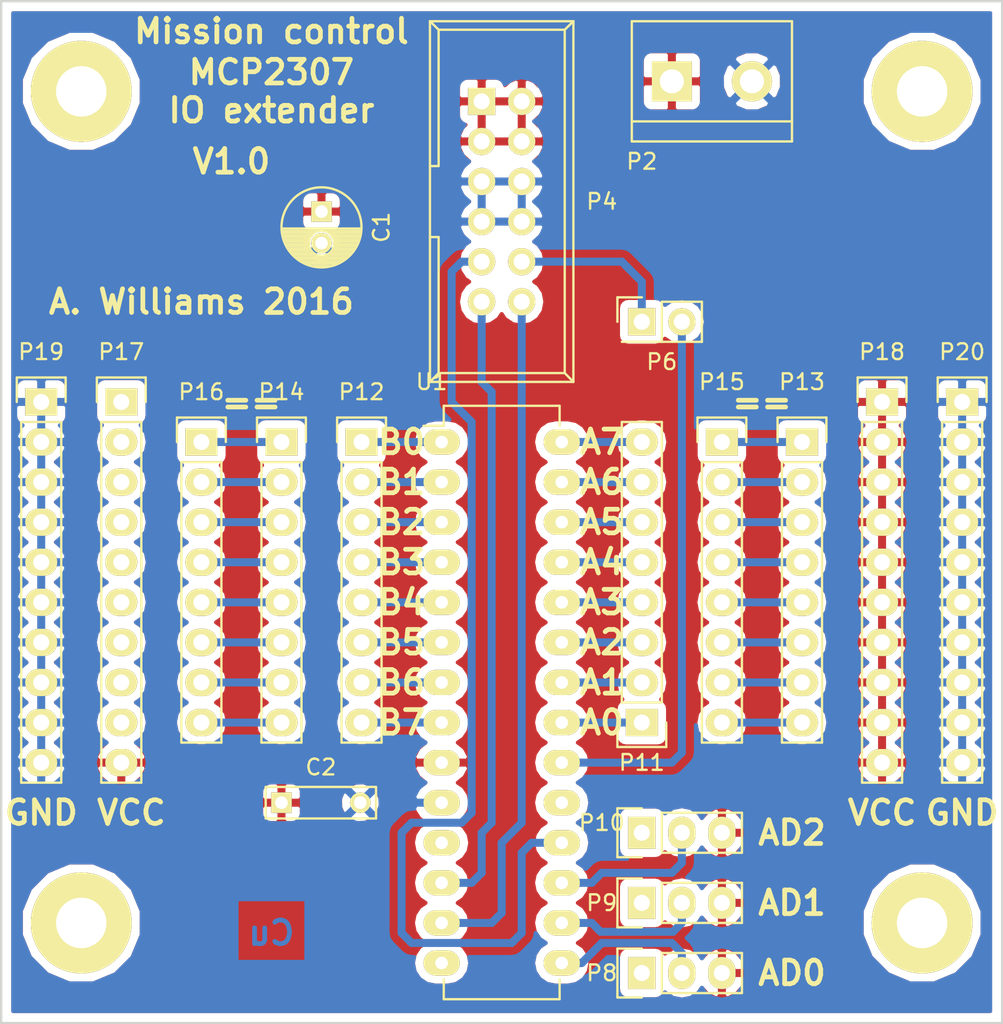
<source format=kicad_pcb>
(kicad_pcb (version 4) (host pcbnew 4.0.2-stable)

  (general
    (links 90)
    (no_connects 2)
    (area 129.464999 93.904999 193.115001 151.205001)
    (thickness 1.6)
    (drawings 35)
    (tracks 80)
    (zones 0)
    (modules 23)
    (nets 58)
  )

  (page A4)
  (layers
    (0 F.Cu signal)
    (31 B.Cu signal)
    (32 B.Adhes user)
    (33 F.Adhes user)
    (34 B.Paste user)
    (35 F.Paste user)
    (36 B.SilkS user)
    (37 F.SilkS user)
    (38 B.Mask user)
    (39 F.Mask user)
    (40 Dwgs.User user)
    (41 Cmts.User user)
    (42 Eco1.User user)
    (43 Eco2.User user)
    (44 Edge.Cuts user)
    (45 Margin user)
    (46 B.CrtYd user)
    (47 F.CrtYd user)
    (48 B.Fab user)
    (49 F.Fab user)
  )

  (setup
    (last_trace_width 0.508)
    (user_trace_width 0.254)
    (user_trace_width 0.508)
    (user_trace_width 1.27)
    (trace_clearance 0.2)
    (zone_clearance 0.508)
    (zone_45_only no)
    (trace_min 0.2)
    (segment_width 0.2)
    (edge_width 0.15)
    (via_size 0.6)
    (via_drill 0.4)
    (via_min_size 0.4)
    (via_min_drill 0.3)
    (uvia_size 0.3)
    (uvia_drill 0.1)
    (uvias_allowed no)
    (uvia_min_size 0.2)
    (uvia_min_drill 0.1)
    (pcb_text_width 0.3)
    (pcb_text_size 1.5 1.5)
    (mod_edge_width 0.15)
    (mod_text_size 1 1)
    (mod_text_width 0.15)
    (pad_size 1.524 1.524)
    (pad_drill 0.762)
    (pad_to_mask_clearance 0.2)
    (aux_axis_origin 0 0)
    (visible_elements FFFFFF7F)
    (pcbplotparams
      (layerselection 0x00030_80000001)
      (usegerberextensions false)
      (excludeedgelayer true)
      (linewidth 0.100000)
      (plotframeref false)
      (viasonmask false)
      (mode 1)
      (useauxorigin false)
      (hpglpennumber 1)
      (hpglpenspeed 20)
      (hpglpendiameter 15)
      (hpglpenoverlay 2)
      (psnegative false)
      (psa4output false)
      (plotreference true)
      (plotvalue true)
      (plotinvisibletext false)
      (padsonsilk false)
      (subtractmaskfromsilk false)
      (outputformat 1)
      (mirror false)
      (drillshape 1)
      (scaleselection 1)
      (outputdirectory ""))
  )

  (net 0 "")
  (net 1 VCC)
  (net 2 GND)
  (net 3 "Net-(P1-Pad1)")
  (net 4 "Net-(P3-Pad1)")
  (net 5 /RST)
  (net 6 /INT)
  (net 7 /SCL)
  (net 8 /SDA)
  (net 9 "Net-(P5-Pad1)")
  (net 10 /INTA)
  (net 11 "Net-(P7-Pad1)")
  (net 12 "Net-(P10-Pad1)")
  (net 13 "Net-(P8-Pad2)")
  (net 14 "Net-(P9-Pad2)")
  (net 15 "Net-(P10-Pad2)")
  (net 16 "Net-(P11-Pad1)")
  (net 17 "Net-(P11-Pad2)")
  (net 18 "Net-(P11-Pad3)")
  (net 19 "Net-(P11-Pad4)")
  (net 20 "Net-(P11-Pad5)")
  (net 21 "Net-(P11-Pad6)")
  (net 22 "Net-(P11-Pad7)")
  (net 23 "Net-(P11-Pad8)")
  (net 24 "Net-(P12-Pad1)")
  (net 25 "Net-(P12-Pad2)")
  (net 26 "Net-(P12-Pad3)")
  (net 27 "Net-(P12-Pad4)")
  (net 28 "Net-(P12-Pad5)")
  (net 29 "Net-(P12-Pad6)")
  (net 30 "Net-(P12-Pad7)")
  (net 31 "Net-(P12-Pad8)")
  (net 32 "Net-(P13-Pad1)")
  (net 33 "Net-(P13-Pad2)")
  (net 34 "Net-(P13-Pad3)")
  (net 35 "Net-(P13-Pad4)")
  (net 36 "Net-(P13-Pad5)")
  (net 37 "Net-(P13-Pad6)")
  (net 38 "Net-(P13-Pad7)")
  (net 39 "Net-(P13-Pad8)")
  (net 40 "Net-(P14-Pad1)")
  (net 41 "Net-(P14-Pad2)")
  (net 42 "Net-(P14-Pad3)")
  (net 43 "Net-(P14-Pad4)")
  (net 44 "Net-(P14-Pad5)")
  (net 45 "Net-(P14-Pad6)")
  (net 46 "Net-(P14-Pad7)")
  (net 47 "Net-(P14-Pad8)")
  (net 48 "Net-(P17-Pad1)")
  (net 49 "Net-(P17-Pad2)")
  (net 50 "Net-(P17-Pad3)")
  (net 51 "Net-(P17-Pad4)")
  (net 52 "Net-(P17-Pad5)")
  (net 53 "Net-(P17-Pad6)")
  (net 54 "Net-(P17-Pad7)")
  (net 55 "Net-(P17-Pad8)")
  (net 56 "Net-(P17-Pad9)")
  (net 57 "Net-(U1-Pad19)")

  (net_class Default "This is the default net class."
    (clearance 0.2)
    (trace_width 0.25)
    (via_dia 0.6)
    (via_drill 0.4)
    (uvia_dia 0.3)
    (uvia_drill 0.1)
    (add_net /INT)
    (add_net /INTA)
    (add_net /RST)
    (add_net /SCL)
    (add_net /SDA)
    (add_net GND)
    (add_net "Net-(P1-Pad1)")
    (add_net "Net-(P10-Pad1)")
    (add_net "Net-(P10-Pad2)")
    (add_net "Net-(P11-Pad1)")
    (add_net "Net-(P11-Pad2)")
    (add_net "Net-(P11-Pad3)")
    (add_net "Net-(P11-Pad4)")
    (add_net "Net-(P11-Pad5)")
    (add_net "Net-(P11-Pad6)")
    (add_net "Net-(P11-Pad7)")
    (add_net "Net-(P11-Pad8)")
    (add_net "Net-(P12-Pad1)")
    (add_net "Net-(P12-Pad2)")
    (add_net "Net-(P12-Pad3)")
    (add_net "Net-(P12-Pad4)")
    (add_net "Net-(P12-Pad5)")
    (add_net "Net-(P12-Pad6)")
    (add_net "Net-(P12-Pad7)")
    (add_net "Net-(P12-Pad8)")
    (add_net "Net-(P13-Pad1)")
    (add_net "Net-(P13-Pad2)")
    (add_net "Net-(P13-Pad3)")
    (add_net "Net-(P13-Pad4)")
    (add_net "Net-(P13-Pad5)")
    (add_net "Net-(P13-Pad6)")
    (add_net "Net-(P13-Pad7)")
    (add_net "Net-(P13-Pad8)")
    (add_net "Net-(P14-Pad1)")
    (add_net "Net-(P14-Pad2)")
    (add_net "Net-(P14-Pad3)")
    (add_net "Net-(P14-Pad4)")
    (add_net "Net-(P14-Pad5)")
    (add_net "Net-(P14-Pad6)")
    (add_net "Net-(P14-Pad7)")
    (add_net "Net-(P14-Pad8)")
    (add_net "Net-(P17-Pad1)")
    (add_net "Net-(P17-Pad2)")
    (add_net "Net-(P17-Pad3)")
    (add_net "Net-(P17-Pad4)")
    (add_net "Net-(P17-Pad5)")
    (add_net "Net-(P17-Pad6)")
    (add_net "Net-(P17-Pad7)")
    (add_net "Net-(P17-Pad8)")
    (add_net "Net-(P17-Pad9)")
    (add_net "Net-(P3-Pad1)")
    (add_net "Net-(P5-Pad1)")
    (add_net "Net-(P7-Pad1)")
    (add_net "Net-(P8-Pad2)")
    (add_net "Net-(P9-Pad2)")
    (add_net "Net-(U1-Pad19)")
    (add_net VCC)
  )

  (module Housings_DIP:DIP-28_W7.62mm_LongPads (layer F.Cu) (tedit 56E563C0) (tstamp 56E55B13)
    (at 157.48 114.3)
    (descr "28-lead dip package, row spacing 7.62 mm (300 mils), longer pads")
    (tags "dil dip 2.54 300")
    (path /56E57890)
    (fp_text reference U1 (at -0.635 -3.81) (layer F.SilkS)
      (effects (font (size 1 1) (thickness 0.15)))
    )
    (fp_text value MCP23017 (at 3.81 8.255 90) (layer F.Fab)
      (effects (font (size 1 1) (thickness 0.15)))
    )
    (fp_line (start -1.4 -2.45) (end -1.4 35.5) (layer F.CrtYd) (width 0.05))
    (fp_line (start 9 -2.45) (end 9 35.5) (layer F.CrtYd) (width 0.05))
    (fp_line (start -1.4 -2.45) (end 9 -2.45) (layer F.CrtYd) (width 0.05))
    (fp_line (start -1.4 35.5) (end 9 35.5) (layer F.CrtYd) (width 0.05))
    (fp_line (start 0.135 -2.295) (end 0.135 -1.025) (layer F.SilkS) (width 0.15))
    (fp_line (start 7.485 -2.295) (end 7.485 -1.025) (layer F.SilkS) (width 0.15))
    (fp_line (start 7.485 35.315) (end 7.485 34.045) (layer F.SilkS) (width 0.15))
    (fp_line (start 0.135 35.315) (end 0.135 34.045) (layer F.SilkS) (width 0.15))
    (fp_line (start 0.135 -2.295) (end 7.485 -2.295) (layer F.SilkS) (width 0.15))
    (fp_line (start 0.135 35.315) (end 7.485 35.315) (layer F.SilkS) (width 0.15))
    (fp_line (start 0.135 -1.025) (end -1.15 -1.025) (layer F.SilkS) (width 0.15))
    (pad 1 thru_hole oval (at 0 0) (size 2.3 1.6) (drill 0.8) (layers *.Cu *.Mask F.SilkS)
      (net 24 "Net-(P12-Pad1)"))
    (pad 2 thru_hole oval (at 0 2.54) (size 2.3 1.6) (drill 0.8) (layers *.Cu *.Mask F.SilkS)
      (net 25 "Net-(P12-Pad2)"))
    (pad 3 thru_hole oval (at 0 5.08) (size 2.3 1.6) (drill 0.8) (layers *.Cu *.Mask F.SilkS)
      (net 26 "Net-(P12-Pad3)"))
    (pad 4 thru_hole oval (at 0 7.62) (size 2.3 1.6) (drill 0.8) (layers *.Cu *.Mask F.SilkS)
      (net 27 "Net-(P12-Pad4)"))
    (pad 5 thru_hole oval (at 0 10.16) (size 2.3 1.6) (drill 0.8) (layers *.Cu *.Mask F.SilkS)
      (net 28 "Net-(P12-Pad5)"))
    (pad 6 thru_hole oval (at 0 12.7) (size 2.3 1.6) (drill 0.8) (layers *.Cu *.Mask F.SilkS)
      (net 29 "Net-(P12-Pad6)"))
    (pad 7 thru_hole oval (at 0 15.24) (size 2.3 1.6) (drill 0.8) (layers *.Cu *.Mask F.SilkS)
      (net 30 "Net-(P12-Pad7)"))
    (pad 8 thru_hole oval (at 0 17.78) (size 2.3 1.6) (drill 0.8) (layers *.Cu *.Mask F.SilkS)
      (net 31 "Net-(P12-Pad8)"))
    (pad 9 thru_hole oval (at 0 20.32) (size 2.3 1.6) (drill 0.8) (layers *.Cu *.Mask F.SilkS)
      (net 1 VCC))
    (pad 10 thru_hole oval (at 0 22.86) (size 2.3 1.6) (drill 0.8) (layers *.Cu *.Mask F.SilkS)
      (net 2 GND))
    (pad 11 thru_hole oval (at 0 25.4) (size 2.3 1.6) (drill 0.8) (layers *.Cu *.Mask F.SilkS))
    (pad 12 thru_hole oval (at 0 27.94) (size 2.3 1.6) (drill 0.8) (layers *.Cu *.Mask F.SilkS)
      (net 7 /SCL))
    (pad 13 thru_hole oval (at 0 30.48) (size 2.3 1.6) (drill 0.8) (layers *.Cu *.Mask F.SilkS)
      (net 8 /SDA))
    (pad 14 thru_hole oval (at 0 33.02) (size 2.3 1.6) (drill 0.8) (layers *.Cu *.Mask F.SilkS))
    (pad 15 thru_hole oval (at 7.62 33.02) (size 2.3 1.6) (drill 0.8) (layers *.Cu *.Mask F.SilkS)
      (net 13 "Net-(P8-Pad2)"))
    (pad 16 thru_hole oval (at 7.62 30.48) (size 2.3 1.6) (drill 0.8) (layers *.Cu *.Mask F.SilkS)
      (net 14 "Net-(P9-Pad2)"))
    (pad 17 thru_hole oval (at 7.62 27.94) (size 2.3 1.6) (drill 0.8) (layers *.Cu *.Mask F.SilkS)
      (net 15 "Net-(P10-Pad2)"))
    (pad 18 thru_hole oval (at 7.62 25.4) (size 2.3 1.6) (drill 0.8) (layers *.Cu *.Mask F.SilkS)
      (net 5 /RST))
    (pad 19 thru_hole oval (at 7.62 22.86) (size 2.3 1.6) (drill 0.8) (layers *.Cu *.Mask F.SilkS)
      (net 57 "Net-(U1-Pad19)"))
    (pad 20 thru_hole oval (at 7.62 20.32) (size 2.3 1.6) (drill 0.8) (layers *.Cu *.Mask F.SilkS)
      (net 10 /INTA))
    (pad 21 thru_hole oval (at 7.62 17.78) (size 2.3 1.6) (drill 0.8) (layers *.Cu *.Mask F.SilkS)
      (net 16 "Net-(P11-Pad1)"))
    (pad 22 thru_hole oval (at 7.62 15.24) (size 2.3 1.6) (drill 0.8) (layers *.Cu *.Mask F.SilkS)
      (net 17 "Net-(P11-Pad2)"))
    (pad 23 thru_hole oval (at 7.62 12.7) (size 2.3 1.6) (drill 0.8) (layers *.Cu *.Mask F.SilkS)
      (net 18 "Net-(P11-Pad3)"))
    (pad 24 thru_hole oval (at 7.62 10.16) (size 2.3 1.6) (drill 0.8) (layers *.Cu *.Mask F.SilkS)
      (net 19 "Net-(P11-Pad4)"))
    (pad 25 thru_hole oval (at 7.62 7.62) (size 2.3 1.6) (drill 0.8) (layers *.Cu *.Mask F.SilkS)
      (net 20 "Net-(P11-Pad5)"))
    (pad 26 thru_hole oval (at 7.62 5.08) (size 2.3 1.6) (drill 0.8) (layers *.Cu *.Mask F.SilkS)
      (net 21 "Net-(P11-Pad6)"))
    (pad 27 thru_hole oval (at 7.62 2.54) (size 2.3 1.6) (drill 0.8) (layers *.Cu *.Mask F.SilkS)
      (net 22 "Net-(P11-Pad7)"))
    (pad 28 thru_hole oval (at 7.62 0) (size 2.3 1.6) (drill 0.8) (layers *.Cu *.Mask F.SilkS)
      (net 23 "Net-(P11-Pad8)"))
    (model Housings_DIP.3dshapes/DIP-28_W7.62mm_LongPads.wrl
      (at (xyz 0 0 0))
      (scale (xyz 1 1 1))
      (rotate (xyz 0 0 0))
    )
  )

  (module Capacitors_ThroughHole:C_Radial_D5_L11_P2 (layer F.Cu) (tedit 56E567BE) (tstamp 56E55A28)
    (at 149.86 99.695 270)
    (descr "Radial Electrolytic Capacitor 5mm x Length 11mm, Pitch 2mm")
    (tags "Electrolytic Capacitor")
    (path /56E16905)
    (fp_text reference C1 (at 1 -3.8 270) (layer F.SilkS)
      (effects (font (size 1 1) (thickness 0.15)))
    )
    (fp_text value 100uF (at -3.175 0 360) (layer F.Fab)
      (effects (font (size 1 1) (thickness 0.15)))
    )
    (fp_line (start 1.075 -2.499) (end 1.075 2.499) (layer F.SilkS) (width 0.15))
    (fp_line (start 1.215 -2.491) (end 1.215 -0.154) (layer F.SilkS) (width 0.15))
    (fp_line (start 1.215 0.154) (end 1.215 2.491) (layer F.SilkS) (width 0.15))
    (fp_line (start 1.355 -2.475) (end 1.355 -0.473) (layer F.SilkS) (width 0.15))
    (fp_line (start 1.355 0.473) (end 1.355 2.475) (layer F.SilkS) (width 0.15))
    (fp_line (start 1.495 -2.451) (end 1.495 -0.62) (layer F.SilkS) (width 0.15))
    (fp_line (start 1.495 0.62) (end 1.495 2.451) (layer F.SilkS) (width 0.15))
    (fp_line (start 1.635 -2.418) (end 1.635 -0.712) (layer F.SilkS) (width 0.15))
    (fp_line (start 1.635 0.712) (end 1.635 2.418) (layer F.SilkS) (width 0.15))
    (fp_line (start 1.775 -2.377) (end 1.775 -0.768) (layer F.SilkS) (width 0.15))
    (fp_line (start 1.775 0.768) (end 1.775 2.377) (layer F.SilkS) (width 0.15))
    (fp_line (start 1.915 -2.327) (end 1.915 -0.795) (layer F.SilkS) (width 0.15))
    (fp_line (start 1.915 0.795) (end 1.915 2.327) (layer F.SilkS) (width 0.15))
    (fp_line (start 2.055 -2.266) (end 2.055 -0.798) (layer F.SilkS) (width 0.15))
    (fp_line (start 2.055 0.798) (end 2.055 2.266) (layer F.SilkS) (width 0.15))
    (fp_line (start 2.195 -2.196) (end 2.195 -0.776) (layer F.SilkS) (width 0.15))
    (fp_line (start 2.195 0.776) (end 2.195 2.196) (layer F.SilkS) (width 0.15))
    (fp_line (start 2.335 -2.114) (end 2.335 -0.726) (layer F.SilkS) (width 0.15))
    (fp_line (start 2.335 0.726) (end 2.335 2.114) (layer F.SilkS) (width 0.15))
    (fp_line (start 2.475 -2.019) (end 2.475 -0.644) (layer F.SilkS) (width 0.15))
    (fp_line (start 2.475 0.644) (end 2.475 2.019) (layer F.SilkS) (width 0.15))
    (fp_line (start 2.615 -1.908) (end 2.615 -0.512) (layer F.SilkS) (width 0.15))
    (fp_line (start 2.615 0.512) (end 2.615 1.908) (layer F.SilkS) (width 0.15))
    (fp_line (start 2.755 -1.78) (end 2.755 -0.265) (layer F.SilkS) (width 0.15))
    (fp_line (start 2.755 0.265) (end 2.755 1.78) (layer F.SilkS) (width 0.15))
    (fp_line (start 2.895 -1.631) (end 2.895 1.631) (layer F.SilkS) (width 0.15))
    (fp_line (start 3.035 -1.452) (end 3.035 1.452) (layer F.SilkS) (width 0.15))
    (fp_line (start 3.175 -1.233) (end 3.175 1.233) (layer F.SilkS) (width 0.15))
    (fp_line (start 3.315 -0.944) (end 3.315 0.944) (layer F.SilkS) (width 0.15))
    (fp_line (start 3.455 -0.472) (end 3.455 0.472) (layer F.SilkS) (width 0.15))
    (fp_circle (center 2 0) (end 2 -0.8) (layer F.SilkS) (width 0.15))
    (fp_circle (center 1 0) (end 1 -2.5375) (layer F.SilkS) (width 0.15))
    (fp_circle (center 1 0) (end 1 -2.8) (layer F.CrtYd) (width 0.05))
    (pad 1 thru_hole rect (at 0 0 270) (size 1.3 1.3) (drill 0.8) (layers *.Cu *.Mask F.SilkS)
      (net 1 VCC))
    (pad 2 thru_hole circle (at 2 0 270) (size 1.3 1.3) (drill 0.8) (layers *.Cu *.Mask F.SilkS)
      (net 2 GND))
    (model Capacitors_ThroughHole.3dshapes/C_Radial_D5_L11_P2.wrl
      (at (xyz 0 0 0))
      (scale (xyz 1 1 1))
      (rotate (xyz 0 0 0))
    )
  )

  (module Capacitors_ThroughHole:C_Rect_L7_W2_P5 (layer F.Cu) (tedit 0) (tstamp 56E55A2E)
    (at 147.32 137.16)
    (descr "Film Capacitor Length 7 x Width 2mm, Pitch 5mm")
    (tags Capacitor)
    (path /56E16974)
    (fp_text reference C2 (at 2.5 -2.25) (layer F.SilkS)
      (effects (font (size 1 1) (thickness 0.15)))
    )
    (fp_text value 100NF (at 2.5 2.5) (layer F.Fab)
      (effects (font (size 1 1) (thickness 0.15)))
    )
    (fp_line (start -1.25 -1.25) (end 6.25 -1.25) (layer F.CrtYd) (width 0.05))
    (fp_line (start 6.25 -1.25) (end 6.25 1.25) (layer F.CrtYd) (width 0.05))
    (fp_line (start 6.25 1.25) (end -1.25 1.25) (layer F.CrtYd) (width 0.05))
    (fp_line (start -1.25 1.25) (end -1.25 -1.25) (layer F.CrtYd) (width 0.05))
    (fp_line (start -1 -1) (end 6 -1) (layer F.SilkS) (width 0.15))
    (fp_line (start 6 -1) (end 6 1) (layer F.SilkS) (width 0.15))
    (fp_line (start 6 1) (end -1 1) (layer F.SilkS) (width 0.15))
    (fp_line (start -1 1) (end -1 -1) (layer F.SilkS) (width 0.15))
    (pad 1 thru_hole rect (at 0 0) (size 1.3 1.3) (drill 0.8) (layers *.Cu *.Mask F.SilkS)
      (net 1 VCC))
    (pad 2 thru_hole circle (at 5 0) (size 1.3 1.3) (drill 0.8) (layers *.Cu *.Mask F.SilkS)
      (net 2 GND))
    (model Capacitors_ThroughHole.3dshapes/C_Rect_L7_W2_P5.wrl
      (at (xyz 0.098425 0 0))
      (scale (xyz 1 1 1))
      (rotate (xyz 0 0 0))
    )
  )

  (module Pin_Headers:Pin_Header_Straight_2x01 (layer F.Cu) (tedit 56E5677E) (tstamp 56E55A59)
    (at 170.18 106.68)
    (descr "Through hole pin header")
    (tags "pin header")
    (path /56E166FD)
    (fp_text reference P6 (at 1.27 2.54) (layer F.SilkS)
      (effects (font (size 1 1) (thickness 0.15)))
    )
    (fp_text value CONN_02X01 (at 10.795 0) (layer F.Fab)
      (effects (font (size 1 1) (thickness 0.15)))
    )
    (fp_line (start -1.75 -1.75) (end -1.75 1.75) (layer F.CrtYd) (width 0.05))
    (fp_line (start 4.3 -1.75) (end 4.3 1.75) (layer F.CrtYd) (width 0.05))
    (fp_line (start -1.75 -1.75) (end 4.3 -1.75) (layer F.CrtYd) (width 0.05))
    (fp_line (start -1.75 1.75) (end 4.3 1.75) (layer F.CrtYd) (width 0.05))
    (fp_line (start -1.55 0) (end -1.55 -1.55) (layer F.SilkS) (width 0.15))
    (fp_line (start 0 -1.55) (end -1.55 -1.55) (layer F.SilkS) (width 0.15))
    (fp_line (start -1.27 1.27) (end 1.27 1.27) (layer F.SilkS) (width 0.15))
    (fp_line (start 3.81 -1.27) (end 1.27 -1.27) (layer F.SilkS) (width 0.15))
    (fp_line (start 1.27 -1.27) (end 1.27 1.27) (layer F.SilkS) (width 0.15))
    (fp_line (start 1.27 1.27) (end 3.81 1.27) (layer F.SilkS) (width 0.15))
    (fp_line (start 3.81 1.27) (end 3.81 -1.27) (layer F.SilkS) (width 0.15))
    (pad 1 thru_hole rect (at 0 0) (size 1.7272 1.7272) (drill 1.016) (layers *.Cu *.Mask F.SilkS)
      (net 6 /INT))
    (pad 2 thru_hole oval (at 2.54 0) (size 1.7272 1.7272) (drill 1.016) (layers *.Cu *.Mask F.SilkS)
      (net 10 /INTA))
    (model Pin_Headers.3dshapes/Pin_Header_Straight_2x01.wrl
      (at (xyz 0.05 0 0))
      (scale (xyz 1 1 1))
      (rotate (xyz 0 0 90))
    )
  )

  (module Pin_Headers:Pin_Header_Straight_1x03 (layer F.Cu) (tedit 56E5650D) (tstamp 56E55A65)
    (at 170.18 147.955 90)
    (descr "Through hole pin header")
    (tags "pin header")
    (path /56E5E840)
    (fp_text reference P8 (at 0 -2.54 180) (layer F.SilkS)
      (effects (font (size 1 1) (thickness 0.15)))
    )
    (fp_text value CONN_01X03 (at -1.905 2.54 180) (layer F.Fab)
      (effects (font (size 1 1) (thickness 0.15)))
    )
    (fp_line (start -1.75 -1.75) (end -1.75 6.85) (layer F.CrtYd) (width 0.05))
    (fp_line (start 1.75 -1.75) (end 1.75 6.85) (layer F.CrtYd) (width 0.05))
    (fp_line (start -1.75 -1.75) (end 1.75 -1.75) (layer F.CrtYd) (width 0.05))
    (fp_line (start -1.75 6.85) (end 1.75 6.85) (layer F.CrtYd) (width 0.05))
    (fp_line (start -1.27 1.27) (end -1.27 6.35) (layer F.SilkS) (width 0.15))
    (fp_line (start -1.27 6.35) (end 1.27 6.35) (layer F.SilkS) (width 0.15))
    (fp_line (start 1.27 6.35) (end 1.27 1.27) (layer F.SilkS) (width 0.15))
    (fp_line (start 1.55 -1.55) (end 1.55 0) (layer F.SilkS) (width 0.15))
    (fp_line (start 1.27 1.27) (end -1.27 1.27) (layer F.SilkS) (width 0.15))
    (fp_line (start -1.55 0) (end -1.55 -1.55) (layer F.SilkS) (width 0.15))
    (fp_line (start -1.55 -1.55) (end 1.55 -1.55) (layer F.SilkS) (width 0.15))
    (pad 1 thru_hole rect (at 0 0 90) (size 2.032 1.7272) (drill 1.016) (layers *.Cu *.Mask F.SilkS)
      (net 12 "Net-(P10-Pad1)"))
    (pad 2 thru_hole oval (at 0 2.54 90) (size 2.032 1.7272) (drill 1.016) (layers *.Cu *.Mask F.SilkS)
      (net 13 "Net-(P8-Pad2)"))
    (pad 3 thru_hole oval (at 0 5.08 90) (size 2.032 1.7272) (drill 1.016) (layers *.Cu *.Mask F.SilkS)
      (net 1 VCC))
    (model Pin_Headers.3dshapes/Pin_Header_Straight_1x03.wrl
      (at (xyz 0 -0.1 0))
      (scale (xyz 1 1 1))
      (rotate (xyz 0 0 90))
    )
  )

  (module Pin_Headers:Pin_Header_Straight_1x03 (layer F.Cu) (tedit 56E56507) (tstamp 56E55A6C)
    (at 170.18 143.51 90)
    (descr "Through hole pin header")
    (tags "pin header")
    (path /56E5E89D)
    (fp_text reference P9 (at 0 -2.54 180) (layer F.SilkS)
      (effects (font (size 1 1) (thickness 0.15)))
    )
    (fp_text value CONN_01X03 (at -2.54 3.175 180) (layer F.Fab)
      (effects (font (size 1 1) (thickness 0.15)))
    )
    (fp_line (start -1.75 -1.75) (end -1.75 6.85) (layer F.CrtYd) (width 0.05))
    (fp_line (start 1.75 -1.75) (end 1.75 6.85) (layer F.CrtYd) (width 0.05))
    (fp_line (start -1.75 -1.75) (end 1.75 -1.75) (layer F.CrtYd) (width 0.05))
    (fp_line (start -1.75 6.85) (end 1.75 6.85) (layer F.CrtYd) (width 0.05))
    (fp_line (start -1.27 1.27) (end -1.27 6.35) (layer F.SilkS) (width 0.15))
    (fp_line (start -1.27 6.35) (end 1.27 6.35) (layer F.SilkS) (width 0.15))
    (fp_line (start 1.27 6.35) (end 1.27 1.27) (layer F.SilkS) (width 0.15))
    (fp_line (start 1.55 -1.55) (end 1.55 0) (layer F.SilkS) (width 0.15))
    (fp_line (start 1.27 1.27) (end -1.27 1.27) (layer F.SilkS) (width 0.15))
    (fp_line (start -1.55 0) (end -1.55 -1.55) (layer F.SilkS) (width 0.15))
    (fp_line (start -1.55 -1.55) (end 1.55 -1.55) (layer F.SilkS) (width 0.15))
    (pad 1 thru_hole rect (at 0 0 90) (size 2.032 1.7272) (drill 1.016) (layers *.Cu *.Mask F.SilkS)
      (net 12 "Net-(P10-Pad1)"))
    (pad 2 thru_hole oval (at 0 2.54 90) (size 2.032 1.7272) (drill 1.016) (layers *.Cu *.Mask F.SilkS)
      (net 14 "Net-(P9-Pad2)"))
    (pad 3 thru_hole oval (at 0 5.08 90) (size 2.032 1.7272) (drill 1.016) (layers *.Cu *.Mask F.SilkS)
      (net 1 VCC))
    (model Pin_Headers.3dshapes/Pin_Header_Straight_1x03.wrl
      (at (xyz 0 -0.1 0))
      (scale (xyz 1 1 1))
      (rotate (xyz 0 0 90))
    )
  )

  (module Pin_Headers:Pin_Header_Straight_1x03 (layer F.Cu) (tedit 56E5650A) (tstamp 56E55A73)
    (at 170.18 139.065 90)
    (descr "Through hole pin header")
    (tags "pin header")
    (path /56E5E8DE)
    (fp_text reference P10 (at 0.635 -2.54 180) (layer F.SilkS)
      (effects (font (size 1 1) (thickness 0.15)))
    )
    (fp_text value CONN_01X03 (at -2.54 3.175 180) (layer F.Fab)
      (effects (font (size 1 1) (thickness 0.15)))
    )
    (fp_line (start -1.75 -1.75) (end -1.75 6.85) (layer F.CrtYd) (width 0.05))
    (fp_line (start 1.75 -1.75) (end 1.75 6.85) (layer F.CrtYd) (width 0.05))
    (fp_line (start -1.75 -1.75) (end 1.75 -1.75) (layer F.CrtYd) (width 0.05))
    (fp_line (start -1.75 6.85) (end 1.75 6.85) (layer F.CrtYd) (width 0.05))
    (fp_line (start -1.27 1.27) (end -1.27 6.35) (layer F.SilkS) (width 0.15))
    (fp_line (start -1.27 6.35) (end 1.27 6.35) (layer F.SilkS) (width 0.15))
    (fp_line (start 1.27 6.35) (end 1.27 1.27) (layer F.SilkS) (width 0.15))
    (fp_line (start 1.55 -1.55) (end 1.55 0) (layer F.SilkS) (width 0.15))
    (fp_line (start 1.27 1.27) (end -1.27 1.27) (layer F.SilkS) (width 0.15))
    (fp_line (start -1.55 0) (end -1.55 -1.55) (layer F.SilkS) (width 0.15))
    (fp_line (start -1.55 -1.55) (end 1.55 -1.55) (layer F.SilkS) (width 0.15))
    (pad 1 thru_hole rect (at 0 0 90) (size 2.032 1.7272) (drill 1.016) (layers *.Cu *.Mask F.SilkS)
      (net 12 "Net-(P10-Pad1)"))
    (pad 2 thru_hole oval (at 0 2.54 90) (size 2.032 1.7272) (drill 1.016) (layers *.Cu *.Mask F.SilkS)
      (net 15 "Net-(P10-Pad2)"))
    (pad 3 thru_hole oval (at 0 5.08 90) (size 2.032 1.7272) (drill 1.016) (layers *.Cu *.Mask F.SilkS)
      (net 1 VCC))
    (model Pin_Headers.3dshapes/Pin_Header_Straight_1x03.wrl
      (at (xyz 0 -0.1 0))
      (scale (xyz 1 1 1))
      (rotate (xyz 0 0 90))
    )
  )

  (module Pin_Headers:Pin_Header_Straight_1x08 (layer F.Cu) (tedit 56E5638D) (tstamp 56E55A7F)
    (at 170.18 132.08 180)
    (descr "Through hole pin header")
    (tags "pin header")
    (path /56E5925B)
    (fp_text reference P11 (at 0 -2.54 180) (layer F.SilkS)
      (effects (font (size 1 1) (thickness 0.15)))
    )
    (fp_text value CONN_01X08 (at 2.54 8.89 270) (layer F.Fab)
      (effects (font (size 1 1) (thickness 0.15)))
    )
    (fp_line (start -1.75 -1.75) (end -1.75 19.55) (layer F.CrtYd) (width 0.05))
    (fp_line (start 1.75 -1.75) (end 1.75 19.55) (layer F.CrtYd) (width 0.05))
    (fp_line (start -1.75 -1.75) (end 1.75 -1.75) (layer F.CrtYd) (width 0.05))
    (fp_line (start -1.75 19.55) (end 1.75 19.55) (layer F.CrtYd) (width 0.05))
    (fp_line (start 1.27 1.27) (end 1.27 19.05) (layer F.SilkS) (width 0.15))
    (fp_line (start 1.27 19.05) (end -1.27 19.05) (layer F.SilkS) (width 0.15))
    (fp_line (start -1.27 19.05) (end -1.27 1.27) (layer F.SilkS) (width 0.15))
    (fp_line (start 1.55 -1.55) (end 1.55 0) (layer F.SilkS) (width 0.15))
    (fp_line (start 1.27 1.27) (end -1.27 1.27) (layer F.SilkS) (width 0.15))
    (fp_line (start -1.55 0) (end -1.55 -1.55) (layer F.SilkS) (width 0.15))
    (fp_line (start -1.55 -1.55) (end 1.55 -1.55) (layer F.SilkS) (width 0.15))
    (pad 1 thru_hole rect (at 0 0 180) (size 2.032 1.7272) (drill 1.016) (layers *.Cu *.Mask F.SilkS)
      (net 16 "Net-(P11-Pad1)"))
    (pad 2 thru_hole oval (at 0 2.54 180) (size 2.032 1.7272) (drill 1.016) (layers *.Cu *.Mask F.SilkS)
      (net 17 "Net-(P11-Pad2)"))
    (pad 3 thru_hole oval (at 0 5.08 180) (size 2.032 1.7272) (drill 1.016) (layers *.Cu *.Mask F.SilkS)
      (net 18 "Net-(P11-Pad3)"))
    (pad 4 thru_hole oval (at 0 7.62 180) (size 2.032 1.7272) (drill 1.016) (layers *.Cu *.Mask F.SilkS)
      (net 19 "Net-(P11-Pad4)"))
    (pad 5 thru_hole oval (at 0 10.16 180) (size 2.032 1.7272) (drill 1.016) (layers *.Cu *.Mask F.SilkS)
      (net 20 "Net-(P11-Pad5)"))
    (pad 6 thru_hole oval (at 0 12.7 180) (size 2.032 1.7272) (drill 1.016) (layers *.Cu *.Mask F.SilkS)
      (net 21 "Net-(P11-Pad6)"))
    (pad 7 thru_hole oval (at 0 15.24 180) (size 2.032 1.7272) (drill 1.016) (layers *.Cu *.Mask F.SilkS)
      (net 22 "Net-(P11-Pad7)"))
    (pad 8 thru_hole oval (at 0 17.78 180) (size 2.032 1.7272) (drill 1.016) (layers *.Cu *.Mask F.SilkS)
      (net 23 "Net-(P11-Pad8)"))
    (model Pin_Headers.3dshapes/Pin_Header_Straight_1x08.wrl
      (at (xyz 0 -0.35 0))
      (scale (xyz 1 1 1))
      (rotate (xyz 0 0 90))
    )
  )

  (module Pin_Headers:Pin_Header_Straight_1x08 (layer F.Cu) (tedit 56E563BD) (tstamp 56E55A8B)
    (at 152.4 114.3)
    (descr "Through hole pin header")
    (tags "pin header")
    (path /56E592CE)
    (fp_text reference P12 (at 0 -3.175) (layer F.SilkS)
      (effects (font (size 1 1) (thickness 0.15)))
    )
    (fp_text value CONN_01X08 (at 2.54 8.255 90) (layer F.Fab)
      (effects (font (size 1 1) (thickness 0.15)))
    )
    (fp_line (start -1.75 -1.75) (end -1.75 19.55) (layer F.CrtYd) (width 0.05))
    (fp_line (start 1.75 -1.75) (end 1.75 19.55) (layer F.CrtYd) (width 0.05))
    (fp_line (start -1.75 -1.75) (end 1.75 -1.75) (layer F.CrtYd) (width 0.05))
    (fp_line (start -1.75 19.55) (end 1.75 19.55) (layer F.CrtYd) (width 0.05))
    (fp_line (start 1.27 1.27) (end 1.27 19.05) (layer F.SilkS) (width 0.15))
    (fp_line (start 1.27 19.05) (end -1.27 19.05) (layer F.SilkS) (width 0.15))
    (fp_line (start -1.27 19.05) (end -1.27 1.27) (layer F.SilkS) (width 0.15))
    (fp_line (start 1.55 -1.55) (end 1.55 0) (layer F.SilkS) (width 0.15))
    (fp_line (start 1.27 1.27) (end -1.27 1.27) (layer F.SilkS) (width 0.15))
    (fp_line (start -1.55 0) (end -1.55 -1.55) (layer F.SilkS) (width 0.15))
    (fp_line (start -1.55 -1.55) (end 1.55 -1.55) (layer F.SilkS) (width 0.15))
    (pad 1 thru_hole rect (at 0 0) (size 2.032 1.7272) (drill 1.016) (layers *.Cu *.Mask F.SilkS)
      (net 24 "Net-(P12-Pad1)"))
    (pad 2 thru_hole oval (at 0 2.54) (size 2.032 1.7272) (drill 1.016) (layers *.Cu *.Mask F.SilkS)
      (net 25 "Net-(P12-Pad2)"))
    (pad 3 thru_hole oval (at 0 5.08) (size 2.032 1.7272) (drill 1.016) (layers *.Cu *.Mask F.SilkS)
      (net 26 "Net-(P12-Pad3)"))
    (pad 4 thru_hole oval (at 0 7.62) (size 2.032 1.7272) (drill 1.016) (layers *.Cu *.Mask F.SilkS)
      (net 27 "Net-(P12-Pad4)"))
    (pad 5 thru_hole oval (at 0 10.16) (size 2.032 1.7272) (drill 1.016) (layers *.Cu *.Mask F.SilkS)
      (net 28 "Net-(P12-Pad5)"))
    (pad 6 thru_hole oval (at 0 12.7) (size 2.032 1.7272) (drill 1.016) (layers *.Cu *.Mask F.SilkS)
      (net 29 "Net-(P12-Pad6)"))
    (pad 7 thru_hole oval (at 0 15.24) (size 2.032 1.7272) (drill 1.016) (layers *.Cu *.Mask F.SilkS)
      (net 30 "Net-(P12-Pad7)"))
    (pad 8 thru_hole oval (at 0 17.78) (size 2.032 1.7272) (drill 1.016) (layers *.Cu *.Mask F.SilkS)
      (net 31 "Net-(P12-Pad8)"))
    (model Pin_Headers.3dshapes/Pin_Header_Straight_1x08.wrl
      (at (xyz 0 -0.35 0))
      (scale (xyz 1 1 1))
      (rotate (xyz 0 0 90))
    )
  )

  (module Pin_Headers:Pin_Header_Straight_1x08 (layer F.Cu) (tedit 56E564EF) (tstamp 56E55A97)
    (at 180.34 114.3)
    (descr "Through hole pin header")
    (tags "pin header")
    (path /56E593A5)
    (fp_text reference P13 (at 0 -3.81) (layer F.SilkS)
      (effects (font (size 1 1) (thickness 0.15)))
    )
    (fp_text value CONN_01X08 (at -2.54 8.255 90) (layer F.Fab)
      (effects (font (size 1 1) (thickness 0.15)))
    )
    (fp_line (start -1.75 -1.75) (end -1.75 19.55) (layer F.CrtYd) (width 0.05))
    (fp_line (start 1.75 -1.75) (end 1.75 19.55) (layer F.CrtYd) (width 0.05))
    (fp_line (start -1.75 -1.75) (end 1.75 -1.75) (layer F.CrtYd) (width 0.05))
    (fp_line (start -1.75 19.55) (end 1.75 19.55) (layer F.CrtYd) (width 0.05))
    (fp_line (start 1.27 1.27) (end 1.27 19.05) (layer F.SilkS) (width 0.15))
    (fp_line (start 1.27 19.05) (end -1.27 19.05) (layer F.SilkS) (width 0.15))
    (fp_line (start -1.27 19.05) (end -1.27 1.27) (layer F.SilkS) (width 0.15))
    (fp_line (start 1.55 -1.55) (end 1.55 0) (layer F.SilkS) (width 0.15))
    (fp_line (start 1.27 1.27) (end -1.27 1.27) (layer F.SilkS) (width 0.15))
    (fp_line (start -1.55 0) (end -1.55 -1.55) (layer F.SilkS) (width 0.15))
    (fp_line (start -1.55 -1.55) (end 1.55 -1.55) (layer F.SilkS) (width 0.15))
    (pad 1 thru_hole rect (at 0 0) (size 2.032 1.7272) (drill 1.016) (layers *.Cu *.Mask F.SilkS)
      (net 32 "Net-(P13-Pad1)"))
    (pad 2 thru_hole oval (at 0 2.54) (size 2.032 1.7272) (drill 1.016) (layers *.Cu *.Mask F.SilkS)
      (net 33 "Net-(P13-Pad2)"))
    (pad 3 thru_hole oval (at 0 5.08) (size 2.032 1.7272) (drill 1.016) (layers *.Cu *.Mask F.SilkS)
      (net 34 "Net-(P13-Pad3)"))
    (pad 4 thru_hole oval (at 0 7.62) (size 2.032 1.7272) (drill 1.016) (layers *.Cu *.Mask F.SilkS)
      (net 35 "Net-(P13-Pad4)"))
    (pad 5 thru_hole oval (at 0 10.16) (size 2.032 1.7272) (drill 1.016) (layers *.Cu *.Mask F.SilkS)
      (net 36 "Net-(P13-Pad5)"))
    (pad 6 thru_hole oval (at 0 12.7) (size 2.032 1.7272) (drill 1.016) (layers *.Cu *.Mask F.SilkS)
      (net 37 "Net-(P13-Pad6)"))
    (pad 7 thru_hole oval (at 0 15.24) (size 2.032 1.7272) (drill 1.016) (layers *.Cu *.Mask F.SilkS)
      (net 38 "Net-(P13-Pad7)"))
    (pad 8 thru_hole oval (at 0 17.78) (size 2.032 1.7272) (drill 1.016) (layers *.Cu *.Mask F.SilkS)
      (net 39 "Net-(P13-Pad8)"))
    (model Pin_Headers.3dshapes/Pin_Header_Straight_1x08.wrl
      (at (xyz 0 -0.35 0))
      (scale (xyz 1 1 1))
      (rotate (xyz 0 0 90))
    )
  )

  (module Pin_Headers:Pin_Header_Straight_1x08 (layer F.Cu) (tedit 56E563BC) (tstamp 56E55AA3)
    (at 147.32 114.3)
    (descr "Through hole pin header")
    (tags "pin header")
    (path /56E5944D)
    (fp_text reference P14 (at 0 -3.175) (layer F.SilkS)
      (effects (font (size 1 1) (thickness 0.15)))
    )
    (fp_text value CONN_01X08 (at 2.54 8.255 90) (layer F.Fab)
      (effects (font (size 1 1) (thickness 0.15)))
    )
    (fp_line (start -1.75 -1.75) (end -1.75 19.55) (layer F.CrtYd) (width 0.05))
    (fp_line (start 1.75 -1.75) (end 1.75 19.55) (layer F.CrtYd) (width 0.05))
    (fp_line (start -1.75 -1.75) (end 1.75 -1.75) (layer F.CrtYd) (width 0.05))
    (fp_line (start -1.75 19.55) (end 1.75 19.55) (layer F.CrtYd) (width 0.05))
    (fp_line (start 1.27 1.27) (end 1.27 19.05) (layer F.SilkS) (width 0.15))
    (fp_line (start 1.27 19.05) (end -1.27 19.05) (layer F.SilkS) (width 0.15))
    (fp_line (start -1.27 19.05) (end -1.27 1.27) (layer F.SilkS) (width 0.15))
    (fp_line (start 1.55 -1.55) (end 1.55 0) (layer F.SilkS) (width 0.15))
    (fp_line (start 1.27 1.27) (end -1.27 1.27) (layer F.SilkS) (width 0.15))
    (fp_line (start -1.55 0) (end -1.55 -1.55) (layer F.SilkS) (width 0.15))
    (fp_line (start -1.55 -1.55) (end 1.55 -1.55) (layer F.SilkS) (width 0.15))
    (pad 1 thru_hole rect (at 0 0) (size 2.032 1.7272) (drill 1.016) (layers *.Cu *.Mask F.SilkS)
      (net 40 "Net-(P14-Pad1)"))
    (pad 2 thru_hole oval (at 0 2.54) (size 2.032 1.7272) (drill 1.016) (layers *.Cu *.Mask F.SilkS)
      (net 41 "Net-(P14-Pad2)"))
    (pad 3 thru_hole oval (at 0 5.08) (size 2.032 1.7272) (drill 1.016) (layers *.Cu *.Mask F.SilkS)
      (net 42 "Net-(P14-Pad3)"))
    (pad 4 thru_hole oval (at 0 7.62) (size 2.032 1.7272) (drill 1.016) (layers *.Cu *.Mask F.SilkS)
      (net 43 "Net-(P14-Pad4)"))
    (pad 5 thru_hole oval (at 0 10.16) (size 2.032 1.7272) (drill 1.016) (layers *.Cu *.Mask F.SilkS)
      (net 44 "Net-(P14-Pad5)"))
    (pad 6 thru_hole oval (at 0 12.7) (size 2.032 1.7272) (drill 1.016) (layers *.Cu *.Mask F.SilkS)
      (net 45 "Net-(P14-Pad6)"))
    (pad 7 thru_hole oval (at 0 15.24) (size 2.032 1.7272) (drill 1.016) (layers *.Cu *.Mask F.SilkS)
      (net 46 "Net-(P14-Pad7)"))
    (pad 8 thru_hole oval (at 0 17.78) (size 2.032 1.7272) (drill 1.016) (layers *.Cu *.Mask F.SilkS)
      (net 47 "Net-(P14-Pad8)"))
    (model Pin_Headers.3dshapes/Pin_Header_Straight_1x08.wrl
      (at (xyz 0 -0.35 0))
      (scale (xyz 1 1 1))
      (rotate (xyz 0 0 90))
    )
  )

  (module Pin_Headers:Pin_Header_Straight_1x08 (layer F.Cu) (tedit 56E564EC) (tstamp 56E55AAF)
    (at 175.26 114.3)
    (descr "Through hole pin header")
    (tags "pin header")
    (path /56E5940E)
    (fp_text reference P15 (at 0 -3.81) (layer F.SilkS)
      (effects (font (size 1 1) (thickness 0.15)))
    )
    (fp_text value CONN_01X08 (at -2.54 8.255 90) (layer F.Fab)
      (effects (font (size 1 1) (thickness 0.15)))
    )
    (fp_line (start -1.75 -1.75) (end -1.75 19.55) (layer F.CrtYd) (width 0.05))
    (fp_line (start 1.75 -1.75) (end 1.75 19.55) (layer F.CrtYd) (width 0.05))
    (fp_line (start -1.75 -1.75) (end 1.75 -1.75) (layer F.CrtYd) (width 0.05))
    (fp_line (start -1.75 19.55) (end 1.75 19.55) (layer F.CrtYd) (width 0.05))
    (fp_line (start 1.27 1.27) (end 1.27 19.05) (layer F.SilkS) (width 0.15))
    (fp_line (start 1.27 19.05) (end -1.27 19.05) (layer F.SilkS) (width 0.15))
    (fp_line (start -1.27 19.05) (end -1.27 1.27) (layer F.SilkS) (width 0.15))
    (fp_line (start 1.55 -1.55) (end 1.55 0) (layer F.SilkS) (width 0.15))
    (fp_line (start 1.27 1.27) (end -1.27 1.27) (layer F.SilkS) (width 0.15))
    (fp_line (start -1.55 0) (end -1.55 -1.55) (layer F.SilkS) (width 0.15))
    (fp_line (start -1.55 -1.55) (end 1.55 -1.55) (layer F.SilkS) (width 0.15))
    (pad 1 thru_hole rect (at 0 0) (size 2.032 1.7272) (drill 1.016) (layers *.Cu *.Mask F.SilkS)
      (net 32 "Net-(P13-Pad1)"))
    (pad 2 thru_hole oval (at 0 2.54) (size 2.032 1.7272) (drill 1.016) (layers *.Cu *.Mask F.SilkS)
      (net 33 "Net-(P13-Pad2)"))
    (pad 3 thru_hole oval (at 0 5.08) (size 2.032 1.7272) (drill 1.016) (layers *.Cu *.Mask F.SilkS)
      (net 34 "Net-(P13-Pad3)"))
    (pad 4 thru_hole oval (at 0 7.62) (size 2.032 1.7272) (drill 1.016) (layers *.Cu *.Mask F.SilkS)
      (net 35 "Net-(P13-Pad4)"))
    (pad 5 thru_hole oval (at 0 10.16) (size 2.032 1.7272) (drill 1.016) (layers *.Cu *.Mask F.SilkS)
      (net 36 "Net-(P13-Pad5)"))
    (pad 6 thru_hole oval (at 0 12.7) (size 2.032 1.7272) (drill 1.016) (layers *.Cu *.Mask F.SilkS)
      (net 37 "Net-(P13-Pad6)"))
    (pad 7 thru_hole oval (at 0 15.24) (size 2.032 1.7272) (drill 1.016) (layers *.Cu *.Mask F.SilkS)
      (net 38 "Net-(P13-Pad7)"))
    (pad 8 thru_hole oval (at 0 17.78) (size 2.032 1.7272) (drill 1.016) (layers *.Cu *.Mask F.SilkS)
      (net 39 "Net-(P13-Pad8)"))
    (model Pin_Headers.3dshapes/Pin_Header_Straight_1x08.wrl
      (at (xyz 0 -0.35 0))
      (scale (xyz 1 1 1))
      (rotate (xyz 0 0 90))
    )
  )

  (module Pin_Headers:Pin_Header_Straight_1x08 (layer F.Cu) (tedit 56E563BA) (tstamp 56E55ABB)
    (at 142.24 114.3)
    (descr "Through hole pin header")
    (tags "pin header")
    (path /56E5948C)
    (fp_text reference P16 (at 0 -3.175) (layer F.SilkS)
      (effects (font (size 1 1) (thickness 0.15)))
    )
    (fp_text value CONN_01X08 (at 2.54 7.62 90) (layer F.Fab)
      (effects (font (size 1 1) (thickness 0.15)))
    )
    (fp_line (start -1.75 -1.75) (end -1.75 19.55) (layer F.CrtYd) (width 0.05))
    (fp_line (start 1.75 -1.75) (end 1.75 19.55) (layer F.CrtYd) (width 0.05))
    (fp_line (start -1.75 -1.75) (end 1.75 -1.75) (layer F.CrtYd) (width 0.05))
    (fp_line (start -1.75 19.55) (end 1.75 19.55) (layer F.CrtYd) (width 0.05))
    (fp_line (start 1.27 1.27) (end 1.27 19.05) (layer F.SilkS) (width 0.15))
    (fp_line (start 1.27 19.05) (end -1.27 19.05) (layer F.SilkS) (width 0.15))
    (fp_line (start -1.27 19.05) (end -1.27 1.27) (layer F.SilkS) (width 0.15))
    (fp_line (start 1.55 -1.55) (end 1.55 0) (layer F.SilkS) (width 0.15))
    (fp_line (start 1.27 1.27) (end -1.27 1.27) (layer F.SilkS) (width 0.15))
    (fp_line (start -1.55 0) (end -1.55 -1.55) (layer F.SilkS) (width 0.15))
    (fp_line (start -1.55 -1.55) (end 1.55 -1.55) (layer F.SilkS) (width 0.15))
    (pad 1 thru_hole rect (at 0 0) (size 2.032 1.7272) (drill 1.016) (layers *.Cu *.Mask F.SilkS)
      (net 40 "Net-(P14-Pad1)"))
    (pad 2 thru_hole oval (at 0 2.54) (size 2.032 1.7272) (drill 1.016) (layers *.Cu *.Mask F.SilkS)
      (net 41 "Net-(P14-Pad2)"))
    (pad 3 thru_hole oval (at 0 5.08) (size 2.032 1.7272) (drill 1.016) (layers *.Cu *.Mask F.SilkS)
      (net 42 "Net-(P14-Pad3)"))
    (pad 4 thru_hole oval (at 0 7.62) (size 2.032 1.7272) (drill 1.016) (layers *.Cu *.Mask F.SilkS)
      (net 43 "Net-(P14-Pad4)"))
    (pad 5 thru_hole oval (at 0 10.16) (size 2.032 1.7272) (drill 1.016) (layers *.Cu *.Mask F.SilkS)
      (net 44 "Net-(P14-Pad5)"))
    (pad 6 thru_hole oval (at 0 12.7) (size 2.032 1.7272) (drill 1.016) (layers *.Cu *.Mask F.SilkS)
      (net 45 "Net-(P14-Pad6)"))
    (pad 7 thru_hole oval (at 0 15.24) (size 2.032 1.7272) (drill 1.016) (layers *.Cu *.Mask F.SilkS)
      (net 46 "Net-(P14-Pad7)"))
    (pad 8 thru_hole oval (at 0 17.78) (size 2.032 1.7272) (drill 1.016) (layers *.Cu *.Mask F.SilkS)
      (net 47 "Net-(P14-Pad8)"))
    (model Pin_Headers.3dshapes/Pin_Header_Straight_1x08.wrl
      (at (xyz 0 -0.35 0))
      (scale (xyz 1 1 1))
      (rotate (xyz 0 0 90))
    )
  )

  (module Pin_Headers:Pin_Header_Straight_1x10 (layer F.Cu) (tedit 56E563B8) (tstamp 56E55AC9)
    (at 137.16 111.76)
    (descr "Through hole pin header")
    (tags "pin header")
    (path /56E596F1)
    (fp_text reference P17 (at 0 -3.175) (layer F.SilkS)
      (effects (font (size 1 1) (thickness 0.15)))
    )
    (fp_text value CONN_01X10 (at 2.54 10.795 90) (layer F.Fab)
      (effects (font (size 1 1) (thickness 0.15)))
    )
    (fp_line (start -1.75 -1.75) (end -1.75 24.65) (layer F.CrtYd) (width 0.05))
    (fp_line (start 1.75 -1.75) (end 1.75 24.65) (layer F.CrtYd) (width 0.05))
    (fp_line (start -1.75 -1.75) (end 1.75 -1.75) (layer F.CrtYd) (width 0.05))
    (fp_line (start -1.75 24.65) (end 1.75 24.65) (layer F.CrtYd) (width 0.05))
    (fp_line (start 1.27 1.27) (end 1.27 24.13) (layer F.SilkS) (width 0.15))
    (fp_line (start 1.27 24.13) (end -1.27 24.13) (layer F.SilkS) (width 0.15))
    (fp_line (start -1.27 24.13) (end -1.27 1.27) (layer F.SilkS) (width 0.15))
    (fp_line (start 1.55 -1.55) (end 1.55 0) (layer F.SilkS) (width 0.15))
    (fp_line (start 1.27 1.27) (end -1.27 1.27) (layer F.SilkS) (width 0.15))
    (fp_line (start -1.55 0) (end -1.55 -1.55) (layer F.SilkS) (width 0.15))
    (fp_line (start -1.55 -1.55) (end 1.55 -1.55) (layer F.SilkS) (width 0.15))
    (pad 1 thru_hole rect (at 0 0) (size 2.032 1.7272) (drill 1.016) (layers *.Cu *.Mask F.SilkS)
      (net 48 "Net-(P17-Pad1)"))
    (pad 2 thru_hole oval (at 0 2.54) (size 2.032 1.7272) (drill 1.016) (layers *.Cu *.Mask F.SilkS)
      (net 49 "Net-(P17-Pad2)"))
    (pad 3 thru_hole oval (at 0 5.08) (size 2.032 1.7272) (drill 1.016) (layers *.Cu *.Mask F.SilkS)
      (net 50 "Net-(P17-Pad3)"))
    (pad 4 thru_hole oval (at 0 7.62) (size 2.032 1.7272) (drill 1.016) (layers *.Cu *.Mask F.SilkS)
      (net 51 "Net-(P17-Pad4)"))
    (pad 5 thru_hole oval (at 0 10.16) (size 2.032 1.7272) (drill 1.016) (layers *.Cu *.Mask F.SilkS)
      (net 52 "Net-(P17-Pad5)"))
    (pad 6 thru_hole oval (at 0 12.7) (size 2.032 1.7272) (drill 1.016) (layers *.Cu *.Mask F.SilkS)
      (net 53 "Net-(P17-Pad6)"))
    (pad 7 thru_hole oval (at 0 15.24) (size 2.032 1.7272) (drill 1.016) (layers *.Cu *.Mask F.SilkS)
      (net 54 "Net-(P17-Pad7)"))
    (pad 8 thru_hole oval (at 0 17.78) (size 2.032 1.7272) (drill 1.016) (layers *.Cu *.Mask F.SilkS)
      (net 55 "Net-(P17-Pad8)"))
    (pad 9 thru_hole oval (at 0 20.32) (size 2.032 1.7272) (drill 1.016) (layers *.Cu *.Mask F.SilkS)
      (net 56 "Net-(P17-Pad9)"))
    (pad 10 thru_hole oval (at 0 22.86) (size 2.032 1.7272) (drill 1.016) (layers *.Cu *.Mask F.SilkS)
      (net 1 VCC))
    (model Pin_Headers.3dshapes/Pin_Header_Straight_1x10.wrl
      (at (xyz 0 -0.45 0))
      (scale (xyz 1 1 1))
      (rotate (xyz 0 0 90))
    )
  )

  (module Pin_Headers:Pin_Header_Straight_1x10 (layer F.Cu) (tedit 56E563AF) (tstamp 56E55AD7)
    (at 185.42 111.76)
    (descr "Through hole pin header")
    (tags "pin header")
    (path /56E5978B)
    (fp_text reference P18 (at 0 -3.175) (layer F.SilkS)
      (effects (font (size 1 1) (thickness 0.15)))
    )
    (fp_text value CONN_01X10 (at -2.54 10.795 90) (layer F.Fab)
      (effects (font (size 1 1) (thickness 0.15)))
    )
    (fp_line (start -1.75 -1.75) (end -1.75 24.65) (layer F.CrtYd) (width 0.05))
    (fp_line (start 1.75 -1.75) (end 1.75 24.65) (layer F.CrtYd) (width 0.05))
    (fp_line (start -1.75 -1.75) (end 1.75 -1.75) (layer F.CrtYd) (width 0.05))
    (fp_line (start -1.75 24.65) (end 1.75 24.65) (layer F.CrtYd) (width 0.05))
    (fp_line (start 1.27 1.27) (end 1.27 24.13) (layer F.SilkS) (width 0.15))
    (fp_line (start 1.27 24.13) (end -1.27 24.13) (layer F.SilkS) (width 0.15))
    (fp_line (start -1.27 24.13) (end -1.27 1.27) (layer F.SilkS) (width 0.15))
    (fp_line (start 1.55 -1.55) (end 1.55 0) (layer F.SilkS) (width 0.15))
    (fp_line (start 1.27 1.27) (end -1.27 1.27) (layer F.SilkS) (width 0.15))
    (fp_line (start -1.55 0) (end -1.55 -1.55) (layer F.SilkS) (width 0.15))
    (fp_line (start -1.55 -1.55) (end 1.55 -1.55) (layer F.SilkS) (width 0.15))
    (pad 1 thru_hole rect (at 0 0) (size 2.032 1.7272) (drill 1.016) (layers *.Cu *.Mask F.SilkS)
      (net 1 VCC))
    (pad 2 thru_hole oval (at 0 2.54) (size 2.032 1.7272) (drill 1.016) (layers *.Cu *.Mask F.SilkS)
      (net 1 VCC))
    (pad 3 thru_hole oval (at 0 5.08) (size 2.032 1.7272) (drill 1.016) (layers *.Cu *.Mask F.SilkS)
      (net 1 VCC))
    (pad 4 thru_hole oval (at 0 7.62) (size 2.032 1.7272) (drill 1.016) (layers *.Cu *.Mask F.SilkS)
      (net 1 VCC))
    (pad 5 thru_hole oval (at 0 10.16) (size 2.032 1.7272) (drill 1.016) (layers *.Cu *.Mask F.SilkS)
      (net 1 VCC))
    (pad 6 thru_hole oval (at 0 12.7) (size 2.032 1.7272) (drill 1.016) (layers *.Cu *.Mask F.SilkS)
      (net 1 VCC))
    (pad 7 thru_hole oval (at 0 15.24) (size 2.032 1.7272) (drill 1.016) (layers *.Cu *.Mask F.SilkS)
      (net 1 VCC))
    (pad 8 thru_hole oval (at 0 17.78) (size 2.032 1.7272) (drill 1.016) (layers *.Cu *.Mask F.SilkS)
      (net 1 VCC))
    (pad 9 thru_hole oval (at 0 20.32) (size 2.032 1.7272) (drill 1.016) (layers *.Cu *.Mask F.SilkS)
      (net 1 VCC))
    (pad 10 thru_hole oval (at 0 22.86) (size 2.032 1.7272) (drill 1.016) (layers *.Cu *.Mask F.SilkS)
      (net 1 VCC))
    (model Pin_Headers.3dshapes/Pin_Header_Straight_1x10.wrl
      (at (xyz 0 -0.45 0))
      (scale (xyz 1 1 1))
      (rotate (xyz 0 0 90))
    )
  )

  (module Pin_Headers:Pin_Header_Straight_1x10 (layer F.Cu) (tedit 56E563B6) (tstamp 56E55AE5)
    (at 132.08 111.76)
    (descr "Through hole pin header")
    (tags "pin header")
    (path /56E5974E)
    (fp_text reference P19 (at 0 -3.175) (layer F.SilkS)
      (effects (font (size 1 1) (thickness 0.15)))
    )
    (fp_text value CONN_01X10 (at 2.54 10.795 90) (layer F.Fab)
      (effects (font (size 1 1) (thickness 0.15)))
    )
    (fp_line (start -1.75 -1.75) (end -1.75 24.65) (layer F.CrtYd) (width 0.05))
    (fp_line (start 1.75 -1.75) (end 1.75 24.65) (layer F.CrtYd) (width 0.05))
    (fp_line (start -1.75 -1.75) (end 1.75 -1.75) (layer F.CrtYd) (width 0.05))
    (fp_line (start -1.75 24.65) (end 1.75 24.65) (layer F.CrtYd) (width 0.05))
    (fp_line (start 1.27 1.27) (end 1.27 24.13) (layer F.SilkS) (width 0.15))
    (fp_line (start 1.27 24.13) (end -1.27 24.13) (layer F.SilkS) (width 0.15))
    (fp_line (start -1.27 24.13) (end -1.27 1.27) (layer F.SilkS) (width 0.15))
    (fp_line (start 1.55 -1.55) (end 1.55 0) (layer F.SilkS) (width 0.15))
    (fp_line (start 1.27 1.27) (end -1.27 1.27) (layer F.SilkS) (width 0.15))
    (fp_line (start -1.55 0) (end -1.55 -1.55) (layer F.SilkS) (width 0.15))
    (fp_line (start -1.55 -1.55) (end 1.55 -1.55) (layer F.SilkS) (width 0.15))
    (pad 1 thru_hole rect (at 0 0) (size 2.032 1.7272) (drill 1.016) (layers *.Cu *.Mask F.SilkS)
      (net 2 GND))
    (pad 2 thru_hole oval (at 0 2.54) (size 2.032 1.7272) (drill 1.016) (layers *.Cu *.Mask F.SilkS)
      (net 2 GND))
    (pad 3 thru_hole oval (at 0 5.08) (size 2.032 1.7272) (drill 1.016) (layers *.Cu *.Mask F.SilkS)
      (net 2 GND))
    (pad 4 thru_hole oval (at 0 7.62) (size 2.032 1.7272) (drill 1.016) (layers *.Cu *.Mask F.SilkS)
      (net 2 GND))
    (pad 5 thru_hole oval (at 0 10.16) (size 2.032 1.7272) (drill 1.016) (layers *.Cu *.Mask F.SilkS)
      (net 2 GND))
    (pad 6 thru_hole oval (at 0 12.7) (size 2.032 1.7272) (drill 1.016) (layers *.Cu *.Mask F.SilkS)
      (net 2 GND))
    (pad 7 thru_hole oval (at 0 15.24) (size 2.032 1.7272) (drill 1.016) (layers *.Cu *.Mask F.SilkS)
      (net 2 GND))
    (pad 8 thru_hole oval (at 0 17.78) (size 2.032 1.7272) (drill 1.016) (layers *.Cu *.Mask F.SilkS)
      (net 2 GND))
    (pad 9 thru_hole oval (at 0 20.32) (size 2.032 1.7272) (drill 1.016) (layers *.Cu *.Mask F.SilkS)
      (net 2 GND))
    (pad 10 thru_hole oval (at 0 22.86) (size 2.032 1.7272) (drill 1.016) (layers *.Cu *.Mask F.SilkS)
      (net 2 GND))
    (model Pin_Headers.3dshapes/Pin_Header_Straight_1x10.wrl
      (at (xyz 0 -0.45 0))
      (scale (xyz 1 1 1))
      (rotate (xyz 0 0 90))
    )
  )

  (module Pin_Headers:Pin_Header_Straight_1x10 (layer F.Cu) (tedit 56E563B0) (tstamp 56E55AF3)
    (at 190.5 111.76)
    (descr "Through hole pin header")
    (tags "pin header")
    (path /56E597D2)
    (fp_text reference P20 (at 0 -3.175) (layer F.SilkS)
      (effects (font (size 1 1) (thickness 0.15)))
    )
    (fp_text value CONN_01X10 (at -2.54 10.16 90) (layer F.Fab)
      (effects (font (size 1 1) (thickness 0.15)))
    )
    (fp_line (start -1.75 -1.75) (end -1.75 24.65) (layer F.CrtYd) (width 0.05))
    (fp_line (start 1.75 -1.75) (end 1.75 24.65) (layer F.CrtYd) (width 0.05))
    (fp_line (start -1.75 -1.75) (end 1.75 -1.75) (layer F.CrtYd) (width 0.05))
    (fp_line (start -1.75 24.65) (end 1.75 24.65) (layer F.CrtYd) (width 0.05))
    (fp_line (start 1.27 1.27) (end 1.27 24.13) (layer F.SilkS) (width 0.15))
    (fp_line (start 1.27 24.13) (end -1.27 24.13) (layer F.SilkS) (width 0.15))
    (fp_line (start -1.27 24.13) (end -1.27 1.27) (layer F.SilkS) (width 0.15))
    (fp_line (start 1.55 -1.55) (end 1.55 0) (layer F.SilkS) (width 0.15))
    (fp_line (start 1.27 1.27) (end -1.27 1.27) (layer F.SilkS) (width 0.15))
    (fp_line (start -1.55 0) (end -1.55 -1.55) (layer F.SilkS) (width 0.15))
    (fp_line (start -1.55 -1.55) (end 1.55 -1.55) (layer F.SilkS) (width 0.15))
    (pad 1 thru_hole rect (at 0 0) (size 2.032 1.7272) (drill 1.016) (layers *.Cu *.Mask F.SilkS)
      (net 2 GND))
    (pad 2 thru_hole oval (at 0 2.54) (size 2.032 1.7272) (drill 1.016) (layers *.Cu *.Mask F.SilkS)
      (net 2 GND))
    (pad 3 thru_hole oval (at 0 5.08) (size 2.032 1.7272) (drill 1.016) (layers *.Cu *.Mask F.SilkS)
      (net 2 GND))
    (pad 4 thru_hole oval (at 0 7.62) (size 2.032 1.7272) (drill 1.016) (layers *.Cu *.Mask F.SilkS)
      (net 2 GND))
    (pad 5 thru_hole oval (at 0 10.16) (size 2.032 1.7272) (drill 1.016) (layers *.Cu *.Mask F.SilkS)
      (net 2 GND))
    (pad 6 thru_hole oval (at 0 12.7) (size 2.032 1.7272) (drill 1.016) (layers *.Cu *.Mask F.SilkS)
      (net 2 GND))
    (pad 7 thru_hole oval (at 0 15.24) (size 2.032 1.7272) (drill 1.016) (layers *.Cu *.Mask F.SilkS)
      (net 2 GND))
    (pad 8 thru_hole oval (at 0 17.78) (size 2.032 1.7272) (drill 1.016) (layers *.Cu *.Mask F.SilkS)
      (net 2 GND))
    (pad 9 thru_hole oval (at 0 20.32) (size 2.032 1.7272) (drill 1.016) (layers *.Cu *.Mask F.SilkS)
      (net 2 GND))
    (pad 10 thru_hole oval (at 0 22.86) (size 2.032 1.7272) (drill 1.016) (layers *.Cu *.Mask F.SilkS)
      (net 2 GND))
    (model Pin_Headers.3dshapes/Pin_Header_Straight_1x10.wrl
      (at (xyz 0 -0.45 0))
      (scale (xyz 1 1 1))
      (rotate (xyz 0 0 90))
    )
  )

  (module Mounting_Holes:MountingHole_3.2mm_M3_Pad (layer F.Cu) (tedit 56E56793) (tstamp 56E55FE9)
    (at 134.62 92.075)
    (descr "Mounting Hole 3.2mm, M3")
    (tags "mounting hole 3.2mm m3")
    (path /56E553D5)
    (fp_text reference P1 (at 0 0) (layer F.SilkS)
      (effects (font (size 1 1) (thickness 0.15)))
    )
    (fp_text value CONN_01X01 (at 1.27 4.445) (layer F.Fab)
      (effects (font (size 1 1) (thickness 0.15)))
    )
    (fp_circle (center 0 0) (end 3.2 0) (layer Cmts.User) (width 0.15))
    (fp_circle (center 0 0) (end 3.45 0) (layer F.CrtYd) (width 0.05))
    (pad 1 thru_hole circle (at 0 0) (size 6.4 6.4) (drill 3.2) (layers *.Cu *.Mask F.SilkS)
      (net 3 "Net-(P1-Pad1)"))
  )

  (module Mounting_Holes:MountingHole_3.2mm_M3_Pad (layer F.Cu) (tedit 56E5678C) (tstamp 56E55FEE)
    (at 187.96 92.075)
    (descr "Mounting Hole 3.2mm, M3")
    (tags "mounting hole 3.2mm m3")
    (path /56E5542A)
    (fp_text reference P3 (at 0 0) (layer F.SilkS)
      (effects (font (size 1 1) (thickness 0.15)))
    )
    (fp_text value CONN_01X01 (at -1.27 4.445) (layer F.Fab)
      (effects (font (size 1 1) (thickness 0.15)))
    )
    (fp_circle (center 0 0) (end 3.2 0) (layer Cmts.User) (width 0.15))
    (fp_circle (center 0 0) (end 3.45 0) (layer F.CrtYd) (width 0.05))
    (pad 1 thru_hole circle (at 0 0) (size 6.4 6.4) (drill 3.2) (layers *.Cu *.Mask F.SilkS)
      (net 4 "Net-(P3-Pad1)"))
  )

  (module Mounting_Holes:MountingHole_3.2mm_M3_Pad (layer F.Cu) (tedit 56E56798) (tstamp 56E55FF3)
    (at 134.62 144.78)
    (descr "Mounting Hole 3.2mm, M3")
    (tags "mounting hole 3.2mm m3")
    (path /56E5545D)
    (fp_text reference P5 (at 0 0) (layer F.SilkS)
      (effects (font (size 1 1) (thickness 0.15)))
    )
    (fp_text value CONN_01X01 (at 1.27 4.445) (layer F.Fab)
      (effects (font (size 1 1) (thickness 0.15)))
    )
    (fp_circle (center 0 0) (end 3.2 0) (layer Cmts.User) (width 0.15))
    (fp_circle (center 0 0) (end 3.45 0) (layer F.CrtYd) (width 0.05))
    (pad 1 thru_hole circle (at 0 0) (size 6.4 6.4) (drill 3.2) (layers *.Cu *.Mask F.SilkS)
      (net 9 "Net-(P5-Pad1)"))
  )

  (module Mounting_Holes:MountingHole_3.2mm_M3_Pad (layer F.Cu) (tedit 56E5679F) (tstamp 56E55FF8)
    (at 187.96 144.78)
    (descr "Mounting Hole 3.2mm, M3")
    (tags "mounting hole 3.2mm m3")
    (path /56E5547E)
    (fp_text reference P7 (at 0 0) (layer F.SilkS)
      (effects (font (size 1 1) (thickness 0.15)))
    )
    (fp_text value CONN_01X01 (at -1.27 4.445) (layer F.Fab)
      (effects (font (size 1 1) (thickness 0.15)))
    )
    (fp_circle (center 0 0) (end 3.2 0) (layer Cmts.User) (width 0.15))
    (fp_circle (center 0 0) (end 3.45 0) (layer F.CrtYd) (width 0.05))
    (pad 1 thru_hole circle (at 0 0) (size 6.4 6.4) (drill 3.2) (layers *.Cu *.Mask F.SilkS)
      (net 11 "Net-(P7-Pad1)"))
  )

  (module Connect:bornier2 (layer F.Cu) (tedit 56E56789) (tstamp 56E56755)
    (at 174.625 91.44)
    (descr "Bornier d'alimentation 2 pins")
    (tags DEV)
    (path /56E1678C)
    (fp_text reference P2 (at -4.445 5.08) (layer F.SilkS)
      (effects (font (size 1 1) (thickness 0.15)))
    )
    (fp_text value CONN_01X02 (at 3.175 5.08) (layer F.Fab)
      (effects (font (size 1 1) (thickness 0.15)))
    )
    (fp_line (start 5.08 2.54) (end -5.08 2.54) (layer F.SilkS) (width 0.15))
    (fp_line (start 5.08 3.81) (end 5.08 -3.81) (layer F.SilkS) (width 0.15))
    (fp_line (start 5.08 -3.81) (end -5.08 -3.81) (layer F.SilkS) (width 0.15))
    (fp_line (start -5.08 -3.81) (end -5.08 3.81) (layer F.SilkS) (width 0.15))
    (fp_line (start -5.08 3.81) (end 5.08 3.81) (layer F.SilkS) (width 0.15))
    (pad 1 thru_hole rect (at -2.54 0) (size 2.54 2.54) (drill 1.524) (layers *.Cu *.Mask F.SilkS)
      (net 1 VCC))
    (pad 2 thru_hole circle (at 2.54 0) (size 2.54 2.54) (drill 1.524) (layers *.Cu *.Mask F.SilkS)
      (net 2 GND))
    (model Connect.3dshapes/bornier2.wrl
      (at (xyz 0 0 0))
      (scale (xyz 1 1 1))
      (rotate (xyz 0 0 0))
    )
  )

  (module Connect:IDC_Header_Straight_12pins (layer F.Cu) (tedit 56E69423) (tstamp 56E56F13)
    (at 160.02 92.71 270)
    (descr "12 pins through hole IDC header")
    (tags "IDC header socket VASCH")
    (path /56E164F4)
    (fp_text reference P4 (at 6.35 -7.62 360) (layer F.SilkS)
      (effects (font (size 1 1) (thickness 0.15)))
    )
    (fp_text value CONN_02X06 (at 6.35 5.223 270) (layer F.Fab)
      (effects (font (size 1 1) (thickness 0.15)))
    )
    (fp_line (start -5.08 -5.82) (end 17.78 -5.82) (layer F.SilkS) (width 0.15))
    (fp_line (start -4.54 -5.27) (end 17.22 -5.27) (layer F.SilkS) (width 0.15))
    (fp_line (start -5.08 3.28) (end 17.78 3.28) (layer F.SilkS) (width 0.15))
    (fp_line (start -4.54 2.73) (end 4.1 2.73) (layer F.SilkS) (width 0.15))
    (fp_line (start 8.6 2.73) (end 17.22 2.73) (layer F.SilkS) (width 0.15))
    (fp_line (start 4.1 2.73) (end 4.1 3.28) (layer F.SilkS) (width 0.15))
    (fp_line (start 8.6 2.73) (end 8.6 3.28) (layer F.SilkS) (width 0.15))
    (fp_line (start -5.08 -5.82) (end -5.08 3.28) (layer F.SilkS) (width 0.15))
    (fp_line (start -4.54 -5.27) (end -4.54 2.73) (layer F.SilkS) (width 0.15))
    (fp_line (start 17.78 -5.82) (end 17.78 3.28) (layer F.SilkS) (width 0.15))
    (fp_line (start 17.22 -5.27) (end 17.22 2.73) (layer F.SilkS) (width 0.15))
    (fp_line (start -5.08 -5.82) (end -4.54 -5.27) (layer F.SilkS) (width 0.15))
    (fp_line (start 17.78 -5.82) (end 17.22 -5.27) (layer F.SilkS) (width 0.15))
    (fp_line (start -5.08 3.28) (end -4.54 2.73) (layer F.SilkS) (width 0.15))
    (fp_line (start 17.78 3.28) (end 17.22 2.73) (layer F.SilkS) (width 0.15))
    (fp_line (start -5.35 -6.05) (end 18.05 -6.05) (layer F.CrtYd) (width 0.05))
    (fp_line (start 18.05 -6.05) (end 18.05 3.55) (layer F.CrtYd) (width 0.05))
    (fp_line (start 18.05 3.55) (end -5.35 3.55) (layer F.CrtYd) (width 0.05))
    (fp_line (start -5.35 3.55) (end -5.35 -6.05) (layer F.CrtYd) (width 0.05))
    (pad 1 thru_hole rect (at 0 0 270) (size 1.7272 1.7272) (drill 1.016) (layers *.Cu *.Mask F.SilkS)
      (net 1 VCC))
    (pad 2 thru_hole oval (at 0 -2.54 270) (size 1.7272 1.7272) (drill 1.016) (layers *.Cu *.Mask F.SilkS)
      (net 1 VCC))
    (pad 3 thru_hole oval (at 2.54 0 270) (size 1.7272 1.7272) (drill 1.016) (layers *.Cu *.Mask F.SilkS)
      (net 1 VCC))
    (pad 4 thru_hole oval (at 2.54 -2.54 270) (size 1.7272 1.7272) (drill 1.016) (layers *.Cu *.Mask F.SilkS)
      (net 1 VCC))
    (pad 5 thru_hole oval (at 5.08 0 270) (size 1.7272 1.7272) (drill 1.016) (layers *.Cu *.Mask F.SilkS)
      (net 2 GND))
    (pad 6 thru_hole oval (at 5.08 -2.54 270) (size 1.7272 1.7272) (drill 1.016) (layers *.Cu *.Mask F.SilkS)
      (net 2 GND))
    (pad 7 thru_hole oval (at 7.62 0 270) (size 1.7272 1.7272) (drill 1.016) (layers *.Cu *.Mask F.SilkS)
      (net 2 GND))
    (pad 8 thru_hole oval (at 7.62 -2.54 270) (size 1.7272 1.7272) (drill 1.016) (layers *.Cu *.Mask F.SilkS)
      (net 2 GND))
    (pad 9 thru_hole oval (at 10.16 0 270) (size 1.7272 1.7272) (drill 1.016) (layers *.Cu *.Mask F.SilkS)
      (net 5 /RST))
    (pad 10 thru_hole oval (at 10.16 -2.54 270) (size 1.7272 1.7272) (drill 1.016) (layers *.Cu *.Mask F.SilkS)
      (net 6 /INT))
    (pad 11 thru_hole oval (at 12.7 0 270) (size 1.7272 1.7272) (drill 1.016) (layers *.Cu *.Mask F.SilkS)
      (net 7 /SCL))
    (pad 12 thru_hole oval (at 12.7 -2.54 270) (size 1.7272 1.7272) (drill 1.016) (layers *.Cu *.Mask F.SilkS)
      (net 8 /SDA))
  )

  (gr_line (start 129.54 86.36) (end 129.54 151.13) (angle 90) (layer Edge.Cuts) (width 0.15))
  (gr_line (start 193.04 86.36) (end 193.04 151.13) (angle 90) (layer Edge.Cuts) (width 0.15))
  (gr_line (start 129.54 86.36) (end 193.04 86.36) (angle 90) (layer Edge.Cuts) (width 0.15))
  (gr_text Cu (at 146.685 145.415) (layer B.Cu)
    (effects (font (size 1.5 1.5) (thickness 0.3)) (justify mirror))
  )
  (gr_text Top (at 141.605 145.415) (layer F.Cu)
    (effects (font (size 1.5 1.5) (thickness 0.3)))
  )
  (gr_text V1.0 (at 144.145 96.52) (layer F.SilkS)
    (effects (font (size 1.5 1.5) (thickness 0.3)))
  )
  (gr_text "A. Williams 2016" (at 142.24 105.41) (layer F.SilkS)
    (effects (font (size 1.5 1.5) (thickness 0.3)))
  )
  (gr_text "MCP2307\nIO extender" (at 146.685 92.075) (layer F.SilkS)
    (effects (font (size 1.5 1.5) (thickness 0.3)))
  )
  (gr_text "Mission control" (at 146.685 88.265) (layer F.SilkS)
    (effects (font (size 1.5 1.5) (thickness 0.3)))
  )
  (gr_text AD2 (at 179.705 139.065) (layer F.SilkS)
    (effects (font (size 1.5 1.5) (thickness 0.3)))
  )
  (gr_text AD1 (at 179.705 143.51) (layer F.SilkS)
    (effects (font (size 1.5 1.5) (thickness 0.3)))
  )
  (gr_text AD0 (at 179.705 147.955) (layer F.SilkS)
    (effects (font (size 1.5 1.5) (thickness 0.3)))
  )
  (gr_text == (at 145.415 111.76) (layer F.SilkS)
    (effects (font (size 1.5 1.5) (thickness 0.3)))
  )
  (gr_text == (at 177.8 111.76) (layer F.SilkS)
    (effects (font (size 1.5 1.5) (thickness 0.3)))
  )
  (gr_text GND (at 190.5 137.795) (layer F.SilkS)
    (effects (font (size 1.5 1.5) (thickness 0.3)))
  )
  (gr_text VCC (at 185.42 137.795) (layer F.SilkS)
    (effects (font (size 1.5 1.5) (thickness 0.3)))
  )
  (gr_text VCC (at 137.795 137.795) (layer F.SilkS)
    (effects (font (size 1.5 1.5) (thickness 0.3)))
  )
  (gr_text GND (at 132.08 137.795) (layer F.SilkS)
    (effects (font (size 1.5 1.5) (thickness 0.3)))
  )
  (gr_text A0 (at 167.64 132.08) (layer F.SilkS)
    (effects (font (size 1.5 1.5) (thickness 0.3)))
  )
  (gr_text A1 (at 167.64 129.54) (layer F.SilkS)
    (effects (font (size 1.5 1.5) (thickness 0.3)))
  )
  (gr_text A2 (at 167.64 127) (layer F.SilkS)
    (effects (font (size 1.5 1.5) (thickness 0.3)))
  )
  (gr_text A3 (at 167.64 124.46) (layer F.SilkS)
    (effects (font (size 1.5 1.5) (thickness 0.3)))
  )
  (gr_text A4 (at 167.64 121.92) (layer F.SilkS)
    (effects (font (size 1.5 1.5) (thickness 0.3)))
  )
  (gr_text A5 (at 167.64 119.38) (layer F.SilkS)
    (effects (font (size 1.5 1.5) (thickness 0.3)))
  )
  (gr_text A6 (at 167.64 116.84) (layer F.SilkS)
    (effects (font (size 1.5 1.5) (thickness 0.3)))
  )
  (gr_text A7 (at 167.64 114.3) (layer F.SilkS)
    (effects (font (size 1.5 1.5) (thickness 0.3)))
  )
  (gr_text B7 (at 154.94 132.08) (layer F.SilkS)
    (effects (font (size 1.5 1.5) (thickness 0.3)))
  )
  (gr_text B6 (at 154.94 129.54) (layer F.SilkS)
    (effects (font (size 1.5 1.5) (thickness 0.3)))
  )
  (gr_text B5 (at 154.94 127) (layer F.SilkS)
    (effects (font (size 1.5 1.5) (thickness 0.3)))
  )
  (gr_text B4 (at 154.94 124.46) (layer F.SilkS)
    (effects (font (size 1.5 1.5) (thickness 0.3)))
  )
  (gr_text B3 (at 154.94 121.92) (layer F.SilkS)
    (effects (font (size 1.5 1.5) (thickness 0.3)))
  )
  (gr_text B2 (at 154.94 119.38) (layer F.SilkS)
    (effects (font (size 1.5 1.5) (thickness 0.3)))
  )
  (gr_text B1 (at 154.94 116.84) (layer F.SilkS)
    (effects (font (size 1.5 1.5) (thickness 0.3)))
  )
  (gr_text B0 (at 154.94 114.3) (layer F.SilkS)
    (effects (font (size 1.5 1.5) (thickness 0.3)))
  )
  (gr_line (start 193.04 151.13) (end 129.54 151.13) (angle 90) (layer Edge.Cuts) (width 0.15))

  (segment (start 160.02 102.87) (end 158.75 102.87) (width 0.508) (layer B.Cu) (net 5) (status 400000))
  (segment (start 163.195 139.7) (end 165.1 139.7) (width 0.508) (layer B.Cu) (net 5) (tstamp 56E693BF) (status 800000))
  (segment (start 162.56 140.335) (end 163.195 139.7) (width 0.508) (layer B.Cu) (net 5) (tstamp 56E693BC))
  (segment (start 162.56 145.415) (end 162.56 140.335) (width 0.508) (layer B.Cu) (net 5) (tstamp 56E693BA))
  (segment (start 161.925 146.05) (end 162.56 145.415) (width 0.508) (layer B.Cu) (net 5) (tstamp 56E693B9))
  (segment (start 155.575 146.05) (end 161.925 146.05) (width 0.508) (layer B.Cu) (net 5) (tstamp 56E693B7))
  (segment (start 154.94 145.415) (end 155.575 146.05) (width 0.508) (layer B.Cu) (net 5) (tstamp 56E693B6))
  (segment (start 154.94 139.065) (end 154.94 145.415) (width 0.508) (layer B.Cu) (net 5) (tstamp 56E693B4))
  (segment (start 155.575 138.43) (end 154.94 139.065) (width 0.508) (layer B.Cu) (net 5) (tstamp 56E693B3))
  (segment (start 158.75 138.43) (end 155.575 138.43) (width 0.508) (layer B.Cu) (net 5) (tstamp 56E693B2))
  (segment (start 159.385 137.795) (end 158.75 138.43) (width 0.508) (layer B.Cu) (net 5) (tstamp 56E693B1))
  (segment (start 159.385 113.03) (end 159.385 137.795) (width 0.508) (layer B.Cu) (net 5) (tstamp 56E693A6))
  (segment (start 158.115 111.76) (end 159.385 113.03) (width 0.508) (layer B.Cu) (net 5) (tstamp 56E693A1))
  (segment (start 158.115 103.505) (end 158.115 111.76) (width 0.508) (layer B.Cu) (net 5) (tstamp 56E6939E))
  (segment (start 158.75 102.87) (end 158.115 103.505) (width 0.508) (layer B.Cu) (net 5) (tstamp 56E69397))
  (segment (start 162.56 102.87) (end 168.91 102.87) (width 0.508) (layer B.Cu) (net 6) (status 400000))
  (segment (start 170.18 104.14) (end 170.18 106.68) (width 0.508) (layer B.Cu) (net 6) (tstamp 56E6934D) (status 800000))
  (segment (start 168.91 102.87) (end 170.18 104.14) (width 0.508) (layer B.Cu) (net 6) (tstamp 56E6934A))
  (segment (start 160.02 105.41) (end 160.02 110.49) (width 0.508) (layer B.Cu) (net 7) (status 400000))
  (segment (start 159.385 142.24) (end 157.48 142.24) (width 0.508) (layer B.Cu) (net 7) (tstamp 56E693D8) (status 800000))
  (segment (start 160.02 141.605) (end 159.385 142.24) (width 0.508) (layer B.Cu) (net 7) (tstamp 56E693D7))
  (segment (start 160.02 139.065) (end 160.02 141.605) (width 0.508) (layer B.Cu) (net 7) (tstamp 56E693D3))
  (segment (start 160.655 138.43) (end 160.02 139.065) (width 0.508) (layer B.Cu) (net 7) (tstamp 56E693D1))
  (segment (start 160.655 111.125) (end 160.655 138.43) (width 0.508) (layer B.Cu) (net 7) (tstamp 56E693CA))
  (segment (start 160.02 110.49) (end 160.655 111.125) (width 0.508) (layer B.Cu) (net 7) (tstamp 56E693C7))
  (segment (start 162.56 105.41) (end 162.56 138.43) (width 0.508) (layer B.Cu) (net 8) (status 400000))
  (segment (start 160.655 144.78) (end 157.48 144.78) (width 0.508) (layer B.Cu) (net 8) (tstamp 56E693E9) (status 800000))
  (segment (start 161.29 144.145) (end 160.655 144.78) (width 0.508) (layer B.Cu) (net 8) (tstamp 56E693E7))
  (segment (start 161.29 139.7) (end 161.29 144.145) (width 0.508) (layer B.Cu) (net 8) (tstamp 56E693E6))
  (segment (start 162.56 138.43) (end 161.29 139.7) (width 0.508) (layer B.Cu) (net 8) (tstamp 56E693E0))
  (segment (start 172.72 106.68) (end 172.72 133.985) (width 0.508) (layer B.Cu) (net 10) (status 400000))
  (segment (start 172.085 134.62) (end 165.1 134.62) (width 0.508) (layer B.Cu) (net 10) (tstamp 56E69340) (status 800000))
  (segment (start 172.72 133.985) (end 172.085 134.62) (width 0.508) (layer B.Cu) (net 10) (tstamp 56E69338))
  (segment (start 165.1 147.32) (end 166.37 147.32) (width 0.508) (layer B.Cu) (net 13))
  (segment (start 172.72 146.685) (end 172.72 147.955) (width 0.508) (layer B.Cu) (net 13) (tstamp 56E56CE6))
  (segment (start 172.085 146.05) (end 172.72 146.685) (width 0.508) (layer B.Cu) (net 13) (tstamp 56E56CE5))
  (segment (start 167.64 146.05) (end 172.085 146.05) (width 0.508) (layer B.Cu) (net 13) (tstamp 56E56CE3))
  (segment (start 166.37 147.32) (end 167.64 146.05) (width 0.508) (layer B.Cu) (net 13) (tstamp 56E56CDE))
  (segment (start 165.1 144.78) (end 167.005 144.78) (width 0.508) (layer B.Cu) (net 14))
  (segment (start 172.72 144.78) (end 172.72 143.51) (width 0.508) (layer B.Cu) (net 14) (tstamp 56E56193))
  (segment (start 172.158002 145.341998) (end 172.72 144.78) (width 0.508) (layer B.Cu) (net 14) (tstamp 56E56192))
  (segment (start 167.566998 145.341998) (end 172.158002 145.341998) (width 0.508) (layer B.Cu) (net 14) (tstamp 56E56191))
  (segment (start 167.005 144.78) (end 167.566998 145.341998) (width 0.508) (layer B.Cu) (net 14) (tstamp 56E56190))
  (segment (start 165.1 142.24) (end 167.005 142.24) (width 0.508) (layer B.Cu) (net 15))
  (segment (start 172.72 140.97) (end 172.72 139.065) (width 0.508) (layer B.Cu) (net 15) (tstamp 56E56199))
  (segment (start 172.085 141.605) (end 172.72 140.97) (width 0.508) (layer B.Cu) (net 15) (tstamp 56E56198))
  (segment (start 167.64 141.605) (end 172.085 141.605) (width 0.508) (layer B.Cu) (net 15) (tstamp 56E56197))
  (segment (start 167.005 142.24) (end 167.64 141.605) (width 0.508) (layer B.Cu) (net 15) (tstamp 56E56196))
  (segment (start 165.1 132.08) (end 170.18 132.08) (width 0.508) (layer B.Cu) (net 16))
  (segment (start 165.1 129.54) (end 170.18 129.54) (width 0.508) (layer B.Cu) (net 17))
  (segment (start 165.1 127) (end 170.18 127) (width 0.508) (layer B.Cu) (net 18))
  (segment (start 165.1 124.46) (end 170.18 124.46) (width 0.508) (layer B.Cu) (net 19))
  (segment (start 165.1 121.92) (end 170.18 121.92) (width 0.508) (layer B.Cu) (net 20))
  (segment (start 165.1 119.38) (end 170.18 119.38) (width 0.508) (layer B.Cu) (net 21))
  (segment (start 165.1 116.84) (end 170.18 116.84) (width 0.508) (layer B.Cu) (net 22))
  (segment (start 165.1 114.3) (end 170.18 114.3) (width 0.508) (layer B.Cu) (net 23))
  (segment (start 152.4 114.3) (end 157.48 114.3) (width 0.508) (layer B.Cu) (net 24))
  (segment (start 152.4 116.84) (end 157.48 116.84) (width 0.508) (layer B.Cu) (net 25))
  (segment (start 152.4 119.38) (end 157.48 119.38) (width 0.508) (layer B.Cu) (net 26))
  (segment (start 152.4 121.92) (end 157.48 121.92) (width 0.508) (layer B.Cu) (net 27))
  (segment (start 152.4 124.46) (end 157.48 124.46) (width 0.508) (layer B.Cu) (net 28))
  (segment (start 152.4 127) (end 157.48 127) (width 0.508) (layer B.Cu) (net 29))
  (segment (start 152.4 129.54) (end 157.48 129.54) (width 0.508) (layer B.Cu) (net 30))
  (segment (start 152.4 132.08) (end 157.48 132.08) (width 0.508) (layer B.Cu) (net 31))
  (segment (start 175.26 114.3) (end 180.34 114.3) (width 0.508) (layer B.Cu) (net 32))
  (segment (start 175.26 116.84) (end 180.34 116.84) (width 0.508) (layer B.Cu) (net 33))
  (segment (start 175.26 119.38) (end 180.34 119.38) (width 0.508) (layer B.Cu) (net 34))
  (segment (start 175.26 121.92) (end 180.34 121.92) (width 0.508) (layer B.Cu) (net 35))
  (segment (start 175.26 124.46) (end 180.34 124.46) (width 0.508) (layer B.Cu) (net 36))
  (segment (start 175.26 127) (end 180.34 127) (width 0.508) (layer B.Cu) (net 37))
  (segment (start 175.26 129.54) (end 180.34 129.54) (width 0.508) (layer B.Cu) (net 38))
  (segment (start 175.26 132.08) (end 180.34 132.08) (width 0.508) (layer B.Cu) (net 39))
  (segment (start 142.24 114.3) (end 147.32 114.3) (width 0.508) (layer B.Cu) (net 40))
  (segment (start 142.24 116.84) (end 147.32 116.84) (width 0.508) (layer B.Cu) (net 41))
  (segment (start 142.24 119.38) (end 147.32 119.38) (width 0.508) (layer B.Cu) (net 42))
  (segment (start 142.24 121.92) (end 147.32 121.92) (width 0.508) (layer B.Cu) (net 43))
  (segment (start 142.24 124.46) (end 147.32 124.46) (width 0.508) (layer B.Cu) (net 44))
  (segment (start 142.24 127) (end 147.32 127) (width 0.508) (layer B.Cu) (net 45))
  (segment (start 142.24 129.54) (end 147.32 129.54) (width 0.508) (layer B.Cu) (net 46))
  (segment (start 142.24 132.08) (end 147.32 132.08) (width 0.508) (layer B.Cu) (net 47))

  (zone (net 2) (net_name GND) (layer B.Cu) (tstamp 56E69470) (hatch edge 0.508)
    (connect_pads (clearance 0.508))
    (min_thickness 0.254)
    (fill yes (arc_segments 16) (thermal_gap 0.508) (thermal_bridge_width 0.508))
    (polygon
      (pts
        (xy 192.405 150.495) (xy 130.175 150.495) (xy 130.175 86.995) (xy 192.405 86.995) (xy 192.405 150.495)
      )
    )
    (filled_polygon
      (pts
        (xy 192.278 150.368) (xy 130.302 150.368) (xy 130.302 145.539482) (xy 130.784336 145.539482) (xy 131.36695 146.949515)
        (xy 132.444811 148.029259) (xy 133.853825 148.614333) (xy 135.379482 148.615664) (xy 136.789515 148.03305) (xy 137.869259 146.955189)
        (xy 138.454333 145.546175) (xy 138.455664 144.020518) (xy 138.149689 143.28) (xy 144.471429 143.28) (xy 144.471429 147.25)
        (xy 148.898572 147.25) (xy 148.898572 143.28) (xy 144.471429 143.28) (xy 138.149689 143.28) (xy 137.87305 142.610485)
        (xy 136.795189 141.530741) (xy 135.386175 140.945667) (xy 133.860518 140.944336) (xy 132.450485 141.52695) (xy 131.370741 142.604811)
        (xy 130.785667 144.013825) (xy 130.784336 145.539482) (xy 130.302 145.539482) (xy 130.302 136.51) (xy 146.02256 136.51)
        (xy 146.02256 137.81) (xy 146.066838 138.045317) (xy 146.20591 138.261441) (xy 146.41811 138.406431) (xy 146.67 138.45744)
        (xy 147.97 138.45744) (xy 148.205317 138.413162) (xy 148.421441 138.27409) (xy 148.566431 138.06189) (xy 148.567012 138.059016)
        (xy 151.60059 138.059016) (xy 151.656271 138.289611) (xy 152.139078 138.457622) (xy 152.649428 138.428083) (xy 152.983729 138.289611)
        (xy 153.03941 138.059016) (xy 152.32 137.339605) (xy 151.60059 138.059016) (xy 148.567012 138.059016) (xy 148.61744 137.81)
        (xy 148.61744 136.979078) (xy 151.022378 136.979078) (xy 151.051917 137.489428) (xy 151.190389 137.823729) (xy 151.420984 137.87941)
        (xy 152.140395 137.16) (xy 152.499605 137.16) (xy 153.219016 137.87941) (xy 153.449611 137.823729) (xy 153.617622 137.340922)
        (xy 153.588083 136.830572) (xy 153.449611 136.496271) (xy 153.219016 136.44059) (xy 152.499605 137.16) (xy 152.140395 137.16)
        (xy 151.420984 136.44059) (xy 151.190389 136.496271) (xy 151.022378 136.979078) (xy 148.61744 136.979078) (xy 148.61744 136.51)
        (xy 148.573162 136.274683) (xy 148.564347 136.260984) (xy 151.60059 136.260984) (xy 152.32 136.980395) (xy 153.03941 136.260984)
        (xy 152.983729 136.030389) (xy 152.500922 135.862378) (xy 151.990572 135.891917) (xy 151.656271 136.030389) (xy 151.60059 136.260984)
        (xy 148.564347 136.260984) (xy 148.43409 136.058559) (xy 148.22189 135.913569) (xy 147.97 135.86256) (xy 146.67 135.86256)
        (xy 146.434683 135.906838) (xy 146.218559 136.04591) (xy 146.073569 136.25811) (xy 146.02256 136.51) (xy 130.302 136.51)
        (xy 130.302 134.979026) (xy 130.472642 134.979026) (xy 130.475291 134.994791) (xy 130.729268 135.522036) (xy 131.16568 135.911954)
        (xy 131.718087 136.105184) (xy 131.953 135.960924) (xy 131.953 134.747) (xy 132.207 134.747) (xy 132.207 135.960924)
        (xy 132.441913 136.105184) (xy 132.99432 135.911954) (xy 133.430732 135.522036) (xy 133.684709 134.994791) (xy 133.687358 134.979026)
        (xy 133.566217 134.747) (xy 132.207 134.747) (xy 131.953 134.747) (xy 130.593783 134.747) (xy 130.472642 134.979026)
        (xy 130.302 134.979026) (xy 130.302 132.439026) (xy 130.472642 132.439026) (xy 130.475291 132.454791) (xy 130.729268 132.982036)
        (xy 131.141108 133.35) (xy 130.729268 133.717964) (xy 130.475291 134.245209) (xy 130.472642 134.260974) (xy 130.593783 134.493)
        (xy 131.953 134.493) (xy 131.953 132.207) (xy 132.207 132.207) (xy 132.207 134.493) (xy 133.566217 134.493)
        (xy 133.687358 134.260974) (xy 133.684709 134.245209) (xy 133.430732 133.717964) (xy 133.018892 133.35) (xy 133.430732 132.982036)
        (xy 133.684709 132.454791) (xy 133.687358 132.439026) (xy 133.566217 132.207) (xy 132.207 132.207) (xy 131.953 132.207)
        (xy 130.593783 132.207) (xy 130.472642 132.439026) (xy 130.302 132.439026) (xy 130.302 129.899026) (xy 130.472642 129.899026)
        (xy 130.475291 129.914791) (xy 130.729268 130.442036) (xy 131.141108 130.81) (xy 130.729268 131.177964) (xy 130.475291 131.705209)
        (xy 130.472642 131.720974) (xy 130.593783 131.953) (xy 131.953 131.953) (xy 131.953 129.667) (xy 132.207 129.667)
        (xy 132.207 131.953) (xy 133.566217 131.953) (xy 133.687358 131.720974) (xy 133.684709 131.705209) (xy 133.430732 131.177964)
        (xy 133.018892 130.81) (xy 133.430732 130.442036) (xy 133.684709 129.914791) (xy 133.687358 129.899026) (xy 133.566217 129.667)
        (xy 132.207 129.667) (xy 131.953 129.667) (xy 130.593783 129.667) (xy 130.472642 129.899026) (xy 130.302 129.899026)
        (xy 130.302 127.359026) (xy 130.472642 127.359026) (xy 130.475291 127.374791) (xy 130.729268 127.902036) (xy 131.141108 128.27)
        (xy 130.729268 128.637964) (xy 130.475291 129.165209) (xy 130.472642 129.180974) (xy 130.593783 129.413) (xy 131.953 129.413)
        (xy 131.953 127.127) (xy 132.207 127.127) (xy 132.207 129.413) (xy 133.566217 129.413) (xy 133.687358 129.180974)
        (xy 133.684709 129.165209) (xy 133.430732 128.637964) (xy 133.018892 128.27) (xy 133.430732 127.902036) (xy 133.684709 127.374791)
        (xy 133.687358 127.359026) (xy 133.566217 127.127) (xy 132.207 127.127) (xy 131.953 127.127) (xy 130.593783 127.127)
        (xy 130.472642 127.359026) (xy 130.302 127.359026) (xy 130.302 124.819026) (xy 130.472642 124.819026) (xy 130.475291 124.834791)
        (xy 130.729268 125.362036) (xy 131.141108 125.73) (xy 130.729268 126.097964) (xy 130.475291 126.625209) (xy 130.472642 126.640974)
        (xy 130.593783 126.873) (xy 131.953 126.873) (xy 131.953 124.587) (xy 132.207 124.587) (xy 132.207 126.873)
        (xy 133.566217 126.873) (xy 133.687358 126.640974) (xy 133.684709 126.625209) (xy 133.430732 126.097964) (xy 133.018892 125.73)
        (xy 133.430732 125.362036) (xy 133.684709 124.834791) (xy 133.687358 124.819026) (xy 133.566217 124.587) (xy 132.207 124.587)
        (xy 131.953 124.587) (xy 130.593783 124.587) (xy 130.472642 124.819026) (xy 130.302 124.819026) (xy 130.302 122.279026)
        (xy 130.472642 122.279026) (xy 130.475291 122.294791) (xy 130.729268 122.822036) (xy 131.141108 123.19) (xy 130.729268 123.557964)
        (xy 130.475291 124.085209) (xy 130.472642 124.100974) (xy 130.593783 124.333) (xy 131.953 124.333) (xy 131.953 122.047)
        (xy 132.207 122.047) (xy 132.207 124.333) (xy 133.566217 124.333) (xy 133.687358 124.100974) (xy 133.684709 124.085209)
        (xy 133.430732 123.557964) (xy 133.018892 123.19) (xy 133.430732 122.822036) (xy 133.684709 122.294791) (xy 133.687358 122.279026)
        (xy 133.566217 122.047) (xy 132.207 122.047) (xy 131.953 122.047) (xy 130.593783 122.047) (xy 130.472642 122.279026)
        (xy 130.302 122.279026) (xy 130.302 119.739026) (xy 130.472642 119.739026) (xy 130.475291 119.754791) (xy 130.729268 120.282036)
        (xy 131.141108 120.65) (xy 130.729268 121.017964) (xy 130.475291 121.545209) (xy 130.472642 121.560974) (xy 130.593783 121.793)
        (xy 131.953 121.793) (xy 131.953 119.507) (xy 132.207 119.507) (xy 132.207 121.793) (xy 133.566217 121.793)
        (xy 133.687358 121.560974) (xy 133.684709 121.545209) (xy 133.430732 121.017964) (xy 133.018892 120.65) (xy 133.430732 120.282036)
        (xy 133.684709 119.754791) (xy 133.687358 119.739026) (xy 133.566217 119.507) (xy 132.207 119.507) (xy 131.953 119.507)
        (xy 130.593783 119.507) (xy 130.472642 119.739026) (xy 130.302 119.739026) (xy 130.302 117.199026) (xy 130.472642 117.199026)
        (xy 130.475291 117.214791) (xy 130.729268 117.742036) (xy 131.141108 118.11) (xy 130.729268 118.477964) (xy 130.475291 119.005209)
        (xy 130.472642 119.020974) (xy 130.593783 119.253) (xy 131.953 119.253) (xy 131.953 116.967) (xy 132.207 116.967)
        (xy 132.207 119.253) (xy 133.566217 119.253) (xy 133.687358 119.020974) (xy 133.684709 119.005209) (xy 133.430732 118.477964)
        (xy 133.018892 118.11) (xy 133.430732 117.742036) (xy 133.684709 117.214791) (xy 133.687358 117.199026) (xy 133.566217 116.967)
        (xy 132.207 116.967) (xy 131.953 116.967) (xy 130.593783 116.967) (xy 130.472642 117.199026) (xy 130.302 117.199026)
        (xy 130.302 114.659026) (xy 130.472642 114.659026) (xy 130.475291 114.674791) (xy 130.729268 115.202036) (xy 131.141108 115.57)
        (xy 130.729268 115.937964) (xy 130.475291 116.465209) (xy 130.472642 116.480974) (xy 130.593783 116.713) (xy 131.953 116.713)
        (xy 131.953 114.427) (xy 132.207 114.427) (xy 132.207 116.713) (xy 133.566217 116.713) (xy 133.687358 116.480974)
        (xy 133.684709 116.465209) (xy 133.430732 115.937964) (xy 133.018892 115.57) (xy 133.430732 115.202036) (xy 133.684709 114.674791)
        (xy 133.687358 114.659026) (xy 133.566217 114.427) (xy 132.207 114.427) (xy 131.953 114.427) (xy 130.593783 114.427)
        (xy 130.472642 114.659026) (xy 130.302 114.659026) (xy 130.302 114.3) (xy 135.476655 114.3) (xy 135.590729 114.873489)
        (xy 135.915585 115.35967) (xy 136.230366 115.57) (xy 135.915585 115.78033) (xy 135.590729 116.266511) (xy 135.476655 116.84)
        (xy 135.590729 117.413489) (xy 135.915585 117.89967) (xy 136.230366 118.11) (xy 135.915585 118.32033) (xy 135.590729 118.806511)
        (xy 135.476655 119.38) (xy 135.590729 119.953489) (xy 135.915585 120.43967) (xy 136.230366 120.65) (xy 135.915585 120.86033)
        (xy 135.590729 121.346511) (xy 135.476655 121.92) (xy 135.590729 122.493489) (xy 135.915585 122.97967) (xy 136.230366 123.19)
        (xy 135.915585 123.40033) (xy 135.590729 123.886511) (xy 135.476655 124.46) (xy 135.590729 125.033489) (xy 135.915585 125.51967)
        (xy 136.230366 125.73) (xy 135.915585 125.94033) (xy 135.590729 126.426511) (xy 135.476655 127) (xy 135.590729 127.573489)
        (xy 135.915585 128.05967) (xy 136.230366 128.27) (xy 135.915585 128.48033) (xy 135.590729 128.966511) (xy 135.476655 129.54)
        (xy 135.590729 130.113489) (xy 135.915585 130.59967) (xy 136.230366 130.81) (xy 135.915585 131.02033) (xy 135.590729 131.506511)
        (xy 135.476655 132.08) (xy 135.590729 132.653489) (xy 135.915585 133.13967) (xy 136.230366 133.35) (xy 135.915585 133.56033)
        (xy 135.590729 134.046511) (xy 135.476655 134.62) (xy 135.590729 135.193489) (xy 135.915585 135.67967) (xy 136.401766 136.004526)
        (xy 136.975255 136.1186) (xy 137.344745 136.1186) (xy 137.918234 136.004526) (xy 138.404415 135.67967) (xy 138.729271 135.193489)
        (xy 138.843345 134.62) (xy 138.729271 134.046511) (xy 138.404415 133.56033) (xy 138.089634 133.35) (xy 138.404415 133.13967)
        (xy 138.729271 132.653489) (xy 138.843345 132.08) (xy 138.729271 131.506511) (xy 138.404415 131.02033) (xy 138.089634 130.81)
        (xy 138.404415 130.59967) (xy 138.729271 130.113489) (xy 138.843345 129.54) (xy 138.729271 128.966511) (xy 138.404415 128.48033)
        (xy 138.089634 128.27) (xy 138.404415 128.05967) (xy 138.729271 127.573489) (xy 138.843345 127) (xy 138.729271 126.426511)
        (xy 138.404415 125.94033) (xy 138.089634 125.73) (xy 138.404415 125.51967) (xy 138.729271 125.033489) (xy 138.843345 124.46)
        (xy 138.729271 123.886511) (xy 138.404415 123.40033) (xy 138.089634 123.19) (xy 138.404415 122.97967) (xy 138.729271 122.493489)
        (xy 138.843345 121.92) (xy 138.729271 121.346511) (xy 138.404415 120.86033) (xy 138.089634 120.65) (xy 138.404415 120.43967)
        (xy 138.729271 119.953489) (xy 138.843345 119.38) (xy 138.729271 118.806511) (xy 138.404415 118.32033) (xy 138.089634 118.11)
        (xy 138.404415 117.89967) (xy 138.729271 117.413489) (xy 138.843345 116.84) (xy 140.556655 116.84) (xy 140.670729 117.413489)
        (xy 140.995585 117.89967) (xy 141.310366 118.11) (xy 140.995585 118.32033) (xy 140.670729 118.806511) (xy 140.556655 119.38)
        (xy 140.670729 119.953489) (xy 140.995585 120.43967) (xy 141.310366 120.65) (xy 140.995585 120.86033) (xy 140.670729 121.346511)
        (xy 140.556655 121.92) (xy 140.670729 122.493489) (xy 140.995585 122.97967) (xy 141.310366 123.19) (xy 140.995585 123.40033)
        (xy 140.670729 123.886511) (xy 140.556655 124.46) (xy 140.670729 125.033489) (xy 140.995585 125.51967) (xy 141.310366 125.73)
        (xy 140.995585 125.94033) (xy 140.670729 126.426511) (xy 140.556655 127) (xy 140.670729 127.573489) (xy 140.995585 128.05967)
        (xy 141.310366 128.27) (xy 140.995585 128.48033) (xy 140.670729 128.966511) (xy 140.556655 129.54) (xy 140.670729 130.113489)
        (xy 140.995585 130.59967) (xy 141.310366 130.81) (xy 140.995585 131.02033) (xy 140.670729 131.506511) (xy 140.556655 132.08)
        (xy 140.670729 132.653489) (xy 140.995585 133.13967) (xy 141.481766 133.464526) (xy 142.055255 133.5786) (xy 142.424745 133.5786)
        (xy 142.998234 133.464526) (xy 143.484415 133.13967) (xy 143.598453 132.969) (xy 145.961547 132.969) (xy 146.075585 133.13967)
        (xy 146.561766 133.464526) (xy 147.135255 133.5786) (xy 147.504745 133.5786) (xy 148.078234 133.464526) (xy 148.564415 133.13967)
        (xy 148.889271 132.653489) (xy 149.003345 132.08) (xy 148.889271 131.506511) (xy 148.564415 131.02033) (xy 148.249634 130.81)
        (xy 148.564415 130.59967) (xy 148.889271 130.113489) (xy 149.003345 129.54) (xy 148.889271 128.966511) (xy 148.564415 128.48033)
        (xy 148.249634 128.27) (xy 148.564415 128.05967) (xy 148.889271 127.573489) (xy 149.003345 127) (xy 148.889271 126.426511)
        (xy 148.564415 125.94033) (xy 148.249634 125.73) (xy 148.564415 125.51967) (xy 148.889271 125.033489) (xy 149.003345 124.46)
        (xy 148.889271 123.886511) (xy 148.564415 123.40033) (xy 148.249634 123.19) (xy 148.564415 122.97967) (xy 148.889271 122.493489)
        (xy 149.003345 121.92) (xy 148.889271 121.346511) (xy 148.564415 120.86033) (xy 148.249634 120.65) (xy 148.564415 120.43967)
        (xy 148.889271 119.953489) (xy 149.003345 119.38) (xy 148.889271 118.806511) (xy 148.564415 118.32033) (xy 148.249634 118.11)
        (xy 148.564415 117.89967) (xy 148.889271 117.413489) (xy 149.003345 116.84) (xy 150.716655 116.84) (xy 150.830729 117.413489)
        (xy 151.155585 117.89967) (xy 151.470366 118.11) (xy 151.155585 118.32033) (xy 150.830729 118.806511) (xy 150.716655 119.38)
        (xy 150.830729 119.953489) (xy 151.155585 120.43967) (xy 151.470366 120.65) (xy 151.155585 120.86033) (xy 150.830729 121.346511)
        (xy 150.716655 121.92) (xy 150.830729 122.493489) (xy 151.155585 122.97967) (xy 151.470366 123.19) (xy 151.155585 123.40033)
        (xy 150.830729 123.886511) (xy 150.716655 124.46) (xy 150.830729 125.033489) (xy 151.155585 125.51967) (xy 151.470366 125.73)
        (xy 151.155585 125.94033) (xy 150.830729 126.426511) (xy 150.716655 127) (xy 150.830729 127.573489) (xy 151.155585 128.05967)
        (xy 151.470366 128.27) (xy 151.155585 128.48033) (xy 150.830729 128.966511) (xy 150.716655 129.54) (xy 150.830729 130.113489)
        (xy 151.155585 130.59967) (xy 151.470366 130.81) (xy 151.155585 131.02033) (xy 150.830729 131.506511) (xy 150.716655 132.08)
        (xy 150.830729 132.653489) (xy 151.155585 133.13967) (xy 151.641766 133.464526) (xy 152.215255 133.5786) (xy 152.584745 133.5786)
        (xy 153.158234 133.464526) (xy 153.644415 133.13967) (xy 153.758453 132.969) (xy 155.996343 132.969) (xy 156.080332 133.094698)
        (xy 156.462418 133.35) (xy 156.080332 133.605302) (xy 155.769263 134.070849) (xy 155.66003 134.62) (xy 155.769263 135.169151)
        (xy 156.080332 135.634698) (xy 156.458151 135.887149) (xy 156.0255 136.235104) (xy 155.755633 136.728181) (xy 155.738096 136.810961)
        (xy 155.860085 137.033) (xy 157.353 137.033) (xy 157.353 137.013) (xy 157.607 137.013) (xy 157.607 137.033)
        (xy 157.627 137.033) (xy 157.627 137.287) (xy 157.607 137.287) (xy 157.607 137.307) (xy 157.353 137.307)
        (xy 157.353 137.287) (xy 155.860085 137.287) (xy 155.738096 137.509039) (xy 155.744867 137.541) (xy 155.575 137.541)
        (xy 155.234795 137.60867) (xy 154.946382 137.801382) (xy 154.311382 138.436382) (xy 154.118671 138.724794) (xy 154.051 139.065)
        (xy 154.051 145.415) (xy 154.118671 145.755206) (xy 154.205397 145.885) (xy 154.311382 146.043618) (xy 154.946382 146.678618)
        (xy 155.234795 146.87133) (xy 155.575 146.939) (xy 155.735816 146.939) (xy 155.66003 147.32) (xy 155.769263 147.869151)
        (xy 156.080332 148.334698) (xy 156.545879 148.645767) (xy 157.09503 148.755) (xy 157.86497 148.755) (xy 158.414121 148.645767)
        (xy 158.879668 148.334698) (xy 159.190737 147.869151) (xy 159.29997 147.32) (xy 159.224184 146.939) (xy 161.925 146.939)
        (xy 162.265206 146.871329) (xy 162.553618 146.678618) (xy 163.188618 146.043618) (xy 163.38133 145.755205) (xy 163.448455 145.417738)
        (xy 163.700332 145.794698) (xy 164.082418 146.05) (xy 163.700332 146.305302) (xy 163.389263 146.770849) (xy 163.28003 147.32)
        (xy 163.389263 147.869151) (xy 163.700332 148.334698) (xy 164.165879 148.645767) (xy 164.71503 148.755) (xy 165.48497 148.755)
        (xy 166.034121 148.645767) (xy 166.499668 148.334698) (xy 166.616406 148.159987) (xy 166.710206 148.141329) (xy 166.998618 147.948618)
        (xy 168.008236 146.939) (xy 168.66896 146.939) (xy 168.66896 148.971) (xy 168.713238 149.206317) (xy 168.85231 149.422441)
        (xy 169.06451 149.567431) (xy 169.3164 149.61844) (xy 171.0436 149.61844) (xy 171.278917 149.574162) (xy 171.495041 149.43509)
        (xy 171.640031 149.22289) (xy 171.6484 149.181561) (xy 171.66033 149.199415) (xy 172.146511 149.524271) (xy 172.72 149.638345)
        (xy 173.293489 149.524271) (xy 173.77967 149.199415) (xy 173.99 148.884634) (xy 174.20033 149.199415) (xy 174.686511 149.524271)
        (xy 175.26 149.638345) (xy 175.833489 149.524271) (xy 176.31967 149.199415) (xy 176.644526 148.713234) (xy 176.7586 148.139745)
        (xy 176.7586 147.770255) (xy 176.644526 147.196766) (xy 176.31967 146.710585) (xy 175.833489 146.385729) (xy 175.26 146.271655)
        (xy 174.686511 146.385729) (xy 174.20033 146.710585) (xy 173.99 147.025366) (xy 173.77967 146.710585) (xy 173.588709 146.582989)
        (xy 173.567211 146.47491) (xy 173.54133 146.344795) (xy 173.348618 146.056382) (xy 173.024736 145.7325) (xy 173.217754 145.539482)
        (xy 184.124336 145.539482) (xy 184.70695 146.949515) (xy 185.784811 148.029259) (xy 187.193825 148.614333) (xy 188.719482 148.615664)
        (xy 190.129515 148.03305) (xy 191.209259 146.955189) (xy 191.794333 145.546175) (xy 191.795664 144.020518) (xy 191.21305 142.610485)
        (xy 190.135189 141.530741) (xy 188.726175 140.945667) (xy 187.200518 140.944336) (xy 185.790485 141.52695) (xy 184.710741 142.604811)
        (xy 184.125667 144.013825) (xy 184.124336 145.539482) (xy 173.217754 145.539482) (xy 173.348618 145.408618) (xy 173.401716 145.329151)
        (xy 173.541329 145.120206) (xy 173.588709 144.882011) (xy 173.77967 144.754415) (xy 173.99 144.439634) (xy 174.20033 144.754415)
        (xy 174.686511 145.079271) (xy 175.26 145.193345) (xy 175.833489 145.079271) (xy 176.31967 144.754415) (xy 176.644526 144.268234)
        (xy 176.7586 143.694745) (xy 176.7586 143.325255) (xy 176.644526 142.751766) (xy 176.31967 142.265585) (xy 175.833489 141.940729)
        (xy 175.26 141.826655) (xy 174.686511 141.940729) (xy 174.20033 142.265585) (xy 173.99 142.580366) (xy 173.77967 142.265585)
        (xy 173.293489 141.940729) (xy 173.05412 141.893116) (xy 173.348618 141.598618) (xy 173.54133 141.310205) (xy 173.609 140.97)
        (xy 173.609 140.423453) (xy 173.77967 140.309415) (xy 173.99 139.994634) (xy 174.20033 140.309415) (xy 174.686511 140.634271)
        (xy 175.26 140.748345) (xy 175.833489 140.634271) (xy 176.31967 140.309415) (xy 176.644526 139.823234) (xy 176.7586 139.249745)
        (xy 176.7586 138.880255) (xy 176.644526 138.306766) (xy 176.31967 137.820585) (xy 175.833489 137.495729) (xy 175.26 137.381655)
        (xy 174.686511 137.495729) (xy 174.20033 137.820585) (xy 173.99 138.135366) (xy 173.77967 137.820585) (xy 173.293489 137.495729)
        (xy 172.72 137.381655) (xy 172.146511 137.495729) (xy 171.66033 137.820585) (xy 171.650757 137.834913) (xy 171.646762 137.813683)
        (xy 171.50769 137.597559) (xy 171.29549 137.452569) (xy 171.0436 137.40156) (xy 169.3164 137.40156) (xy 169.081083 137.445838)
        (xy 168.864959 137.58491) (xy 168.719969 137.79711) (xy 168.66896 138.049) (xy 168.66896 140.081) (xy 168.713238 140.316317)
        (xy 168.85231 140.532441) (xy 169.06451 140.677431) (xy 169.254969 140.716) (xy 167.64 140.716) (xy 167.299795 140.78367)
        (xy 167.011382 140.976382) (xy 166.636764 141.351) (xy 166.583657 141.351) (xy 166.499668 141.225302) (xy 166.117582 140.97)
        (xy 166.499668 140.714698) (xy 166.810737 140.249151) (xy 166.91997 139.7) (xy 166.810737 139.150849) (xy 166.499668 138.685302)
        (xy 166.117582 138.43) (xy 166.499668 138.174698) (xy 166.810737 137.709151) (xy 166.91997 137.16) (xy 166.810737 136.610849)
        (xy 166.499668 136.145302) (xy 166.117582 135.89) (xy 166.499668 135.634698) (xy 166.583657 135.509) (xy 172.085 135.509)
        (xy 172.425206 135.441329) (xy 172.713618 135.248618) (xy 173.348618 134.613618) (xy 173.54133 134.325205) (xy 173.609 133.985)
        (xy 173.609 132.242609) (xy 173.690729 132.653489) (xy 174.015585 133.13967) (xy 174.501766 133.464526) (xy 175.075255 133.5786)
        (xy 175.444745 133.5786) (xy 176.018234 133.464526) (xy 176.504415 133.13967) (xy 176.618453 132.969) (xy 178.981547 132.969)
        (xy 179.095585 133.13967) (xy 179.581766 133.464526) (xy 180.155255 133.5786) (xy 180.524745 133.5786) (xy 181.098234 133.464526)
        (xy 181.584415 133.13967) (xy 181.909271 132.653489) (xy 182.023345 132.08) (xy 181.909271 131.506511) (xy 181.584415 131.02033)
        (xy 181.269634 130.81) (xy 181.584415 130.59967) (xy 181.909271 130.113489) (xy 182.023345 129.54) (xy 181.909271 128.966511)
        (xy 181.584415 128.48033) (xy 181.269634 128.27) (xy 181.584415 128.05967) (xy 181.909271 127.573489) (xy 182.023345 127)
        (xy 181.909271 126.426511) (xy 181.584415 125.94033) (xy 181.269634 125.73) (xy 181.584415 125.51967) (xy 181.909271 125.033489)
        (xy 182.023345 124.46) (xy 181.909271 123.886511) (xy 181.584415 123.40033) (xy 181.269634 123.19) (xy 181.584415 122.97967)
        (xy 181.909271 122.493489) (xy 182.023345 121.92) (xy 181.909271 121.346511) (xy 181.584415 120.86033) (xy 181.269634 120.65)
        (xy 181.584415 120.43967) (xy 181.909271 119.953489) (xy 182.023345 119.38) (xy 181.909271 118.806511) (xy 181.584415 118.32033)
        (xy 181.269634 118.11) (xy 181.584415 117.89967) (xy 181.909271 117.413489) (xy 182.023345 116.84) (xy 181.909271 116.266511)
        (xy 181.584415 115.78033) (xy 181.570087 115.770757) (xy 181.591317 115.766762) (xy 181.807441 115.62769) (xy 181.952431 115.41549)
        (xy 182.00344 115.1636) (xy 182.00344 114.3) (xy 183.736655 114.3) (xy 183.850729 114.873489) (xy 184.175585 115.35967)
        (xy 184.490366 115.57) (xy 184.175585 115.78033) (xy 183.850729 116.266511) (xy 183.736655 116.84) (xy 183.850729 117.413489)
        (xy 184.175585 117.89967) (xy 184.490366 118.11) (xy 184.175585 118.32033) (xy 183.850729 118.806511) (xy 183.736655 119.38)
        (xy 183.850729 119.953489) (xy 184.175585 120.43967) (xy 184.490366 120.65) (xy 184.175585 120.86033) (xy 183.850729 121.346511)
        (xy 183.736655 121.92) (xy 183.850729 122.493489) (xy 184.175585 122.97967) (xy 184.490366 123.19) (xy 184.175585 123.40033)
        (xy 183.850729 123.886511) (xy 183.736655 124.46) (xy 183.850729 125.033489) (xy 184.175585 125.51967) (xy 184.490366 125.73)
        (xy 184.175585 125.94033) (xy 183.850729 126.426511) (xy 183.736655 127) (xy 183.850729 127.573489) (xy 184.175585 128.05967)
        (xy 184.490366 128.27) (xy 184.175585 128.48033) (xy 183.850729 128.966511) (xy 183.736655 129.54) (xy 183.850729 130.113489)
        (xy 184.175585 130.59967) (xy 184.490366 130.81) (xy 184.175585 131.02033) (xy 183.850729 131.506511) (xy 183.736655 132.08)
        (xy 183.850729 132.653489) (xy 184.175585 133.13967) (xy 184.490366 133.35) (xy 184.175585 133.56033) (xy 183.850729 134.046511)
        (xy 183.736655 134.62) (xy 183.850729 135.193489) (xy 184.175585 135.67967) (xy 184.661766 136.004526) (xy 185.235255 136.1186)
        (xy 185.604745 136.1186) (xy 186.178234 136.004526) (xy 186.664415 135.67967) (xy 186.989271 135.193489) (xy 187.03193 134.979026)
        (xy 188.892642 134.979026) (xy 188.895291 134.994791) (xy 189.149268 135.522036) (xy 189.58568 135.911954) (xy 190.138087 136.105184)
        (xy 190.373 135.960924) (xy 190.373 134.747) (xy 190.627 134.747) (xy 190.627 135.960924) (xy 190.861913 136.105184)
        (xy 191.41432 135.911954) (xy 191.850732 135.522036) (xy 192.104709 134.994791) (xy 192.107358 134.979026) (xy 191.986217 134.747)
        (xy 190.627 134.747) (xy 190.373 134.747) (xy 189.013783 134.747) (xy 188.892642 134.979026) (xy 187.03193 134.979026)
        (xy 187.103345 134.62) (xy 186.989271 134.046511) (xy 186.664415 133.56033) (xy 186.349634 133.35) (xy 186.664415 133.13967)
        (xy 186.989271 132.653489) (xy 187.03193 132.439026) (xy 188.892642 132.439026) (xy 188.895291 132.454791) (xy 189.149268 132.982036)
        (xy 189.561108 133.35) (xy 189.149268 133.717964) (xy 188.895291 134.245209) (xy 188.892642 134.260974) (xy 189.013783 134.493)
        (xy 190.373 134.493) (xy 190.373 132.207) (xy 190.627 132.207) (xy 190.627 134.493) (xy 191.986217 134.493)
        (xy 192.107358 134.260974) (xy 192.104709 134.245209) (xy 191.850732 133.717964) (xy 191.438892 133.35) (xy 191.850732 132.982036)
        (xy 192.104709 132.454791) (xy 192.107358 132.439026) (xy 191.986217 132.207) (xy 190.627 132.207) (xy 190.373 132.207)
        (xy 189.013783 132.207) (xy 188.892642 132.439026) (xy 187.03193 132.439026) (xy 187.103345 132.08) (xy 186.989271 131.506511)
        (xy 186.664415 131.02033) (xy 186.349634 130.81) (xy 186.664415 130.59967) (xy 186.989271 130.113489) (xy 187.03193 129.899026)
        (xy 188.892642 129.899026) (xy 188.895291 129.914791) (xy 189.149268 130.442036) (xy 189.561108 130.81) (xy 189.149268 131.177964)
        (xy 188.895291 131.705209) (xy 188.892642 131.720974) (xy 189.013783 131.953) (xy 190.373 131.953) (xy 190.373 129.667)
        (xy 190.627 129.667) (xy 190.627 131.953) (xy 191.986217 131.953) (xy 192.107358 131.720974) (xy 192.104709 131.705209)
        (xy 191.850732 131.177964) (xy 191.438892 130.81) (xy 191.850732 130.442036) (xy 192.104709 129.914791) (xy 192.107358 129.899026)
        (xy 191.986217 129.667) (xy 190.627 129.667) (xy 190.373 129.667) (xy 189.013783 129.667) (xy 188.892642 129.899026)
        (xy 187.03193 129.899026) (xy 187.103345 129.54) (xy 186.989271 128.966511) (xy 186.664415 128.48033) (xy 186.349634 128.27)
        (xy 186.664415 128.05967) (xy 186.989271 127.573489) (xy 187.03193 127.359026) (xy 188.892642 127.359026) (xy 188.895291 127.374791)
        (xy 189.149268 127.902036) (xy 189.561108 128.27) (xy 189.149268 128.637964) (xy 188.895291 129.165209) (xy 188.892642 129.180974)
        (xy 189.013783 129.413) (xy 190.373 129.413) (xy 190.373 127.127) (xy 190.627 127.127) (xy 190.627 129.413)
        (xy 191.986217 129.413) (xy 192.107358 129.180974) (xy 192.104709 129.165209) (xy 191.850732 128.637964) (xy 191.438892 128.27)
        (xy 191.850732 127.902036) (xy 192.104709 127.374791) (xy 192.107358 127.359026) (xy 191.986217 127.127) (xy 190.627 127.127)
        (xy 190.373 127.127) (xy 189.013783 127.127) (xy 188.892642 127.359026) (xy 187.03193 127.359026) (xy 187.103345 127)
        (xy 186.989271 126.426511) (xy 186.664415 125.94033) (xy 186.349634 125.73) (xy 186.664415 125.51967) (xy 186.989271 125.033489)
        (xy 187.03193 124.819026) (xy 188.892642 124.819026) (xy 188.895291 124.834791) (xy 189.149268 125.362036) (xy 189.561108 125.73)
        (xy 189.149268 126.097964) (xy 188.895291 126.625209) (xy 188.892642 126.640974) (xy 189.013783 126.873) (xy 190.373 126.873)
        (xy 190.373 124.587) (xy 190.627 124.587) (xy 190.627 126.873) (xy 191.986217 126.873) (xy 192.107358 126.640974)
        (xy 192.104709 126.625209) (xy 191.850732 126.097964) (xy 191.438892 125.73) (xy 191.850732 125.362036) (xy 192.104709 124.834791)
        (xy 192.107358 124.819026) (xy 191.986217 124.587) (xy 190.627 124.587) (xy 190.373 124.587) (xy 189.013783 124.587)
        (xy 188.892642 124.819026) (xy 187.03193 124.819026) (xy 187.103345 124.46) (xy 186.989271 123.886511) (xy 186.664415 123.40033)
        (xy 186.349634 123.19) (xy 186.664415 122.97967) (xy 186.989271 122.493489) (xy 187.03193 122.279026) (xy 188.892642 122.279026)
        (xy 188.895291 122.294791) (xy 189.149268 122.822036) (xy 189.561108 123.19) (xy 189.149268 123.557964) (xy 188.895291 124.085209)
        (xy 188.892642 124.100974) (xy 189.013783 124.333) (xy 190.373 124.333) (xy 190.373 122.047) (xy 190.627 122.047)
        (xy 190.627 124.333) (xy 191.986217 124.333) (xy 192.107358 124.100974) (xy 192.104709 124.085209) (xy 191.850732 123.557964)
        (xy 191.438892 123.19) (xy 191.850732 122.822036) (xy 192.104709 122.294791) (xy 192.107358 122.279026) (xy 191.986217 122.047)
        (xy 190.627 122.047) (xy 190.373 122.047) (xy 189.013783 122.047) (xy 188.892642 122.279026) (xy 187.03193 122.279026)
        (xy 187.103345 121.92) (xy 186.989271 121.346511) (xy 186.664415 120.86033) (xy 186.349634 120.65) (xy 186.664415 120.43967)
        (xy 186.989271 119.953489) (xy 187.03193 119.739026) (xy 188.892642 119.739026) (xy 188.895291 119.754791) (xy 189.149268 120.282036)
        (xy 189.561108 120.65) (xy 189.149268 121.017964) (xy 188.895291 121.545209) (xy 188.892642 121.560974) (xy 189.013783 121.793)
        (xy 190.373 121.793) (xy 190.373 119.507) (xy 190.627 119.507) (xy 190.627 121.793) (xy 191.986217 121.793)
        (xy 192.107358 121.560974) (xy 192.104709 121.545209) (xy 191.850732 121.017964) (xy 191.438892 120.65) (xy 191.850732 120.282036)
        (xy 192.104709 119.754791) (xy 192.107358 119.739026) (xy 191.986217 119.507) (xy 190.627 119.507) (xy 190.373 119.507)
        (xy 189.013783 119.507) (xy 188.892642 119.739026) (xy 187.03193 119.739026) (xy 187.103345 119.38) (xy 186.989271 118.806511)
        (xy 186.664415 118.32033) (xy 186.349634 118.11) (xy 186.664415 117.89967) (xy 186.989271 117.413489) (xy 187.03193 117.199026)
        (xy 188.892642 117.199026) (xy 188.895291 117.214791) (xy 189.149268 117.742036) (xy 189.561108 118.11) (xy 189.149268 118.477964)
        (xy 188.895291 119.005209) (xy 188.892642 119.020974) (xy 189.013783 119.253) (xy 190.373 119.253) (xy 190.373 116.967)
        (xy 190.627 116.967) (xy 190.627 119.253) (xy 191.986217 119.253) (xy 192.107358 119.020974) (xy 192.104709 119.005209)
        (xy 191.850732 118.477964) (xy 191.438892 118.11) (xy 191.850732 117.742036) (xy 192.104709 117.214791) (xy 192.107358 117.199026)
        (xy 191.986217 116.967) (xy 190.627 116.967) (xy 190.373 116.967) (xy 189.013783 116.967) (xy 188.892642 117.199026)
        (xy 187.03193 117.199026) (xy 187.103345 116.84) (xy 186.989271 116.266511) (xy 186.664415 115.78033) (xy 186.349634 115.57)
        (xy 186.664415 115.35967) (xy 186.989271 114.873489) (xy 187.03193 114.659026) (xy 188.892642 114.659026) (xy 188.895291 114.674791)
        (xy 189.149268 115.202036) (xy 189.561108 115.57) (xy 189.149268 115.937964) (xy 188.895291 116.465209) (xy 188.892642 116.480974)
        (xy 189.013783 116.713) (xy 190.373 116.713) (xy 190.373 114.427) (xy 190.627 114.427) (xy 190.627 116.713)
        (xy 191.986217 116.713) (xy 192.107358 116.480974) (xy 192.104709 116.465209) (xy 191.850732 115.937964) (xy 191.438892 115.57)
        (xy 191.850732 115.202036) (xy 192.104709 114.674791) (xy 192.107358 114.659026) (xy 191.986217 114.427) (xy 190.627 114.427)
        (xy 190.373 114.427) (xy 189.013783 114.427) (xy 188.892642 114.659026) (xy 187.03193 114.659026) (xy 187.103345 114.3)
        (xy 186.989271 113.726511) (xy 186.664415 113.24033) (xy 186.650087 113.230757) (xy 186.671317 113.226762) (xy 186.887441 113.08769)
        (xy 187.032431 112.87549) (xy 187.08344 112.6236) (xy 187.08344 112.04575) (xy 188.849 112.04575) (xy 188.849 112.74991)
        (xy 188.945673 112.983299) (xy 189.124302 113.161927) (xy 189.321861 113.243759) (xy 189.149268 113.397964) (xy 188.895291 113.925209)
        (xy 188.892642 113.940974) (xy 189.013783 114.173) (xy 190.373 114.173) (xy 190.373 111.887) (xy 190.627 111.887)
        (xy 190.627 114.173) (xy 191.986217 114.173) (xy 192.107358 113.940974) (xy 192.104709 113.925209) (xy 191.850732 113.397964)
        (xy 191.678139 113.243759) (xy 191.875698 113.161927) (xy 192.054327 112.983299) (xy 192.151 112.74991) (xy 192.151 112.04575)
        (xy 191.99225 111.887) (xy 190.627 111.887) (xy 190.373 111.887) (xy 189.00775 111.887) (xy 188.849 112.04575)
        (xy 187.08344 112.04575) (xy 187.08344 110.8964) (xy 187.059674 110.77009) (xy 188.849 110.77009) (xy 188.849 111.47425)
        (xy 189.00775 111.633) (xy 190.373 111.633) (xy 190.373 110.42015) (xy 190.627 110.42015) (xy 190.627 111.633)
        (xy 191.99225 111.633) (xy 192.151 111.47425) (xy 192.151 110.77009) (xy 192.054327 110.536701) (xy 191.875698 110.358073)
        (xy 191.642309 110.2614) (xy 190.78575 110.2614) (xy 190.627 110.42015) (xy 190.373 110.42015) (xy 190.21425 110.2614)
        (xy 189.357691 110.2614) (xy 189.124302 110.358073) (xy 188.945673 110.536701) (xy 188.849 110.77009) (xy 187.059674 110.77009)
        (xy 187.039162 110.661083) (xy 186.90009 110.444959) (xy 186.68789 110.299969) (xy 186.436 110.24896) (xy 184.404 110.24896)
        (xy 184.168683 110.293238) (xy 183.952559 110.43231) (xy 183.807569 110.64451) (xy 183.75656 110.8964) (xy 183.75656 112.6236)
        (xy 183.800838 112.858917) (xy 183.93991 113.075041) (xy 184.15211 113.220031) (xy 184.193439 113.2284) (xy 184.175585 113.24033)
        (xy 183.850729 113.726511) (xy 183.736655 114.3) (xy 182.00344 114.3) (xy 182.00344 113.4364) (xy 181.959162 113.201083)
        (xy 181.82009 112.984959) (xy 181.60789 112.839969) (xy 181.356 112.78896) (xy 179.324 112.78896) (xy 179.088683 112.833238)
        (xy 178.872559 112.97231) (xy 178.727569 113.18451) (xy 178.681704 113.411) (xy 176.918661 113.411) (xy 176.879162 113.201083)
        (xy 176.74009 112.984959) (xy 176.52789 112.839969) (xy 176.276 112.78896) (xy 174.244 112.78896) (xy 174.008683 112.833238)
        (xy 173.792559 112.97231) (xy 173.647569 113.18451) (xy 173.609 113.374969) (xy 173.609 107.873325) (xy 173.809029 107.73967)
        (xy 174.133885 107.253489) (xy 174.247959 106.68) (xy 174.133885 106.106511) (xy 173.809029 105.62033) (xy 173.322848 105.295474)
        (xy 172.749359 105.1814) (xy 172.690641 105.1814) (xy 172.117152 105.295474) (xy 171.651558 105.606574) (xy 171.646762 105.581083)
        (xy 171.50769 105.364959) (xy 171.29549 105.219969) (xy 171.069 105.174104) (xy 171.069 104.14) (xy 171.001329 103.799794)
        (xy 170.808618 103.511382) (xy 169.538618 102.241382) (xy 169.250206 102.048671) (xy 168.91 101.981) (xy 163.753325 101.981)
        (xy 163.61967 101.780971) (xy 163.348839 101.600008) (xy 163.766821 101.21849) (xy 164.014968 100.689027) (xy 163.894469 100.457)
        (xy 162.687 100.457) (xy 162.687 100.477) (xy 162.433 100.477) (xy 162.433 100.457) (xy 160.147 100.457)
        (xy 160.147 100.477) (xy 159.893 100.477) (xy 159.893 100.457) (xy 158.685531 100.457) (xy 158.565032 100.689027)
        (xy 158.813179 101.21849) (xy 159.231161 101.600008) (xy 158.96033 101.780971) (xy 158.826675 101.981) (xy 158.75 101.981)
        (xy 158.409795 102.04867) (xy 158.121382 102.241382) (xy 157.486382 102.876382) (xy 157.293671 103.164794) (xy 157.226 103.505)
        (xy 157.226 111.76) (xy 157.293671 112.100206) (xy 157.486382 112.388618) (xy 157.987047 112.889283) (xy 157.86497 112.865)
        (xy 157.09503 112.865) (xy 156.545879 112.974233) (xy 156.080332 113.285302) (xy 155.996343 113.411) (xy 154.058661 113.411)
        (xy 154.019162 113.201083) (xy 153.88009 112.984959) (xy 153.66789 112.839969) (xy 153.416 112.78896) (xy 151.384 112.78896)
        (xy 151.148683 112.833238) (xy 150.932559 112.97231) (xy 150.787569 113.18451) (xy 150.73656 113.4364) (xy 150.73656 115.1636)
        (xy 150.780838 115.398917) (xy 150.91991 115.615041) (xy 151.13211 115.760031) (xy 151.173439 115.7684) (xy 151.155585 115.78033)
        (xy 150.830729 116.266511) (xy 150.716655 116.84) (xy 149.003345 116.84) (xy 148.889271 116.266511) (xy 148.564415 115.78033)
        (xy 148.550087 115.770757) (xy 148.571317 115.766762) (xy 148.787441 115.62769) (xy 148.932431 115.41549) (xy 148.98344 115.1636)
        (xy 148.98344 113.4364) (xy 148.939162 113.201083) (xy 148.80009 112.984959) (xy 148.58789 112.839969) (xy 148.336 112.78896)
        (xy 146.304 112.78896) (xy 146.068683 112.833238) (xy 145.852559 112.97231) (xy 145.707569 113.18451) (xy 145.661704 113.411)
        (xy 143.898661 113.411) (xy 143.859162 113.201083) (xy 143.72009 112.984959) (xy 143.50789 112.839969) (xy 143.256 112.78896)
        (xy 141.224 112.78896) (xy 140.988683 112.833238) (xy 140.772559 112.97231) (xy 140.627569 113.18451) (xy 140.57656 113.4364)
        (xy 140.57656 115.1636) (xy 140.620838 115.398917) (xy 140.75991 115.615041) (xy 140.97211 115.760031) (xy 141.013439 115.7684)
        (xy 140.995585 115.78033) (xy 140.670729 116.266511) (xy 140.556655 116.84) (xy 138.843345 116.84) (xy 138.729271 116.266511)
        (xy 138.404415 115.78033) (xy 138.089634 115.57) (xy 138.404415 115.35967) (xy 138.729271 114.873489) (xy 138.843345 114.3)
        (xy 138.729271 113.726511) (xy 138.404415 113.24033) (xy 138.390087 113.230757) (xy 138.411317 113.226762) (xy 138.627441 113.08769)
        (xy 138.772431 112.87549) (xy 138.82344 112.6236) (xy 138.82344 110.8964) (xy 138.779162 110.661083) (xy 138.64009 110.444959)
        (xy 138.42789 110.299969) (xy 138.176 110.24896) (xy 136.144 110.24896) (xy 135.908683 110.293238) (xy 135.692559 110.43231)
        (xy 135.547569 110.64451) (xy 135.49656 110.8964) (xy 135.49656 112.6236) (xy 135.540838 112.858917) (xy 135.67991 113.075041)
        (xy 135.89211 113.220031) (xy 135.933439 113.2284) (xy 135.915585 113.24033) (xy 135.590729 113.726511) (xy 135.476655 114.3)
        (xy 130.302 114.3) (xy 130.302 112.04575) (xy 130.429 112.04575) (xy 130.429 112.74991) (xy 130.525673 112.983299)
        (xy 130.704302 113.161927) (xy 130.901861 113.243759) (xy 130.729268 113.397964) (xy 130.475291 113.925209) (xy 130.472642 113.940974)
        (xy 130.593783 114.173) (xy 131.953 114.173) (xy 131.953 111.887) (xy 132.207 111.887) (xy 132.207 114.173)
        (xy 133.566217 114.173) (xy 133.687358 113.940974) (xy 133.684709 113.925209) (xy 133.430732 113.397964) (xy 133.258139 113.243759)
        (xy 133.455698 113.161927) (xy 133.634327 112.983299) (xy 133.731 112.74991) (xy 133.731 112.04575) (xy 133.57225 111.887)
        (xy 132.207 111.887) (xy 131.953 111.887) (xy 130.58775 111.887) (xy 130.429 112.04575) (xy 130.302 112.04575)
        (xy 130.302 110.77009) (xy 130.429 110.77009) (xy 130.429 111.47425) (xy 130.58775 111.633) (xy 131.953 111.633)
        (xy 131.953 110.42015) (xy 132.207 110.42015) (xy 132.207 111.633) (xy 133.57225 111.633) (xy 133.731 111.47425)
        (xy 133.731 110.77009) (xy 133.634327 110.536701) (xy 133.455698 110.358073) (xy 133.222309 110.2614) (xy 132.36575 110.2614)
        (xy 132.207 110.42015) (xy 131.953 110.42015) (xy 131.79425 110.2614) (xy 130.937691 110.2614) (xy 130.704302 110.358073)
        (xy 130.525673 110.536701) (xy 130.429 110.77009) (xy 130.302 110.77009) (xy 130.302 102.594016) (xy 149.14059 102.594016)
        (xy 149.196271 102.824611) (xy 149.679078 102.992622) (xy 150.189428 102.963083) (xy 150.523729 102.824611) (xy 150.57941 102.594016)
        (xy 149.86 101.874605) (xy 149.14059 102.594016) (xy 130.302 102.594016) (xy 130.302 101.514078) (xy 148.562378 101.514078)
        (xy 148.591917 102.024428) (xy 148.730389 102.358729) (xy 148.960984 102.41441) (xy 149.680395 101.695) (xy 149.666252 101.680858)
        (xy 149.845858 101.501252) (xy 149.86 101.515395) (xy 149.874142 101.501252) (xy 150.053748 101.680858) (xy 150.039605 101.695)
        (xy 150.759016 102.41441) (xy 150.989611 102.358729) (xy 151.157622 101.875922) (xy 151.128083 101.365572) (xy 150.989611 101.031271)
        (xy 150.759018 100.97559) (xy 150.86068 100.873928) (xy 150.961441 100.80909) (xy 151.106431 100.59689) (xy 151.15744 100.345)
        (xy 151.15744 99.045) (xy 151.113162 98.809683) (xy 150.97409 98.593559) (xy 150.76189 98.448569) (xy 150.51 98.39756)
        (xy 149.21 98.39756) (xy 148.974683 98.441838) (xy 148.758559 98.58091) (xy 148.613569 98.79311) (xy 148.56256 99.045)
        (xy 148.56256 100.345) (xy 148.606838 100.580317) (xy 148.74591 100.796441) (xy 148.859329 100.873937) (xy 148.960982 100.97559)
        (xy 148.730389 101.031271) (xy 148.562378 101.514078) (xy 130.302 101.514078) (xy 130.302 98.149027) (xy 158.565032 98.149027)
        (xy 158.813179 98.67849) (xy 159.231152 99.06) (xy 158.813179 99.44151) (xy 158.565032 99.970973) (xy 158.685531 100.203)
        (xy 159.893 100.203) (xy 159.893 97.917) (xy 160.147 97.917) (xy 160.147 100.203) (xy 162.433 100.203)
        (xy 162.433 97.917) (xy 162.687 97.917) (xy 162.687 100.203) (xy 163.894469 100.203) (xy 164.014968 99.970973)
        (xy 163.766821 99.44151) (xy 163.348848 99.06) (xy 163.766821 98.67849) (xy 164.014968 98.149027) (xy 163.894469 97.917)
        (xy 162.687 97.917) (xy 162.433 97.917) (xy 160.147 97.917) (xy 159.893 97.917) (xy 158.685531 97.917)
        (xy 158.565032 98.149027) (xy 130.302 98.149027) (xy 130.302 92.834482) (xy 130.784336 92.834482) (xy 131.36695 94.244515)
        (xy 132.444811 95.324259) (xy 133.853825 95.909333) (xy 135.379482 95.910664) (xy 136.789515 95.32805) (xy 137.869259 94.250189)
        (xy 138.454333 92.841175) (xy 138.4552 91.8464) (xy 158.50896 91.8464) (xy 158.50896 93.5736) (xy 158.553238 93.808917)
        (xy 158.69231 94.025041) (xy 158.90451 94.170031) (xy 158.948345 94.178908) (xy 158.635474 94.647152) (xy 158.5214 95.220641)
        (xy 158.5214 95.279359) (xy 158.635474 95.852848) (xy 158.96033 96.339029) (xy 159.231161 96.519992) (xy 158.813179 96.90151)
        (xy 158.565032 97.430973) (xy 158.685531 97.663) (xy 159.893 97.663) (xy 159.893 97.643) (xy 160.147 97.643)
        (xy 160.147 97.663) (xy 162.433 97.663) (xy 162.433 97.643) (xy 162.687 97.643) (xy 162.687 97.663)
        (xy 163.894469 97.663) (xy 164.014968 97.430973) (xy 163.766821 96.90151) (xy 163.348839 96.519992) (xy 163.61967 96.339029)
        (xy 163.944526 95.852848) (xy 164.0586 95.279359) (xy 164.0586 95.220641) (xy 163.944526 94.647152) (xy 163.61967 94.160971)
        (xy 163.348828 93.98) (xy 163.61967 93.799029) (xy 163.944526 93.312848) (xy 164.0586 92.739359) (xy 164.0586 92.680641)
        (xy 163.944526 92.107152) (xy 163.61967 91.620971) (xy 163.133489 91.296115) (xy 162.56 91.182041) (xy 161.986511 91.296115)
        (xy 161.50033 91.620971) (xy 161.491195 91.634642) (xy 161.486762 91.611083) (xy 161.34769 91.394959) (xy 161.13549 91.249969)
        (xy 160.8836 91.19896) (xy 159.1564 91.19896) (xy 158.921083 91.243238) (xy 158.704959 91.38231) (xy 158.559969 91.59451)
        (xy 158.50896 91.8464) (xy 138.4552 91.8464) (xy 138.455664 91.315518) (xy 137.982346 90.17) (xy 170.16756 90.17)
        (xy 170.16756 92.71) (xy 170.211838 92.945317) (xy 170.35091 93.161441) (xy 170.56311 93.306431) (xy 170.815 93.35744)
        (xy 173.355 93.35744) (xy 173.590317 93.313162) (xy 173.806441 93.17409) (xy 173.951431 92.96189) (xy 173.986689 92.787777)
        (xy 175.996828 92.787777) (xy 176.12852 93.082657) (xy 176.836036 93.354261) (xy 177.593632 93.334436) (xy 178.20148 93.082657)
        (xy 178.312313 92.834482) (xy 184.124336 92.834482) (xy 184.70695 94.244515) (xy 185.784811 95.324259) (xy 187.193825 95.909333)
        (xy 188.719482 95.910664) (xy 190.129515 95.32805) (xy 191.209259 94.250189) (xy 191.794333 92.841175) (xy 191.795664 91.315518)
        (xy 191.21305 89.905485) (xy 190.135189 88.825741) (xy 188.726175 88.240667) (xy 187.200518 88.239336) (xy 185.790485 88.82195)
        (xy 184.710741 89.899811) (xy 184.125667 91.308825) (xy 184.124336 92.834482) (xy 178.312313 92.834482) (xy 178.333172 92.787777)
        (xy 177.165 91.619605) (xy 175.996828 92.787777) (xy 173.986689 92.787777) (xy 174.00244 92.71) (xy 174.00244 91.111036)
        (xy 175.250739 91.111036) (xy 175.270564 91.868632) (xy 175.522343 92.47648) (xy 175.817223 92.608172) (xy 176.985395 91.44)
        (xy 177.344605 91.44) (xy 178.512777 92.608172) (xy 178.807657 92.47648) (xy 179.079261 91.768964) (xy 179.059436 91.011368)
        (xy 178.807657 90.40352) (xy 178.512777 90.271828) (xy 177.344605 91.44) (xy 176.985395 91.44) (xy 175.817223 90.271828)
        (xy 175.522343 90.40352) (xy 175.250739 91.111036) (xy 174.00244 91.111036) (xy 174.00244 90.17) (xy 173.987806 90.092223)
        (xy 175.996828 90.092223) (xy 177.165 91.260395) (xy 178.333172 90.092223) (xy 178.20148 89.797343) (xy 177.493964 89.525739)
        (xy 176.736368 89.545564) (xy 176.12852 89.797343) (xy 175.996828 90.092223) (xy 173.987806 90.092223) (xy 173.958162 89.934683)
        (xy 173.81909 89.718559) (xy 173.60689 89.573569) (xy 173.355 89.52256) (xy 170.815 89.52256) (xy 170.579683 89.566838)
        (xy 170.363559 89.70591) (xy 170.218569 89.91811) (xy 170.16756 90.17) (xy 137.982346 90.17) (xy 137.87305 89.905485)
        (xy 136.795189 88.825741) (xy 135.386175 88.240667) (xy 133.860518 88.239336) (xy 132.450485 88.82195) (xy 131.370741 89.899811)
        (xy 130.785667 91.308825) (xy 130.784336 92.834482) (xy 130.302 92.834482) (xy 130.302 87.122) (xy 192.278 87.122)
      )
    )
  )
  (zone (net 1) (net_name VCC) (layer F.Cu) (tstamp 56E694B7) (hatch edge 0.508)
    (connect_pads (clearance 0.508))
    (min_thickness 0.254)
    (fill yes (arc_segments 16) (thermal_gap 0.508) (thermal_bridge_width 0.508))
    (polygon
      (pts
        (xy 192.405 150.495) (xy 130.175 150.495) (xy 130.175 86.995) (xy 192.405 86.995) (xy 192.405 150.495)
      )
    )
    (filled_polygon
      (pts
        (xy 192.278 150.368) (xy 130.302 150.368) (xy 130.302 145.539482) (xy 130.784336 145.539482) (xy 131.36695 146.949515)
        (xy 132.444811 148.029259) (xy 133.853825 148.614333) (xy 135.379482 148.615664) (xy 136.789515 148.03305) (xy 137.869259 146.955189)
        (xy 138.454333 145.546175) (xy 138.455664 144.020518) (xy 138.149689 143.28) (xy 138.891429 143.28) (xy 138.891429 147.25)
        (xy 144.318572 147.25) (xy 144.318572 143.28) (xy 138.891429 143.28) (xy 138.149689 143.28) (xy 137.87305 142.610485)
        (xy 136.795189 141.530741) (xy 135.386175 140.945667) (xy 133.860518 140.944336) (xy 132.450485 141.52695) (xy 131.370741 142.604811)
        (xy 130.785667 144.013825) (xy 130.784336 145.539482) (xy 130.302 145.539482) (xy 130.302 137.44575) (xy 146.035 137.44575)
        (xy 146.035 137.93631) (xy 146.131673 138.169699) (xy 146.310302 138.348327) (xy 146.543691 138.445) (xy 147.03425 138.445)
        (xy 147.193 138.28625) (xy 147.193 137.287) (xy 147.447 137.287) (xy 147.447 138.28625) (xy 147.60575 138.445)
        (xy 148.096309 138.445) (xy 148.329698 138.348327) (xy 148.508327 138.169699) (xy 148.605 137.93631) (xy 148.605 137.44575)
        (xy 148.573731 137.414481) (xy 151.034777 137.414481) (xy 151.229995 137.886943) (xy 151.591155 138.248735) (xy 152.063276 138.444777)
        (xy 152.574481 138.445223) (xy 153.046943 138.250005) (xy 153.408735 137.888845) (xy 153.604777 137.416724) (xy 153.605 137.16)
        (xy 155.66003 137.16) (xy 155.769263 137.709151) (xy 156.080332 138.174698) (xy 156.462418 138.43) (xy 156.080332 138.685302)
        (xy 155.769263 139.150849) (xy 155.66003 139.7) (xy 155.769263 140.249151) (xy 156.080332 140.714698) (xy 156.462418 140.97)
        (xy 156.080332 141.225302) (xy 155.769263 141.690849) (xy 155.66003 142.24) (xy 155.769263 142.789151) (xy 156.080332 143.254698)
        (xy 156.462418 143.51) (xy 156.080332 143.765302) (xy 155.769263 144.230849) (xy 155.66003 144.78) (xy 155.769263 145.329151)
        (xy 156.080332 145.794698) (xy 156.462418 146.05) (xy 156.080332 146.305302) (xy 155.769263 146.770849) (xy 155.66003 147.32)
        (xy 155.769263 147.869151) (xy 156.080332 148.334698) (xy 156.545879 148.645767) (xy 157.09503 148.755) (xy 157.86497 148.755)
        (xy 158.414121 148.645767) (xy 158.879668 148.334698) (xy 159.190737 147.869151) (xy 159.29997 147.32) (xy 159.190737 146.770849)
        (xy 158.879668 146.305302) (xy 158.497582 146.05) (xy 158.879668 145.794698) (xy 159.190737 145.329151) (xy 159.29997 144.78)
        (xy 159.190737 144.230849) (xy 158.879668 143.765302) (xy 158.497582 143.51) (xy 158.879668 143.254698) (xy 159.190737 142.789151)
        (xy 159.29997 142.24) (xy 159.190737 141.690849) (xy 158.879668 141.225302) (xy 158.497582 140.97) (xy 158.879668 140.714698)
        (xy 159.190737 140.249151) (xy 159.29997 139.7) (xy 159.190737 139.150849) (xy 158.879668 138.685302) (xy 158.497582 138.43)
        (xy 158.879668 138.174698) (xy 159.190737 137.709151) (xy 159.29997 137.16) (xy 159.190737 136.610849) (xy 158.879668 136.145302)
        (xy 158.501849 135.892851) (xy 158.9345 135.544896) (xy 159.204367 135.051819) (xy 159.221904 134.969039) (xy 159.099915 134.747)
        (xy 157.607 134.747) (xy 157.607 134.767) (xy 157.353 134.767) (xy 157.353 134.747) (xy 155.860085 134.747)
        (xy 155.738096 134.969039) (xy 155.755633 135.051819) (xy 156.0255 135.544896) (xy 156.458151 135.892851) (xy 156.080332 136.145302)
        (xy 155.769263 136.610849) (xy 155.66003 137.16) (xy 153.605 137.16) (xy 153.605223 136.905519) (xy 153.410005 136.433057)
        (xy 153.048845 136.071265) (xy 152.576724 135.875223) (xy 152.065519 135.874777) (xy 151.593057 136.069995) (xy 151.231265 136.431155)
        (xy 151.035223 136.903276) (xy 151.034777 137.414481) (xy 148.573731 137.414481) (xy 148.44625 137.287) (xy 147.447 137.287)
        (xy 147.193 137.287) (xy 146.19375 137.287) (xy 146.035 137.44575) (xy 130.302 137.44575) (xy 130.302 136.38369)
        (xy 146.035 136.38369) (xy 146.035 136.87425) (xy 146.19375 137.033) (xy 147.193 137.033) (xy 147.193 136.03375)
        (xy 147.447 136.03375) (xy 147.447 137.033) (xy 148.44625 137.033) (xy 148.605 136.87425) (xy 148.605 136.38369)
        (xy 148.508327 136.150301) (xy 148.329698 135.971673) (xy 148.096309 135.875) (xy 147.60575 135.875) (xy 147.447 136.03375)
        (xy 147.193 136.03375) (xy 147.03425 135.875) (xy 146.543691 135.875) (xy 146.310302 135.971673) (xy 146.131673 136.150301)
        (xy 146.035 136.38369) (xy 130.302 136.38369) (xy 130.302 114.3) (xy 130.396655 114.3) (xy 130.510729 114.873489)
        (xy 130.835585 115.35967) (xy 131.150366 115.57) (xy 130.835585 115.78033) (xy 130.510729 116.266511) (xy 130.396655 116.84)
        (xy 130.510729 117.413489) (xy 130.835585 117.89967) (xy 131.150366 118.11) (xy 130.835585 118.32033) (xy 130.510729 118.806511)
        (xy 130.396655 119.38) (xy 130.510729 119.953489) (xy 130.835585 120.43967) (xy 131.150366 120.65) (xy 130.835585 120.86033)
        (xy 130.510729 121.346511) (xy 130.396655 121.92) (xy 130.510729 122.493489) (xy 130.835585 122.97967) (xy 131.150366 123.19)
        (xy 130.835585 123.40033) (xy 130.510729 123.886511) (xy 130.396655 124.46) (xy 130.510729 125.033489) (xy 130.835585 125.51967)
        (xy 131.150366 125.73) (xy 130.835585 125.94033) (xy 130.510729 126.426511) (xy 130.396655 127) (xy 130.510729 127.573489)
        (xy 130.835585 128.05967) (xy 131.150366 128.27) (xy 130.835585 128.48033) (xy 130.510729 128.966511) (xy 130.396655 129.54)
        (xy 130.510729 130.113489) (xy 130.835585 130.59967) (xy 131.150366 130.81) (xy 130.835585 131.02033) (xy 130.510729 131.506511)
        (xy 130.396655 132.08) (xy 130.510729 132.653489) (xy 130.835585 133.13967) (xy 131.150366 133.35) (xy 130.835585 133.56033)
        (xy 130.510729 134.046511) (xy 130.396655 134.62) (xy 130.510729 135.193489) (xy 130.835585 135.67967) (xy 131.321766 136.004526)
        (xy 131.895255 136.1186) (xy 132.264745 136.1186) (xy 132.838234 136.004526) (xy 133.324415 135.67967) (xy 133.649271 135.193489)
        (xy 133.69193 134.979026) (xy 135.552642 134.979026) (xy 135.555291 134.994791) (xy 135.809268 135.522036) (xy 136.24568 135.911954)
        (xy 136.798087 136.105184) (xy 137.033 135.960924) (xy 137.033 134.747) (xy 137.287 134.747) (xy 137.287 135.960924)
        (xy 137.521913 136.105184) (xy 138.07432 135.911954) (xy 138.510732 135.522036) (xy 138.764709 134.994791) (xy 138.767358 134.979026)
        (xy 138.646217 134.747) (xy 137.287 134.747) (xy 137.033 134.747) (xy 135.673783 134.747) (xy 135.552642 134.979026)
        (xy 133.69193 134.979026) (xy 133.763345 134.62) (xy 133.649271 134.046511) (xy 133.324415 133.56033) (xy 133.009634 133.35)
        (xy 133.324415 133.13967) (xy 133.649271 132.653489) (xy 133.763345 132.08) (xy 133.649271 131.506511) (xy 133.324415 131.02033)
        (xy 133.009634 130.81) (xy 133.324415 130.59967) (xy 133.649271 130.113489) (xy 133.763345 129.54) (xy 133.649271 128.966511)
        (xy 133.324415 128.48033) (xy 133.009634 128.27) (xy 133.324415 128.05967) (xy 133.649271 127.573489) (xy 133.763345 127)
        (xy 133.649271 126.426511) (xy 133.324415 125.94033) (xy 133.009634 125.73) (xy 133.324415 125.51967) (xy 133.649271 125.033489)
        (xy 133.763345 124.46) (xy 133.649271 123.886511) (xy 133.324415 123.40033) (xy 133.009634 123.19) (xy 133.324415 122.97967)
        (xy 133.649271 122.493489) (xy 133.763345 121.92) (xy 133.649271 121.346511) (xy 133.324415 120.86033) (xy 133.009634 120.65)
        (xy 133.324415 120.43967) (xy 133.649271 119.953489) (xy 133.763345 119.38) (xy 133.649271 118.806511) (xy 133.324415 118.32033)
        (xy 133.009634 118.11) (xy 133.324415 117.89967) (xy 133.649271 117.413489) (xy 133.763345 116.84) (xy 133.649271 116.266511)
        (xy 133.324415 115.78033) (xy 133.009634 115.57) (xy 133.324415 115.35967) (xy 133.649271 114.873489) (xy 133.763345 114.3)
        (xy 135.476655 114.3) (xy 135.590729 114.873489) (xy 135.915585 115.35967) (xy 136.230366 115.57) (xy 135.915585 115.78033)
        (xy 135.590729 116.266511) (xy 135.476655 116.84) (xy 135.590729 117.413489) (xy 135.915585 117.89967) (xy 136.230366 118.11)
        (xy 135.915585 118.32033) (xy 135.590729 118.806511) (xy 135.476655 119.38) (xy 135.590729 119.953489) (xy 135.915585 120.43967)
        (xy 136.230366 120.65) (xy 135.915585 120.86033) (xy 135.590729 121.346511) (xy 135.476655 121.92) (xy 135.590729 122.493489)
        (xy 135.915585 122.97967) (xy 136.230366 123.19) (xy 135.915585 123.40033) (xy 135.590729 123.886511) (xy 135.476655 124.46)
        (xy 135.590729 125.033489) (xy 135.915585 125.51967) (xy 136.230366 125.73) (xy 135.915585 125.94033) (xy 135.590729 126.426511)
        (xy 135.476655 127) (xy 135.590729 127.573489) (xy 135.915585 128.05967) (xy 136.230366 128.27) (xy 135.915585 128.48033)
        (xy 135.590729 128.966511) (xy 135.476655 129.54) (xy 135.590729 130.113489) (xy 135.915585 130.59967) (xy 136.230366 130.81)
        (xy 135.915585 131.02033) (xy 135.590729 131.506511) (xy 135.476655 132.08) (xy 135.590729 132.653489) (xy 135.915585 133.13967)
        (xy 136.225069 133.346461) (xy 135.809268 133.717964) (xy 135.555291 134.245209) (xy 135.552642 134.260974) (xy 135.673783 134.493)
        (xy 137.033 134.493) (xy 137.033 134.473) (xy 137.287 134.473) (xy 137.287 134.493) (xy 138.646217 134.493)
        (xy 138.767358 134.260974) (xy 138.764709 134.245209) (xy 138.510732 133.717964) (xy 138.094931 133.346461) (xy 138.404415 133.13967)
        (xy 138.729271 132.653489) (xy 138.843345 132.08) (xy 138.729271 131.506511) (xy 138.404415 131.02033) (xy 138.089634 130.81)
        (xy 138.404415 130.59967) (xy 138.729271 130.113489) (xy 138.843345 129.54) (xy 138.729271 128.966511) (xy 138.404415 128.48033)
        (xy 138.089634 128.27) (xy 138.404415 128.05967) (xy 138.729271 127.573489) (xy 138.843345 127) (xy 138.729271 126.426511)
        (xy 138.404415 125.94033) (xy 138.089634 125.73) (xy 138.404415 125.51967) (xy 138.729271 125.033489) (xy 138.843345 124.46)
        (xy 138.729271 123.886511) (xy 138.404415 123.40033) (xy 138.089634 123.19) (xy 138.404415 122.97967) (xy 138.729271 122.493489)
        (xy 138.843345 121.92) (xy 138.729271 121.346511) (xy 138.404415 120.86033) (xy 138.089634 120.65) (xy 138.404415 120.43967)
        (xy 138.729271 119.953489) (xy 138.843345 119.38) (xy 138.729271 118.806511) (xy 138.404415 118.32033) (xy 138.089634 118.11)
        (xy 138.404415 117.89967) (xy 138.729271 117.413489) (xy 138.843345 116.84) (xy 140.556655 116.84) (xy 140.670729 117.413489)
        (xy 140.995585 117.89967) (xy 141.310366 118.11) (xy 140.995585 118.32033) (xy 140.670729 118.806511) (xy 140.556655 119.38)
        (xy 140.670729 119.953489) (xy 140.995585 120.43967) (xy 141.310366 120.65) (xy 140.995585 120.86033) (xy 140.670729 121.346511)
        (xy 140.556655 121.92) (xy 140.670729 122.493489) (xy 140.995585 122.97967) (xy 141.310366 123.19) (xy 140.995585 123.40033)
        (xy 140.670729 123.886511) (xy 140.556655 124.46) (xy 140.670729 125.033489) (xy 140.995585 125.51967) (xy 141.310366 125.73)
        (xy 140.995585 125.94033) (xy 140.670729 126.426511) (xy 140.556655 127) (xy 140.670729 127.573489) (xy 140.995585 128.05967)
        (xy 141.310366 128.27) (xy 140.995585 128.48033) (xy 140.670729 128.966511) (xy 140.556655 129.54) (xy 140.670729 130.113489)
        (xy 140.995585 130.59967) (xy 141.310366 130.81) (xy 140.995585 131.02033) (xy 140.670729 131.506511) (xy 140.556655 132.08)
        (xy 140.670729 132.653489) (xy 140.995585 133.13967) (xy 141.481766 133.464526) (xy 142.055255 133.5786) (xy 142.424745 133.5786)
        (xy 142.998234 133.464526) (xy 143.484415 133.13967) (xy 143.809271 132.653489) (xy 143.923345 132.08) (xy 143.809271 131.506511)
        (xy 143.484415 131.02033) (xy 143.169634 130.81) (xy 143.484415 130.59967) (xy 143.809271 130.113489) (xy 143.923345 129.54)
        (xy 143.809271 128.966511) (xy 143.484415 128.48033) (xy 143.169634 128.27) (xy 143.484415 128.05967) (xy 143.809271 127.573489)
        (xy 143.923345 127) (xy 143.809271 126.426511) (xy 143.484415 125.94033) (xy 143.169634 125.73) (xy 143.484415 125.51967)
        (xy 143.809271 125.033489) (xy 143.923345 124.46) (xy 143.809271 123.886511) (xy 143.484415 123.40033) (xy 143.169634 123.19)
        (xy 143.484415 122.97967) (xy 143.809271 122.493489) (xy 143.923345 121.92) (xy 143.809271 121.346511) (xy 143.484415 120.86033)
        (xy 143.169634 120.65) (xy 143.484415 120.43967) (xy 143.809271 119.953489) (xy 143.923345 119.38) (xy 143.809271 118.806511)
        (xy 143.484415 118.32033) (xy 143.169634 118.11) (xy 143.484415 117.89967) (xy 143.809271 117.413489) (xy 143.923345 116.84)
        (xy 145.636655 116.84) (xy 145.750729 117.413489) (xy 146.075585 117.89967) (xy 146.390366 118.11) (xy 146.075585 118.32033)
        (xy 145.750729 118.806511) (xy 145.636655 119.38) (xy 145.750729 119.953489) (xy 146.075585 120.43967) (xy 146.390366 120.65)
        (xy 146.075585 120.86033) (xy 145.750729 121.346511) (xy 145.636655 121.92) (xy 145.750729 122.493489) (xy 146.075585 122.97967)
        (xy 146.390366 123.19) (xy 146.075585 123.40033) (xy 145.750729 123.886511) (xy 145.636655 124.46) (xy 145.750729 125.033489)
        (xy 146.075585 125.51967) (xy 146.390366 125.73) (xy 146.075585 125.94033) (xy 145.750729 126.426511) (xy 145.636655 127)
        (xy 145.750729 127.573489) (xy 146.075585 128.05967) (xy 146.390366 128.27) (xy 146.075585 128.48033) (xy 145.750729 128.966511)
        (xy 145.636655 129.54) (xy 145.750729 130.113489) (xy 146.075585 130.59967) (xy 146.390366 130.81) (xy 146.075585 131.02033)
        (xy 145.750729 131.506511) (xy 145.636655 132.08) (xy 145.750729 132.653489) (xy 146.075585 133.13967) (xy 146.561766 133.464526)
        (xy 147.135255 133.5786) (xy 147.504745 133.5786) (xy 148.078234 133.464526) (xy 148.564415 133.13967) (xy 148.889271 132.653489)
        (xy 149.003345 132.08) (xy 148.889271 131.506511) (xy 148.564415 131.02033) (xy 148.249634 130.81) (xy 148.564415 130.59967)
        (xy 148.889271 130.113489) (xy 149.003345 129.54) (xy 148.889271 128.966511) (xy 148.564415 128.48033) (xy 148.249634 128.27)
        (xy 148.564415 128.05967) (xy 148.889271 127.573489) (xy 149.003345 127) (xy 148.889271 126.426511) (xy 148.564415 125.94033)
        (xy 148.249634 125.73) (xy 148.564415 125.51967) (xy 148.889271 125.033489) (xy 149.003345 124.46) (xy 148.889271 123.886511)
        (xy 148.564415 123.40033) (xy 148.249634 123.19) (xy 148.564415 122.97967) (xy 148.889271 122.493489) (xy 149.003345 121.92)
        (xy 148.889271 121.346511) (xy 148.564415 120.86033) (xy 148.249634 120.65) (xy 148.564415 120.43967) (xy 148.889271 119.953489)
        (xy 149.003345 119.38) (xy 148.889271 118.806511) (xy 148.564415 118.32033) (xy 148.249634 118.11) (xy 148.564415 117.89967)
        (xy 148.889271 117.413489) (xy 149.003345 116.84) (xy 150.716655 116.84) (xy 150.830729 117.413489) (xy 151.155585 117.89967)
        (xy 151.470366 118.11) (xy 151.155585 118.32033) (xy 150.830729 118.806511) (xy 150.716655 119.38) (xy 150.830729 119.953489)
        (xy 151.155585 120.43967) (xy 151.470366 120.65) (xy 151.155585 120.86033) (xy 150.830729 121.346511) (xy 150.716655 121.92)
        (xy 150.830729 122.493489) (xy 151.155585 122.97967) (xy 151.470366 123.19) (xy 151.155585 123.40033) (xy 150.830729 123.886511)
        (xy 150.716655 124.46) (xy 150.830729 125.033489) (xy 151.155585 125.51967) (xy 151.470366 125.73) (xy 151.155585 125.94033)
        (xy 150.830729 126.426511) (xy 150.716655 127) (xy 150.830729 127.573489) (xy 151.155585 128.05967) (xy 151.470366 128.27)
        (xy 151.155585 128.48033) (xy 150.830729 128.966511) (xy 150.716655 129.54) (xy 150.830729 130.113489) (xy 151.155585 130.59967)
        (xy 151.470366 130.81) (xy 151.155585 131.02033) (xy 150.830729 131.506511) (xy 150.716655 132.08) (xy 150.830729 132.653489)
        (xy 151.155585 133.13967) (xy 151.641766 133.464526) (xy 152.215255 133.5786) (xy 152.584745 133.5786) (xy 153.158234 133.464526)
        (xy 153.644415 133.13967) (xy 153.969271 132.653489) (xy 154.083345 132.08) (xy 153.969271 131.506511) (xy 153.644415 131.02033)
        (xy 153.329634 130.81) (xy 153.644415 130.59967) (xy 153.969271 130.113489) (xy 154.083345 129.54) (xy 153.969271 128.966511)
        (xy 153.644415 128.48033) (xy 153.329634 128.27) (xy 153.644415 128.05967) (xy 153.969271 127.573489) (xy 154.083345 127)
        (xy 153.969271 126.426511) (xy 153.644415 125.94033) (xy 153.329634 125.73) (xy 153.644415 125.51967) (xy 153.969271 125.033489)
        (xy 154.083345 124.46) (xy 153.969271 123.886511) (xy 153.644415 123.40033) (xy 153.329634 123.19) (xy 153.644415 122.97967)
        (xy 153.969271 122.493489) (xy 154.083345 121.92) (xy 153.969271 121.346511) (xy 153.644415 120.86033) (xy 153.329634 120.65)
        (xy 153.644415 120.43967) (xy 153.969271 119.953489) (xy 154.083345 119.38) (xy 153.969271 118.806511) (xy 153.644415 118.32033)
        (xy 153.329634 118.11) (xy 153.644415 117.89967) (xy 153.969271 117.413489) (xy 154.083345 116.84) (xy 153.969271 116.266511)
        (xy 153.644415 115.78033) (xy 153.630087 115.770757) (xy 153.651317 115.766762) (xy 153.867441 115.62769) (xy 154.012431 115.41549)
        (xy 154.06344 115.1636) (xy 154.06344 114.3) (xy 155.66003 114.3) (xy 155.769263 114.849151) (xy 156.080332 115.314698)
        (xy 156.462418 115.57) (xy 156.080332 115.825302) (xy 155.769263 116.290849) (xy 155.66003 116.84) (xy 155.769263 117.389151)
        (xy 156.080332 117.854698) (xy 156.462418 118.11) (xy 156.080332 118.365302) (xy 155.769263 118.830849) (xy 155.66003 119.38)
        (xy 155.769263 119.929151) (xy 156.080332 120.394698) (xy 156.462418 120.65) (xy 156.080332 120.905302) (xy 155.769263 121.370849)
        (xy 155.66003 121.92) (xy 155.769263 122.469151) (xy 156.080332 122.934698) (xy 156.462418 123.19) (xy 156.080332 123.445302)
        (xy 155.769263 123.910849) (xy 155.66003 124.46) (xy 155.769263 125.009151) (xy 156.080332 125.474698) (xy 156.462418 125.73)
        (xy 156.080332 125.985302) (xy 155.769263 126.450849) (xy 155.66003 127) (xy 155.769263 127.549151) (xy 156.080332 128.014698)
        (xy 156.462418 128.27) (xy 156.080332 128.525302) (xy 155.769263 128.990849) (xy 155.66003 129.54) (xy 155.769263 130.089151)
        (xy 156.080332 130.554698) (xy 156.462418 130.81) (xy 156.080332 131.065302) (xy 155.769263 131.530849) (xy 155.66003 132.08)
        (xy 155.769263 132.629151) (xy 156.080332 133.094698) (xy 156.458151 133.347149) (xy 156.0255 133.695104) (xy 155.755633 134.188181)
        (xy 155.738096 134.270961) (xy 155.860085 134.493) (xy 157.353 134.493) (xy 157.353 134.473) (xy 157.607 134.473)
        (xy 157.607 134.493) (xy 159.099915 134.493) (xy 159.221904 134.270961) (xy 159.204367 134.188181) (xy 158.9345 133.695104)
        (xy 158.501849 133.347149) (xy 158.879668 133.094698) (xy 159.190737 132.629151) (xy 159.29997 132.08) (xy 159.190737 131.530849)
        (xy 158.879668 131.065302) (xy 158.497582 130.81) (xy 158.879668 130.554698) (xy 159.190737 130.089151) (xy 159.29997 129.54)
        (xy 159.190737 128.990849) (xy 158.879668 128.525302) (xy 158.497582 128.27) (xy 158.879668 128.014698) (xy 159.190737 127.549151)
        (xy 159.29997 127) (xy 159.190737 126.450849) (xy 158.879668 125.985302) (xy 158.497582 125.73) (xy 158.879668 125.474698)
        (xy 159.190737 125.009151) (xy 159.29997 124.46) (xy 159.190737 123.910849) (xy 158.879668 123.445302) (xy 158.497582 123.19)
        (xy 158.879668 122.934698) (xy 159.190737 122.469151) (xy 159.29997 121.92) (xy 159.190737 121.370849) (xy 158.879668 120.905302)
        (xy 158.497582 120.65) (xy 158.879668 120.394698) (xy 159.190737 119.929151) (xy 159.29997 119.38) (xy 159.190737 118.830849)
        (xy 158.879668 118.365302) (xy 158.497582 118.11) (xy 158.879668 117.854698) (xy 159.190737 117.389151) (xy 159.29997 116.84)
        (xy 159.190737 116.290849) (xy 158.879668 115.825302) (xy 158.497582 115.57) (xy 158.879668 115.314698) (xy 159.190737 114.849151)
        (xy 159.29997 114.3) (xy 163.28003 114.3) (xy 163.389263 114.849151) (xy 163.700332 115.314698) (xy 164.082418 115.57)
        (xy 163.700332 115.825302) (xy 163.389263 116.290849) (xy 163.28003 116.84) (xy 163.389263 117.389151) (xy 163.700332 117.854698)
        (xy 164.082418 118.11) (xy 163.700332 118.365302) (xy 163.389263 118.830849) (xy 163.28003 119.38) (xy 163.389263 119.929151)
        (xy 163.700332 120.394698) (xy 164.082418 120.65) (xy 163.700332 120.905302) (xy 163.389263 121.370849) (xy 163.28003 121.92)
        (xy 163.389263 122.469151) (xy 163.700332 122.934698) (xy 164.082418 123.19) (xy 163.700332 123.445302) (xy 163.389263 123.910849)
        (xy 163.28003 124.46) (xy 163.389263 125.009151) (xy 163.700332 125.474698) (xy 164.082418 125.73) (xy 163.700332 125.985302)
        (xy 163.389263 126.450849) (xy 163.28003 127) (xy 163.389263 127.549151) (xy 163.700332 128.014698) (xy 164.082418 128.27)
        (xy 163.700332 128.525302) (xy 163.389263 128.990849) (xy 163.28003 129.54) (xy 163.389263 130.089151) (xy 163.700332 130.554698)
        (xy 164.082418 130.81) (xy 163.700332 131.065302) (xy 163.389263 131.530849) (xy 163.28003 132.08) (xy 163.389263 132.629151)
        (xy 163.700332 133.094698) (xy 164.082418 133.35) (xy 163.700332 133.605302) (xy 163.389263 134.070849) (xy 163.28003 134.62)
        (xy 163.389263 135.169151) (xy 163.700332 135.634698) (xy 164.082418 135.89) (xy 163.700332 136.145302) (xy 163.389263 136.610849)
        (xy 163.28003 137.16) (xy 163.389263 137.709151) (xy 163.700332 138.174698) (xy 164.082418 138.43) (xy 163.700332 138.685302)
        (xy 163.389263 139.150849) (xy 163.28003 139.7) (xy 163.389263 140.249151) (xy 163.700332 140.714698) (xy 164.082418 140.97)
        (xy 163.700332 141.225302) (xy 163.389263 141.690849) (xy 163.28003 142.24) (xy 163.389263 142.789151) (xy 163.700332 143.254698)
        (xy 164.082418 143.51) (xy 163.700332 143.765302) (xy 163.389263 144.230849) (xy 163.28003 144.78) (xy 163.389263 145.329151)
        (xy 163.700332 145.794698) (xy 164.082418 146.05) (xy 163.700332 146.305302) (xy 163.389263 146.770849) (xy 163.28003 147.32)
        (xy 163.389263 147.869151) (xy 163.700332 148.334698) (xy 164.165879 148.645767) (xy 164.71503 148.755) (xy 165.48497 148.755)
        (xy 166.034121 148.645767) (xy 166.499668 148.334698) (xy 166.810737 147.869151) (xy 166.91997 147.32) (xy 166.844185 146.939)
        (xy 168.66896 146.939) (xy 168.66896 148.971) (xy 168.713238 149.206317) (xy 168.85231 149.422441) (xy 169.06451 149.567431)
        (xy 169.3164 149.61844) (xy 171.0436 149.61844) (xy 171.278917 149.574162) (xy 171.495041 149.43509) (xy 171.640031 149.22289)
        (xy 171.6484 149.181561) (xy 171.66033 149.199415) (xy 172.146511 149.524271) (xy 172.72 149.638345) (xy 173.293489 149.524271)
        (xy 173.77967 149.199415) (xy 173.986461 148.889931) (xy 174.357964 149.305732) (xy 174.885209 149.559709) (xy 174.900974 149.562358)
        (xy 175.133 149.441217) (xy 175.133 148.082) (xy 175.387 148.082) (xy 175.387 149.441217) (xy 175.619026 149.562358)
        (xy 175.634791 149.559709) (xy 176.162036 149.305732) (xy 176.551954 148.86932) (xy 176.745184 148.316913) (xy 176.600924 148.082)
        (xy 175.387 148.082) (xy 175.133 148.082) (xy 175.113 148.082) (xy 175.113 147.828) (xy 175.133 147.828)
        (xy 175.133 146.468783) (xy 175.387 146.468783) (xy 175.387 147.828) (xy 176.600924 147.828) (xy 176.745184 147.593087)
        (xy 176.551954 147.04068) (xy 176.162036 146.604268) (xy 175.634791 146.350291) (xy 175.619026 146.347642) (xy 175.387 146.468783)
        (xy 175.133 146.468783) (xy 174.900974 146.347642) (xy 174.885209 146.350291) (xy 174.357964 146.604268) (xy 173.986461 147.020069)
        (xy 173.77967 146.710585) (xy 173.293489 146.385729) (xy 172.72 146.271655) (xy 172.146511 146.385729) (xy 171.66033 146.710585)
        (xy 171.650757 146.724913) (xy 171.646762 146.703683) (xy 171.50769 146.487559) (xy 171.29549 146.342569) (xy 171.0436 146.29156)
        (xy 169.3164 146.29156) (xy 169.081083 146.335838) (xy 168.864959 146.47491) (xy 168.719969 146.68711) (xy 168.66896 146.939)
        (xy 166.844185 146.939) (xy 166.810737 146.770849) (xy 166.499668 146.305302) (xy 166.117582 146.05) (xy 166.499668 145.794698)
        (xy 166.670198 145.539482) (xy 184.124336 145.539482) (xy 184.70695 146.949515) (xy 185.784811 148.029259) (xy 187.193825 148.614333)
        (xy 188.719482 148.615664) (xy 190.129515 148.03305) (xy 191.209259 146.955189) (xy 191.794333 145.546175) (xy 191.795664 144.020518)
        (xy 191.21305 142.610485) (xy 190.135189 141.530741) (xy 188.726175 140.945667) (xy 187.200518 140.944336) (xy 185.790485 141.52695)
        (xy 184.710741 142.604811) (xy 184.125667 144.013825) (xy 184.124336 145.539482) (xy 166.670198 145.539482) (xy 166.810737 145.329151)
        (xy 166.91997 144.78) (xy 166.810737 144.230849) (xy 166.499668 143.765302) (xy 166.117582 143.51) (xy 166.499668 143.254698)
        (xy 166.810737 142.789151) (xy 166.869446 142.494) (xy 168.66896 142.494) (xy 168.66896 144.526) (xy 168.713238 144.761317)
        (xy 168.85231 144.977441) (xy 169.06451 145.122431) (xy 169.3164 145.17344) (xy 171.0436 145.17344) (xy 171.278917 145.129162)
        (xy 171.495041 144.99009) (xy 171.640031 144.77789) (xy 171.6484 144.736561) (xy 171.66033 144.754415) (xy 172.146511 145.079271)
        (xy 172.72 145.193345) (xy 173.293489 145.079271) (xy 173.77967 144.754415) (xy 173.986461 144.444931) (xy 174.357964 144.860732)
        (xy 174.885209 145.114709) (xy 174.900974 145.117358) (xy 175.133 144.996217) (xy 175.133 143.637) (xy 175.387 143.637)
        (xy 175.387 144.996217) (xy 175.619026 145.117358) (xy 175.634791 145.114709) (xy 176.162036 144.860732) (xy 176.551954 144.42432)
        (xy 176.745184 143.871913) (xy 176.600924 143.637) (xy 175.387 143.637) (xy 175.133 143.637) (xy 175.113 143.637)
        (xy 175.113 143.383) (xy 175.133 143.383) (xy 175.133 142.023783) (xy 175.387 142.023783) (xy 175.387 143.383)
        (xy 176.600924 143.383) (xy 176.745184 143.148087) (xy 176.551954 142.59568) (xy 176.162036 142.159268) (xy 175.634791 141.905291)
        (xy 175.619026 141.902642) (xy 175.387 142.023783) (xy 175.133 142.023783) (xy 174.900974 141.902642) (xy 174.885209 141.905291)
        (xy 174.357964 142.159268) (xy 173.986461 142.575069) (xy 173.77967 142.265585) (xy 173.293489 141.940729) (xy 172.72 141.826655)
        (xy 172.146511 141.940729) (xy 171.66033 142.265585) (xy 171.650757 142.279913) (xy 171.646762 142.258683) (xy 171.50769 142.042559)
        (xy 171.29549 141.897569) (xy 171.0436 141.84656) (xy 169.3164 141.84656) (xy 169.081083 141.890838) (xy 168.864959 142.02991)
        (xy 168.719969 142.24211) (xy 168.66896 142.494) (xy 166.869446 142.494) (xy 166.91997 142.24) (xy 166.810737 141.690849)
        (xy 166.499668 141.225302) (xy 166.117582 140.97) (xy 166.499668 140.714698) (xy 166.810737 140.249151) (xy 166.91997 139.7)
        (xy 166.810737 139.150849) (xy 166.499668 138.685302) (xy 166.117582 138.43) (xy 166.499668 138.174698) (xy 166.583656 138.049)
        (xy 168.66896 138.049) (xy 168.66896 140.081) (xy 168.713238 140.316317) (xy 168.85231 140.532441) (xy 169.06451 140.677431)
        (xy 169.3164 140.72844) (xy 171.0436 140.72844) (xy 171.278917 140.684162) (xy 171.495041 140.54509) (xy 171.640031 140.33289)
        (xy 171.6484 140.291561) (xy 171.66033 140.309415) (xy 172.146511 140.634271) (xy 172.72 140.748345) (xy 173.293489 140.634271)
        (xy 173.77967 140.309415) (xy 173.986461 139.999931) (xy 174.357964 140.415732) (xy 174.885209 140.669709) (xy 174.900974 140.672358)
        (xy 175.133 140.551217) (xy 175.133 139.192) (xy 175.387 139.192) (xy 175.387 140.551217) (xy 175.619026 140.672358)
        (xy 175.634791 140.669709) (xy 176.162036 140.415732) (xy 176.551954 139.97932) (xy 176.745184 139.426913) (xy 176.600924 139.192)
        (xy 175.387 139.192) (xy 175.133 139.192) (xy 175.113 139.192) (xy 175.113 138.938) (xy 175.133 138.938)
        (xy 175.133 137.578783) (xy 175.387 137.578783) (xy 175.387 138.938) (xy 176.600924 138.938) (xy 176.745184 138.703087)
        (xy 176.551954 138.15068) (xy 176.162036 137.714268) (xy 175.634791 137.460291) (xy 175.619026 137.457642) (xy 175.387 137.578783)
        (xy 175.133 137.578783) (xy 174.900974 137.457642) (xy 174.885209 137.460291) (xy 174.357964 137.714268) (xy 173.986461 138.130069)
        (xy 173.77967 137.820585) (xy 173.293489 137.495729) (xy 172.72 137.381655) (xy 172.146511 137.495729) (xy 171.66033 137.820585)
        (xy 171.650757 137.834913) (xy 171.646762 137.813683) (xy 171.50769 137.597559) (xy 171.29549 137.452569) (xy 171.0436 137.40156)
        (xy 169.3164 137.40156) (xy 169.081083 137.445838) (xy 168.864959 137.58491) (xy 168.719969 137.79711) (xy 168.66896 138.049)
        (xy 166.583656 138.049) (xy 166.810737 137.709151) (xy 166.91997 137.16) (xy 166.810737 136.610849) (xy 166.499668 136.145302)
        (xy 166.117582 135.89) (xy 166.499668 135.634698) (xy 166.810737 135.169151) (xy 166.848555 134.979026) (xy 183.812642 134.979026)
        (xy 183.815291 134.994791) (xy 184.069268 135.522036) (xy 184.50568 135.911954) (xy 185.058087 136.105184) (xy 185.293 135.960924)
        (xy 185.293 134.747) (xy 185.547 134.747) (xy 185.547 135.960924) (xy 185.781913 136.105184) (xy 186.33432 135.911954)
        (xy 186.770732 135.522036) (xy 187.024709 134.994791) (xy 187.027358 134.979026) (xy 186.906217 134.747) (xy 185.547 134.747)
        (xy 185.293 134.747) (xy 183.933783 134.747) (xy 183.812642 134.979026) (xy 166.848555 134.979026) (xy 166.91997 134.62)
        (xy 166.810737 134.070849) (xy 166.499668 133.605302) (xy 166.117582 133.35) (xy 166.499668 133.094698) (xy 166.810737 132.629151)
        (xy 166.91997 132.08) (xy 166.810737 131.530849) (xy 166.499668 131.065302) (xy 166.117582 130.81) (xy 166.499668 130.554698)
        (xy 166.810737 130.089151) (xy 166.91997 129.54) (xy 166.810737 128.990849) (xy 166.499668 128.525302) (xy 166.117582 128.27)
        (xy 166.499668 128.014698) (xy 166.810737 127.549151) (xy 166.91997 127) (xy 166.810737 126.450849) (xy 166.499668 125.985302)
        (xy 166.117582 125.73) (xy 166.499668 125.474698) (xy 166.810737 125.009151) (xy 166.91997 124.46) (xy 166.810737 123.910849)
        (xy 166.499668 123.445302) (xy 166.117582 123.19) (xy 166.499668 122.934698) (xy 166.810737 122.469151) (xy 166.91997 121.92)
        (xy 166.810737 121.370849) (xy 166.499668 120.905302) (xy 166.117582 120.65) (xy 166.499668 120.394698) (xy 166.810737 119.929151)
        (xy 166.91997 119.38) (xy 166.810737 118.830849) (xy 166.499668 118.365302) (xy 166.117582 118.11) (xy 166.499668 117.854698)
        (xy 166.810737 117.389151) (xy 166.91997 116.84) (xy 166.810737 116.290849) (xy 166.499668 115.825302) (xy 166.117582 115.57)
        (xy 166.499668 115.314698) (xy 166.810737 114.849151) (xy 166.91997 114.3) (xy 168.496655 114.3) (xy 168.610729 114.873489)
        (xy 168.935585 115.35967) (xy 169.250366 115.57) (xy 168.935585 115.78033) (xy 168.610729 116.266511) (xy 168.496655 116.84)
        (xy 168.610729 117.413489) (xy 168.935585 117.89967) (xy 169.250366 118.11) (xy 168.935585 118.32033) (xy 168.610729 118.806511)
        (xy 168.496655 119.38) (xy 168.610729 119.953489) (xy 168.935585 120.43967) (xy 169.250366 120.65) (xy 168.935585 120.86033)
        (xy 168.610729 121.346511) (xy 168.496655 121.92) (xy 168.610729 122.493489) (xy 168.935585 122.97967) (xy 169.250366 123.19)
        (xy 168.935585 123.40033) (xy 168.610729 123.886511) (xy 168.496655 124.46) (xy 168.610729 125.033489) (xy 168.935585 125.51967)
        (xy 169.250366 125.73) (xy 168.935585 125.94033) (xy 168.610729 126.426511) (xy 168.496655 127) (xy 168.610729 127.573489)
        (xy 168.935585 128.05967) (xy 169.250366 128.27) (xy 168.935585 128.48033) (xy 168.610729 128.966511) (xy 168.496655 129.54)
        (xy 168.610729 130.113489) (xy 168.935585 130.59967) (xy 168.949913 130.609243) (xy 168.928683 130.613238) (xy 168.712559 130.75231)
        (xy 168.567569 130.96451) (xy 168.51656 131.2164) (xy 168.51656 132.9436) (xy 168.560838 133.178917) (xy 168.69991 133.395041)
        (xy 168.91211 133.540031) (xy 169.164 133.59104) (xy 171.196 133.59104) (xy 171.431317 133.546762) (xy 171.647441 133.40769)
        (xy 171.792431 133.19549) (xy 171.84344 132.9436) (xy 171.84344 131.2164) (xy 171.799162 130.981083) (xy 171.66009 130.764959)
        (xy 171.44789 130.619969) (xy 171.406561 130.6116) (xy 171.424415 130.59967) (xy 171.749271 130.113489) (xy 171.863345 129.54)
        (xy 171.749271 128.966511) (xy 171.424415 128.48033) (xy 171.109634 128.27) (xy 171.424415 128.05967) (xy 171.749271 127.573489)
        (xy 171.863345 127) (xy 171.749271 126.426511) (xy 171.424415 125.94033) (xy 171.109634 125.73) (xy 171.424415 125.51967)
        (xy 171.749271 125.033489) (xy 171.863345 124.46) (xy 171.749271 123.886511) (xy 171.424415 123.40033) (xy 171.109634 123.19)
        (xy 171.424415 122.97967) (xy 171.749271 122.493489) (xy 171.863345 121.92) (xy 171.749271 121.346511) (xy 171.424415 120.86033)
        (xy 171.109634 120.65) (xy 171.424415 120.43967) (xy 171.749271 119.953489) (xy 171.863345 119.38) (xy 171.749271 118.806511)
        (xy 171.424415 118.32033) (xy 171.109634 118.11) (xy 171.424415 117.89967) (xy 171.749271 117.413489) (xy 171.863345 116.84)
        (xy 173.576655 116.84) (xy 173.690729 117.413489) (xy 174.015585 117.89967) (xy 174.330366 118.11) (xy 174.015585 118.32033)
        (xy 173.690729 118.806511) (xy 173.576655 119.38) (xy 173.690729 119.953489) (xy 174.015585 120.43967) (xy 174.330366 120.65)
        (xy 174.015585 120.86033) (xy 173.690729 121.346511) (xy 173.576655 121.92) (xy 173.690729 122.493489) (xy 174.015585 122.97967)
        (xy 174.330366 123.19) (xy 174.015585 123.40033) (xy 173.690729 123.886511) (xy 173.576655 124.46) (xy 173.690729 125.033489)
        (xy 174.015585 125.51967) (xy 174.330366 125.73) (xy 174.015585 125.94033) (xy 173.690729 126.426511) (xy 173.576655 127)
        (xy 173.690729 127.573489) (xy 174.015585 128.05967) (xy 174.330366 128.27) (xy 174.015585 128.48033) (xy 173.690729 128.966511)
        (xy 173.576655 129.54) (xy 173.690729 130.113489) (xy 174.015585 130.59967) (xy 174.330366 130.81) (xy 174.015585 131.02033)
        (xy 173.690729 131.506511) (xy 173.576655 132.08) (xy 173.690729 132.653489) (xy 174.015585 133.13967) (xy 174.501766 133.464526)
        (xy 175.075255 133.5786) (xy 175.444745 133.5786) (xy 176.018234 133.464526) (xy 176.504415 133.13967) (xy 176.829271 132.653489)
        (xy 176.943345 132.08) (xy 176.829271 131.506511) (xy 176.504415 131.02033) (xy 176.189634 130.81) (xy 176.504415 130.59967)
        (xy 176.829271 130.113489) (xy 176.943345 129.54) (xy 176.829271 128.966511) (xy 176.504415 128.48033) (xy 176.189634 128.27)
        (xy 176.504415 128.05967) (xy 176.829271 127.573489) (xy 176.943345 127) (xy 176.829271 126.426511) (xy 176.504415 125.94033)
        (xy 176.189634 125.73) (xy 176.504415 125.51967) (xy 176.829271 125.033489) (xy 176.943345 124.46) (xy 176.829271 123.886511)
        (xy 176.504415 123.40033) (xy 176.189634 123.19) (xy 176.504415 122.97967) (xy 176.829271 122.493489) (xy 176.943345 121.92)
        (xy 176.829271 121.346511) (xy 176.504415 120.86033) (xy 176.189634 120.65) (xy 176.504415 120.43967) (xy 176.829271 119.953489)
        (xy 176.943345 119.38) (xy 176.829271 118.806511) (xy 176.504415 118.32033) (xy 176.189634 118.11) (xy 176.504415 117.89967)
        (xy 176.829271 117.413489) (xy 176.943345 116.84) (xy 178.656655 116.84) (xy 178.770729 117.413489) (xy 179.095585 117.89967)
        (xy 179.410366 118.11) (xy 179.095585 118.32033) (xy 178.770729 118.806511) (xy 178.656655 119.38) (xy 178.770729 119.953489)
        (xy 179.095585 120.43967) (xy 179.410366 120.65) (xy 179.095585 120.86033) (xy 178.770729 121.346511) (xy 178.656655 121.92)
        (xy 178.770729 122.493489) (xy 179.095585 122.97967) (xy 179.410366 123.19) (xy 179.095585 123.40033) (xy 178.770729 123.886511)
        (xy 178.656655 124.46) (xy 178.770729 125.033489) (xy 179.095585 125.51967) (xy 179.410366 125.73) (xy 179.095585 125.94033)
        (xy 178.770729 126.426511) (xy 178.656655 127) (xy 178.770729 127.573489) (xy 179.095585 128.05967) (xy 179.410366 128.27)
        (xy 179.095585 128.48033) (xy 178.770729 128.966511) (xy 178.656655 129.54) (xy 178.770729 130.113489) (xy 179.095585 130.59967)
        (xy 179.410366 130.81) (xy 179.095585 131.02033) (xy 178.770729 131.506511) (xy 178.656655 132.08) (xy 178.770729 132.653489)
        (xy 179.095585 133.13967) (xy 179.581766 133.464526) (xy 180.155255 133.5786) (xy 180.524745 133.5786) (xy 181.098234 133.464526)
        (xy 181.584415 133.13967) (xy 181.909271 132.653489) (xy 181.95193 132.439026) (xy 183.812642 132.439026) (xy 183.815291 132.454791)
        (xy 184.069268 132.982036) (xy 184.481108 133.35) (xy 184.069268 133.717964) (xy 183.815291 134.245209) (xy 183.812642 134.260974)
        (xy 183.933783 134.493) (xy 185.293 134.493) (xy 185.293 132.207) (xy 185.547 132.207) (xy 185.547 134.493)
        (xy 186.906217 134.493) (xy 187.027358 134.260974) (xy 187.024709 134.245209) (xy 186.770732 133.717964) (xy 186.358892 133.35)
        (xy 186.770732 132.982036) (xy 187.024709 132.454791) (xy 187.027358 132.439026) (xy 186.906217 132.207) (xy 185.547 132.207)
        (xy 185.293 132.207) (xy 183.933783 132.207) (xy 183.812642 132.439026) (xy 181.95193 132.439026) (xy 182.023345 132.08)
        (xy 181.909271 131.506511) (xy 181.584415 131.02033) (xy 181.269634 130.81) (xy 181.584415 130.59967) (xy 181.909271 130.113489)
        (xy 181.95193 129.899026) (xy 183.812642 129.899026) (xy 183.815291 129.914791) (xy 184.069268 130.442036) (xy 184.481108 130.81)
        (xy 184.069268 131.177964) (xy 183.815291 131.705209) (xy 183.812642 131.720974) (xy 183.933783 131.953) (xy 185.293 131.953)
        (xy 185.293 129.667) (xy 185.547 129.667) (xy 185.547 131.953) (xy 186.906217 131.953) (xy 187.027358 131.720974)
        (xy 187.024709 131.705209) (xy 186.770732 131.177964) (xy 186.358892 130.81) (xy 186.770732 130.442036) (xy 187.024709 129.914791)
        (xy 187.027358 129.899026) (xy 186.906217 129.667) (xy 185.547 129.667) (xy 185.293 129.667) (xy 183.933783 129.667)
        (xy 183.812642 129.899026) (xy 181.95193 129.899026) (xy 182.023345 129.54) (xy 181.909271 128.966511) (xy 181.584415 128.48033)
        (xy 181.269634 128.27) (xy 181.584415 128.05967) (xy 181.909271 127.573489) (xy 181.95193 127.359026) (xy 183.812642 127.359026)
        (xy 183.815291 127.374791) (xy 184.069268 127.902036) (xy 184.481108 128.27) (xy 184.069268 128.637964) (xy 183.815291 129.165209)
        (xy 183.812642 129.180974) (xy 183.933783 129.413) (xy 185.293 129.413) (xy 185.293 127.127) (xy 185.547 127.127)
        (xy 185.547 129.413) (xy 186.906217 129.413) (xy 187.027358 129.180974) (xy 187.024709 129.165209) (xy 186.770732 128.637964)
        (xy 186.358892 128.27) (xy 186.770732 127.902036) (xy 187.024709 127.374791) (xy 187.027358 127.359026) (xy 186.906217 127.127)
        (xy 185.547 127.127) (xy 185.293 127.127) (xy 183.933783 127.127) (xy 183.812642 127.359026) (xy 181.95193 127.359026)
        (xy 182.023345 127) (xy 181.909271 126.426511) (xy 181.584415 125.94033) (xy 181.269634 125.73) (xy 181.584415 125.51967)
        (xy 181.909271 125.033489) (xy 181.95193 124.819026) (xy 183.812642 124.819026) (xy 183.815291 124.834791) (xy 184.069268 125.362036)
        (xy 184.481108 125.73) (xy 184.069268 126.097964) (xy 183.815291 126.625209) (xy 183.812642 126.640974) (xy 183.933783 126.873)
        (xy 185.293 126.873) (xy 185.293 124.587) (xy 185.547 124.587) (xy 185.547 126.873) (xy 186.906217 126.873)
        (xy 187.027358 126.640974) (xy 187.024709 126.625209) (xy 186.770732 126.097964) (xy 186.358892 125.73) (xy 186.770732 125.362036)
        (xy 187.024709 124.834791) (xy 187.027358 124.819026) (xy 186.906217 124.587) (xy 185.547 124.587) (xy 185.293 124.587)
        (xy 183.933783 124.587) (xy 183.812642 124.819026) (xy 181.95193 124.819026) (xy 182.023345 124.46) (xy 181.909271 123.886511)
        (xy 181.584415 123.40033) (xy 181.269634 123.19) (xy 181.584415 122.97967) (xy 181.909271 122.493489) (xy 181.95193 122.279026)
        (xy 183.812642 122.279026) (xy 183.815291 122.294791) (xy 184.069268 122.822036) (xy 184.481108 123.19) (xy 184.069268 123.557964)
        (xy 183.815291 124.085209) (xy 183.812642 124.100974) (xy 183.933783 124.333) (xy 185.293 124.333) (xy 185.293 122.047)
        (xy 185.547 122.047) (xy 185.547 124.333) (xy 186.906217 124.333) (xy 187.027358 124.100974) (xy 187.024709 124.085209)
        (xy 186.770732 123.557964) (xy 186.358892 123.19) (xy 186.770732 122.822036) (xy 187.024709 122.294791) (xy 187.027358 122.279026)
        (xy 186.906217 122.047) (xy 185.547 122.047) (xy 185.293 122.047) (xy 183.933783 122.047) (xy 183.812642 122.279026)
        (xy 181.95193 122.279026) (xy 182.023345 121.92) (xy 181.909271 121.346511) (xy 181.584415 120.86033) (xy 181.269634 120.65)
        (xy 181.584415 120.43967) (xy 181.909271 119.953489) (xy 181.95193 119.739026) (xy 183.812642 119.739026) (xy 183.815291 119.754791)
        (xy 184.069268 120.282036) (xy 184.481108 120.65) (xy 184.069268 121.017964) (xy 183.815291 121.545209) (xy 183.812642 121.560974)
        (xy 183.933783 121.793) (xy 185.293 121.793) (xy 185.293 119.507) (xy 185.547 119.507) (xy 185.547 121.793)
        (xy 186.906217 121.793) (xy 187.027358 121.560974) (xy 187.024709 121.545209) (xy 186.770732 121.017964) (xy 186.358892 120.65)
        (xy 186.770732 120.282036) (xy 187.024709 119.754791) (xy 187.027358 119.739026) (xy 186.906217 119.507) (xy 185.547 119.507)
        (xy 185.293 119.507) (xy 183.933783 119.507) (xy 183.812642 119.739026) (xy 181.95193 119.739026) (xy 182.023345 119.38)
        (xy 181.909271 118.806511) (xy 181.584415 118.32033) (xy 181.269634 118.11) (xy 181.584415 117.89967) (xy 181.909271 117.413489)
        (xy 181.95193 117.199026) (xy 183.812642 117.199026) (xy 183.815291 117.214791) (xy 184.069268 117.742036) (xy 184.481108 118.11)
        (xy 184.069268 118.477964) (xy 183.815291 119.005209) (xy 183.812642 119.020974) (xy 183.933783 119.253) (xy 185.293 119.253)
        (xy 185.293 116.967) (xy 185.547 116.967) (xy 185.547 119.253) (xy 186.906217 119.253) (xy 187.027358 119.020974)
        (xy 187.024709 119.005209) (xy 186.770732 118.477964) (xy 186.358892 118.11) (xy 186.770732 117.742036) (xy 187.024709 117.214791)
        (xy 187.027358 117.199026) (xy 186.906217 116.967) (xy 185.547 116.967) (xy 185.293 116.967) (xy 183.933783 116.967)
        (xy 183.812642 117.199026) (xy 181.95193 117.199026) (xy 182.023345 116.84) (xy 181.909271 116.266511) (xy 181.584415 115.78033)
        (xy 181.570087 115.770757) (xy 181.591317 115.766762) (xy 181.807441 115.62769) (xy 181.952431 115.41549) (xy 182.00344 115.1636)
        (xy 182.00344 114.659026) (xy 183.812642 114.659026) (xy 183.815291 114.674791) (xy 184.069268 115.202036) (xy 184.481108 115.57)
        (xy 184.069268 115.937964) (xy 183.815291 116.465209) (xy 183.812642 116.480974) (xy 183.933783 116.713) (xy 185.293 116.713)
        (xy 185.293 114.427) (xy 185.547 114.427) (xy 185.547 116.713) (xy 186.906217 116.713) (xy 187.027358 116.480974)
        (xy 187.024709 116.465209) (xy 186.770732 115.937964) (xy 186.358892 115.57) (xy 186.770732 115.202036) (xy 187.024709 114.674791)
        (xy 187.027358 114.659026) (xy 186.906217 114.427) (xy 185.547 114.427) (xy 185.293 114.427) (xy 183.933783 114.427)
        (xy 183.812642 114.659026) (xy 182.00344 114.659026) (xy 182.00344 114.3) (xy 188.816655 114.3) (xy 188.930729 114.873489)
        (xy 189.255585 115.35967) (xy 189.570366 115.57) (xy 189.255585 115.78033) (xy 188.930729 116.266511) (xy 188.816655 116.84)
        (xy 188.930729 117.413489) (xy 189.255585 117.89967) (xy 189.570366 118.11) (xy 189.255585 118.32033) (xy 188.930729 118.806511)
        (xy 188.816655 119.38) (xy 188.930729 119.953489) (xy 189.255585 120.43967) (xy 189.570366 120.65) (xy 189.255585 120.86033)
        (xy 188.930729 121.346511) (xy 188.816655 121.92) (xy 188.930729 122.493489) (xy 189.255585 122.97967) (xy 189.570366 123.19)
        (xy 189.255585 123.40033) (xy 188.930729 123.886511) (xy 188.816655 124.46) (xy 188.930729 125.033489) (xy 189.255585 125.51967)
        (xy 189.570366 125.73) (xy 189.255585 125.94033) (xy 188.930729 126.426511) (xy 188.816655 127) (xy 188.930729 127.573489)
        (xy 189.255585 128.05967) (xy 189.570366 128.27) (xy 189.255585 128.48033) (xy 188.930729 128.966511) (xy 188.816655 129.54)
        (xy 188.930729 130.113489) (xy 189.255585 130.59967) (xy 189.570366 130.81) (xy 189.255585 131.02033) (xy 188.930729 131.506511)
        (xy 188.816655 132.08) (xy 188.930729 132.653489) (xy 189.255585 133.13967) (xy 189.570366 133.35) (xy 189.255585 133.56033)
        (xy 188.930729 134.046511) (xy 188.816655 134.62) (xy 188.930729 135.193489) (xy 189.255585 135.67967) (xy 189.741766 136.004526)
        (xy 190.315255 136.1186) (xy 190.684745 136.1186) (xy 191.258234 136.004526) (xy 191.744415 135.67967) (xy 192.069271 135.193489)
        (xy 192.183345 134.62) (xy 192.069271 134.046511) (xy 191.744415 133.56033) (xy 191.429634 133.35) (xy 191.744415 133.13967)
        (xy 192.069271 132.653489) (xy 192.183345 132.08) (xy 192.069271 131.506511) (xy 191.744415 131.02033) (xy 191.429634 130.81)
        (xy 191.744415 130.59967) (xy 192.069271 130.113489) (xy 192.183345 129.54) (xy 192.069271 128.966511) (xy 191.744415 128.48033)
        (xy 191.429634 128.27) (xy 191.744415 128.05967) (xy 192.069271 127.573489) (xy 192.183345 127) (xy 192.069271 126.426511)
        (xy 191.744415 125.94033) (xy 191.429634 125.73) (xy 191.744415 125.51967) (xy 192.069271 125.033489) (xy 192.183345 124.46)
        (xy 192.069271 123.886511) (xy 191.744415 123.40033) (xy 191.429634 123.19) (xy 191.744415 122.97967) (xy 192.069271 122.493489)
        (xy 192.183345 121.92) (xy 192.069271 121.346511) (xy 191.744415 120.86033) (xy 191.429634 120.65) (xy 191.744415 120.43967)
        (xy 192.069271 119.953489) (xy 192.183345 119.38) (xy 192.069271 118.806511) (xy 191.744415 118.32033) (xy 191.429634 118.11)
        (xy 191.744415 117.89967) (xy 192.069271 117.413489) (xy 192.183345 116.84) (xy 192.069271 116.266511) (xy 191.744415 115.78033)
        (xy 191.429634 115.57) (xy 191.744415 115.35967) (xy 192.069271 114.873489) (xy 192.183345 114.3) (xy 192.069271 113.726511)
        (xy 191.744415 113.24033) (xy 191.730087 113.230757) (xy 191.751317 113.226762) (xy 191.967441 113.08769) (xy 192.112431 112.87549)
        (xy 192.16344 112.6236) (xy 192.16344 110.8964) (xy 192.119162 110.661083) (xy 191.98009 110.444959) (xy 191.76789 110.299969)
        (xy 191.516 110.24896) (xy 189.484 110.24896) (xy 189.248683 110.293238) (xy 189.032559 110.43231) (xy 188.887569 110.64451)
        (xy 188.83656 110.8964) (xy 188.83656 112.6236) (xy 188.880838 112.858917) (xy 189.01991 113.075041) (xy 189.23211 113.220031)
        (xy 189.273439 113.2284) (xy 189.255585 113.24033) (xy 188.930729 113.726511) (xy 188.816655 114.3) (xy 182.00344 114.3)
        (xy 182.00344 113.4364) (xy 181.959162 113.201083) (xy 181.82009 112.984959) (xy 181.60789 112.839969) (xy 181.356 112.78896)
        (xy 179.324 112.78896) (xy 179.088683 112.833238) (xy 178.872559 112.97231) (xy 178.727569 113.18451) (xy 178.67656 113.4364)
        (xy 178.67656 115.1636) (xy 178.720838 115.398917) (xy 178.85991 115.615041) (xy 179.07211 115.760031) (xy 179.113439 115.7684)
        (xy 179.095585 115.78033) (xy 178.770729 116.266511) (xy 178.656655 116.84) (xy 176.943345 116.84) (xy 176.829271 116.266511)
        (xy 176.504415 115.78033) (xy 176.490087 115.770757) (xy 176.511317 115.766762) (xy 176.727441 115.62769) (xy 176.872431 115.41549)
        (xy 176.92344 115.1636) (xy 176.92344 113.4364) (xy 176.879162 113.201083) (xy 176.74009 112.984959) (xy 176.52789 112.839969)
        (xy 176.276 112.78896) (xy 174.244 112.78896) (xy 174.008683 112.833238) (xy 173.792559 112.97231) (xy 173.647569 113.18451)
        (xy 173.59656 113.4364) (xy 173.59656 115.1636) (xy 173.640838 115.398917) (xy 173.77991 115.615041) (xy 173.99211 115.760031)
        (xy 174.033439 115.7684) (xy 174.015585 115.78033) (xy 173.690729 116.266511) (xy 173.576655 116.84) (xy 171.863345 116.84)
        (xy 171.749271 116.266511) (xy 171.424415 115.78033) (xy 171.109634 115.57) (xy 171.424415 115.35967) (xy 171.749271 114.873489)
        (xy 171.863345 114.3) (xy 171.749271 113.726511) (xy 171.424415 113.24033) (xy 170.938234 112.915474) (xy 170.364745 112.8014)
        (xy 169.995255 112.8014) (xy 169.421766 112.915474) (xy 168.935585 113.24033) (xy 168.610729 113.726511) (xy 168.496655 114.3)
        (xy 166.91997 114.3) (xy 166.810737 113.750849) (xy 166.499668 113.285302) (xy 166.034121 112.974233) (xy 165.48497 112.865)
        (xy 164.71503 112.865) (xy 164.165879 112.974233) (xy 163.700332 113.285302) (xy 163.389263 113.750849) (xy 163.28003 114.3)
        (xy 159.29997 114.3) (xy 159.190737 113.750849) (xy 158.879668 113.285302) (xy 158.414121 112.974233) (xy 157.86497 112.865)
        (xy 157.09503 112.865) (xy 156.545879 112.974233) (xy 156.080332 113.285302) (xy 155.769263 113.750849) (xy 155.66003 114.3)
        (xy 154.06344 114.3) (xy 154.06344 113.4364) (xy 154.019162 113.201083) (xy 153.88009 112.984959) (xy 153.66789 112.839969)
        (xy 153.416 112.78896) (xy 151.384 112.78896) (xy 151.148683 112.833238) (xy 150.932559 112.97231) (xy 150.787569 113.18451)
        (xy 150.73656 113.4364) (xy 150.73656 115.1636) (xy 150.780838 115.398917) (xy 150.91991 115.615041) (xy 151.13211 115.760031)
        (xy 151.173439 115.7684) (xy 151.155585 115.78033) (xy 150.830729 116.266511) (xy 150.716655 116.84) (xy 149.003345 116.84)
        (xy 148.889271 116.266511) (xy 148.564415 115.78033) (xy 148.550087 115.770757) (xy 148.571317 115.766762) (xy 148.787441 115.62769)
        (xy 148.932431 115.41549) (xy 148.98344 115.1636) (xy 148.98344 113.4364) (xy 148.939162 113.201083) (xy 148.80009 112.984959)
        (xy 148.58789 112.839969) (xy 148.336 112.78896) (xy 146.304 112.78896) (xy 146.068683 112.833238) (xy 145.852559 112.97231)
        (xy 145.707569 113.18451) (xy 145.65656 113.4364) (xy 145.65656 115.1636) (xy 145.700838 115.398917) (xy 145.83991 115.615041)
        (xy 146.05211 115.760031) (xy 146.093439 115.7684) (xy 146.075585 115.78033) (xy 145.750729 116.266511) (xy 145.636655 116.84)
        (xy 143.923345 116.84) (xy 143.809271 116.266511) (xy 143.484415 115.78033) (xy 143.470087 115.770757) (xy 143.491317 115.766762)
        (xy 143.707441 115.62769) (xy 143.852431 115.41549) (xy 143.90344 115.1636) (xy 143.90344 113.4364) (xy 143.859162 113.201083)
        (xy 143.72009 112.984959) (xy 143.50789 112.839969) (xy 143.256 112.78896) (xy 141.224 112.78896) (xy 140.988683 112.833238)
        (xy 140.772559 112.97231) (xy 140.627569 113.18451) (xy 140.57656 113.4364) (xy 140.57656 115.1636) (xy 140.620838 115.398917)
        (xy 140.75991 115.615041) (xy 140.97211 115.760031) (xy 141.013439 115.7684) (xy 140.995585 115.78033) (xy 140.670729 116.266511)
        (xy 140.556655 116.84) (xy 138.843345 116.84) (xy 138.729271 116.266511) (xy 138.404415 115.78033) (xy 138.089634 115.57)
        (xy 138.404415 115.35967) (xy 138.729271 114.873489) (xy 138.843345 114.3) (xy 138.729271 113.726511) (xy 138.404415 113.24033)
        (xy 138.390087 113.230757) (xy 138.411317 113.226762) (xy 138.627441 113.08769) (xy 138.772431 112.87549) (xy 138.82344 112.6236)
        (xy 138.82344 112.04575) (xy 183.769 112.04575) (xy 183.769 112.74991) (xy 183.865673 112.983299) (xy 184.044302 113.161927)
        (xy 184.241861 113.243759) (xy 184.069268 113.397964) (xy 183.815291 113.925209) (xy 183.812642 113.940974) (xy 183.933783 114.173)
        (xy 185.293 114.173) (xy 185.293 111.887) (xy 185.547 111.887) (xy 185.547 114.173) (xy 186.906217 114.173)
        (xy 187.027358 113.940974) (xy 187.024709 113.925209) (xy 186.770732 113.397964) (xy 186.598139 113.243759) (xy 186.795698 113.161927)
        (xy 186.974327 112.983299) (xy 187.071 112.74991) (xy 187.071 112.04575) (xy 186.91225 111.887) (xy 185.547 111.887)
        (xy 185.293 111.887) (xy 183.92775 111.887) (xy 183.769 112.04575) (xy 138.82344 112.04575) (xy 138.82344 110.8964)
        (xy 138.799674 110.77009) (xy 183.769 110.77009) (xy 183.769 111.47425) (xy 183.92775 111.633) (xy 185.293 111.633)
        (xy 185.293 110.42015) (xy 185.547 110.42015) (xy 185.547 111.633) (xy 186.91225 111.633) (xy 187.071 111.47425)
        (xy 187.071 110.77009) (xy 186.974327 110.536701) (xy 186.795698 110.358073) (xy 186.562309 110.2614) (xy 185.70575 110.2614)
        (xy 185.547 110.42015) (xy 185.293 110.42015) (xy 185.13425 110.2614) (xy 184.277691 110.2614) (xy 184.044302 110.358073)
        (xy 183.865673 110.536701) (xy 183.769 110.77009) (xy 138.799674 110.77009) (xy 138.779162 110.661083) (xy 138.64009 110.444959)
        (xy 138.42789 110.299969) (xy 138.176 110.24896) (xy 136.144 110.24896) (xy 135.908683 110.293238) (xy 135.692559 110.43231)
        (xy 135.547569 110.64451) (xy 135.49656 110.8964) (xy 135.49656 112.6236) (xy 135.540838 112.858917) (xy 135.67991 113.075041)
        (xy 135.89211 113.220031) (xy 135.933439 113.2284) (xy 135.915585 113.24033) (xy 135.590729 113.726511) (xy 135.476655 114.3)
        (xy 133.763345 114.3) (xy 133.649271 113.726511) (xy 133.324415 113.24033) (xy 133.310087 113.230757) (xy 133.331317 113.226762)
        (xy 133.547441 113.08769) (xy 133.692431 112.87549) (xy 133.74344 112.6236) (xy 133.74344 110.8964) (xy 133.699162 110.661083)
        (xy 133.56009 110.444959) (xy 133.34789 110.299969) (xy 133.096 110.24896) (xy 131.064 110.24896) (xy 130.828683 110.293238)
        (xy 130.612559 110.43231) (xy 130.467569 110.64451) (xy 130.41656 110.8964) (xy 130.41656 112.6236) (xy 130.460838 112.858917)
        (xy 130.59991 113.075041) (xy 130.81211 113.220031) (xy 130.853439 113.2284) (xy 130.835585 113.24033) (xy 130.510729 113.726511)
        (xy 130.396655 114.3) (xy 130.302 114.3) (xy 130.302 101.949481) (xy 148.574777 101.949481) (xy 148.769995 102.421943)
        (xy 149.131155 102.783735) (xy 149.603276 102.979777) (xy 150.114481 102.980223) (xy 150.586943 102.785005) (xy 150.948735 102.423845)
        (xy 151.144777 101.951724) (xy 151.145223 101.440519) (xy 150.950005 100.968057) (xy 150.866674 100.88458) (xy 150.869699 100.883327)
        (xy 151.048327 100.704698) (xy 151.145 100.471309) (xy 151.145 99.98075) (xy 150.98625 99.822) (xy 149.987 99.822)
        (xy 149.987 99.842) (xy 149.733 99.842) (xy 149.733 99.822) (xy 148.73375 99.822) (xy 148.575 99.98075)
        (xy 148.575 100.471309) (xy 148.671673 100.704698) (xy 148.850301 100.883327) (xy 148.853083 100.88448) (xy 148.771265 100.966155)
        (xy 148.575223 101.438276) (xy 148.574777 101.949481) (xy 130.302 101.949481) (xy 130.302 98.918691) (xy 148.575 98.918691)
        (xy 148.575 99.40925) (xy 148.73375 99.568) (xy 149.733 99.568) (xy 149.733 98.56875) (xy 149.987 98.56875)
        (xy 149.987 99.568) (xy 150.98625 99.568) (xy 151.145 99.40925) (xy 151.145 98.918691) (xy 151.048327 98.685302)
        (xy 150.869699 98.506673) (xy 150.63631 98.41) (xy 150.14575 98.41) (xy 149.987 98.56875) (xy 149.733 98.56875)
        (xy 149.57425 98.41) (xy 149.08369 98.41) (xy 148.850301 98.506673) (xy 148.671673 98.685302) (xy 148.575 98.918691)
        (xy 130.302 98.918691) (xy 130.302 97.760641) (xy 158.5214 97.760641) (xy 158.5214 97.819359) (xy 158.635474 98.392848)
        (xy 158.96033 98.879029) (xy 159.231172 99.06) (xy 158.96033 99.240971) (xy 158.635474 99.727152) (xy 158.5214 100.300641)
        (xy 158.5214 100.359359) (xy 158.635474 100.932848) (xy 158.96033 101.419029) (xy 159.231172 101.6) (xy 158.96033 101.780971)
        (xy 158.635474 102.267152) (xy 158.5214 102.840641) (xy 158.5214 102.899359) (xy 158.635474 103.472848) (xy 158.96033 103.959029)
        (xy 159.231172 104.14) (xy 158.96033 104.320971) (xy 158.635474 104.807152) (xy 158.5214 105.380641) (xy 158.5214 105.439359)
        (xy 158.635474 106.012848) (xy 158.96033 106.499029) (xy 159.446511 106.823885) (xy 160.02 106.937959) (xy 160.593489 106.823885)
        (xy 161.07967 106.499029) (xy 161.29 106.184248) (xy 161.50033 106.499029) (xy 161.986511 106.823885) (xy 162.56 106.937959)
        (xy 163.133489 106.823885) (xy 163.61967 106.499029) (xy 163.944526 106.012848) (xy 163.983601 105.8164) (xy 168.66896 105.8164)
        (xy 168.66896 107.5436) (xy 168.713238 107.778917) (xy 168.85231 107.995041) (xy 169.06451 108.140031) (xy 169.3164 108.19104)
        (xy 171.0436 108.19104) (xy 171.278917 108.146762) (xy 171.495041 108.00769) (xy 171.640031 107.79549) (xy 171.648908 107.751655)
        (xy 172.117152 108.064526) (xy 172.690641 108.1786) (xy 172.749359 108.1786) (xy 173.322848 108.064526) (xy 173.809029 107.73967)
        (xy 174.133885 107.253489) (xy 174.247959 106.68) (xy 174.133885 106.106511) (xy 173.809029 105.62033) (xy 173.322848 105.295474)
        (xy 172.749359 105.1814) (xy 172.690641 105.1814) (xy 172.117152 105.295474) (xy 171.651558 105.606574) (xy 171.646762 105.581083)
        (xy 171.50769 105.364959) (xy 171.29549 105.219969) (xy 171.0436 105.16896) (xy 169.3164 105.16896) (xy 169.081083 105.213238)
        (xy 168.864959 105.35231) (xy 168.719969 105.56451) (xy 168.66896 105.8164) (xy 163.983601 105.8164) (xy 164.0586 105.439359)
        (xy 164.0586 105.380641) (xy 163.944526 104.807152) (xy 163.61967 104.320971) (xy 163.348828 104.14) (xy 163.61967 103.959029)
        (xy 163.944526 103.472848) (xy 164.0586 102.899359) (xy 164.0586 102.840641) (xy 163.944526 102.267152) (xy 163.61967 101.780971)
        (xy 163.348828 101.6) (xy 163.61967 101.419029) (xy 163.944526 100.932848) (xy 164.0586 100.359359) (xy 164.0586 100.300641)
        (xy 163.944526 99.727152) (xy 163.61967 99.240971) (xy 163.348828 99.06) (xy 163.61967 98.879029) (xy 163.944526 98.392848)
        (xy 164.0586 97.819359) (xy 164.0586 97.760641) (xy 163.944526 97.187152) (xy 163.61967 96.700971) (xy 163.348839 96.520008)
        (xy 163.766821 96.13849) (xy 164.014968 95.609027) (xy 163.894469 95.377) (xy 162.687 95.377) (xy 162.687 95.397)
        (xy 162.433 95.397) (xy 162.433 95.377) (xy 160.147 95.377) (xy 160.147 95.397) (xy 159.893 95.397)
        (xy 159.893 95.377) (xy 158.685531 95.377) (xy 158.565032 95.609027) (xy 158.813179 96.13849) (xy 159.231161 96.520008)
        (xy 158.96033 96.700971) (xy 158.635474 97.187152) (xy 158.5214 97.760641) (xy 130.302 97.760641) (xy 130.302 92.834482)
        (xy 130.784336 92.834482) (xy 131.36695 94.244515) (xy 132.444811 95.324259) (xy 133.853825 95.909333) (xy 135.379482 95.910664)
        (xy 136.789515 95.32805) (xy 137.869259 94.250189) (xy 138.390147 92.99575) (xy 158.5214 92.99575) (xy 158.5214 93.699909)
        (xy 158.618073 93.933298) (xy 158.796701 94.111927) (xy 158.996119 94.194529) (xy 158.813179 94.36151) (xy 158.565032 94.890973)
        (xy 158.685531 95.123) (xy 159.893 95.123) (xy 159.893 92.837) (xy 160.147 92.837) (xy 160.147 95.123)
        (xy 162.433 95.123) (xy 162.433 92.837) (xy 162.687 92.837) (xy 162.687 95.123) (xy 163.894469 95.123)
        (xy 164.014968 94.890973) (xy 163.766821 94.36151) (xy 163.348848 93.98) (xy 163.766821 93.59849) (xy 164.014968 93.069027)
        (xy 163.894469 92.837) (xy 162.687 92.837) (xy 162.433 92.837) (xy 160.147 92.837) (xy 159.893 92.837)
        (xy 158.68015 92.837) (xy 158.5214 92.99575) (xy 138.390147 92.99575) (xy 138.454333 92.841175) (xy 138.455311 91.720091)
        (xy 158.5214 91.720091) (xy 158.5214 92.42425) (xy 158.68015 92.583) (xy 159.893 92.583) (xy 159.893 91.37015)
        (xy 160.147 91.37015) (xy 160.147 92.583) (xy 162.433 92.583) (xy 162.433 91.376183) (xy 162.687 91.376183)
        (xy 162.687 92.583) (xy 163.894469 92.583) (xy 164.014968 92.350973) (xy 163.766821 91.82151) (xy 163.661909 91.72575)
        (xy 170.18 91.72575) (xy 170.18 92.83631) (xy 170.276673 93.069699) (xy 170.455302 93.248327) (xy 170.688691 93.345)
        (xy 171.79925 93.345) (xy 171.958 93.18625) (xy 171.958 91.567) (xy 172.212 91.567) (xy 172.212 93.18625)
        (xy 172.37075 93.345) (xy 173.481309 93.345) (xy 173.714698 93.248327) (xy 173.893327 93.069699) (xy 173.99 92.83631)
        (xy 173.99 91.817265) (xy 175.25967 91.817265) (xy 175.549078 92.517686) (xy 176.084495 93.054039) (xy 176.78441 93.344668)
        (xy 177.542265 93.34533) (xy 178.242686 93.055922) (xy 178.464513 92.834482) (xy 184.124336 92.834482) (xy 184.70695 94.244515)
        (xy 185.784811 95.324259) (xy 187.193825 95.909333) (xy 188.719482 95.910664) (xy 190.129515 95.32805) (xy 191.209259 94.250189)
        (xy 191.794333 92.841175) (xy 191.795664 91.315518) (xy 191.21305 89.905485) (xy 190.135189 88.825741) (xy 188.726175 88.240667)
        (xy 187.200518 88.239336) (xy 185.790485 88.82195) (xy 184.710741 89.899811) (xy 184.125667 91.308825) (xy 184.124336 92.834482)
        (xy 178.464513 92.834482) (xy 178.779039 92.520505) (xy 179.069668 91.82059) (xy 179.07033 91.062735) (xy 178.780922 90.362314)
        (xy 178.245505 89.825961) (xy 177.54559 89.535332) (xy 176.787735 89.53467) (xy 176.087314 89.824078) (xy 175.550961 90.359495)
        (xy 175.260332 91.05941) (xy 175.25967 91.817265) (xy 173.99 91.817265) (xy 173.99 91.72575) (xy 173.83125 91.567)
        (xy 172.212 91.567) (xy 171.958 91.567) (xy 170.33875 91.567) (xy 170.18 91.72575) (xy 163.661909 91.72575)
        (xy 163.334947 91.427312) (xy 162.919026 91.255042) (xy 162.687 91.376183) (xy 162.433 91.376183) (xy 162.200974 91.255042)
        (xy 161.785053 91.427312) (xy 161.5037 91.68412) (xy 161.421927 91.486702) (xy 161.243299 91.308073) (xy 161.00991 91.2114)
        (xy 160.30575 91.2114) (xy 160.147 91.37015) (xy 159.893 91.37015) (xy 159.73425 91.2114) (xy 159.03009 91.2114)
        (xy 158.796701 91.308073) (xy 158.618073 91.486702) (xy 158.5214 91.720091) (xy 138.455311 91.720091) (xy 138.455664 91.315518)
        (xy 137.930156 90.04369) (xy 170.18 90.04369) (xy 170.18 91.15425) (xy 170.33875 91.313) (xy 171.958 91.313)
        (xy 171.958 89.69375) (xy 172.212 89.69375) (xy 172.212 91.313) (xy 173.83125 91.313) (xy 173.99 91.15425)
        (xy 173.99 90.04369) (xy 173.893327 89.810301) (xy 173.714698 89.631673) (xy 173.481309 89.535) (xy 172.37075 89.535)
        (xy 172.212 89.69375) (xy 171.958 89.69375) (xy 171.79925 89.535) (xy 170.688691 89.535) (xy 170.455302 89.631673)
        (xy 170.276673 89.810301) (xy 170.18 90.04369) (xy 137.930156 90.04369) (xy 137.87305 89.905485) (xy 136.795189 88.825741)
        (xy 135.386175 88.240667) (xy 133.860518 88.239336) (xy 132.450485 88.82195) (xy 131.370741 89.899811) (xy 130.785667 91.308825)
        (xy 130.784336 92.834482) (xy 130.302 92.834482) (xy 130.302 87.122) (xy 192.278 87.122)
      )
    )
  )
)

</source>
